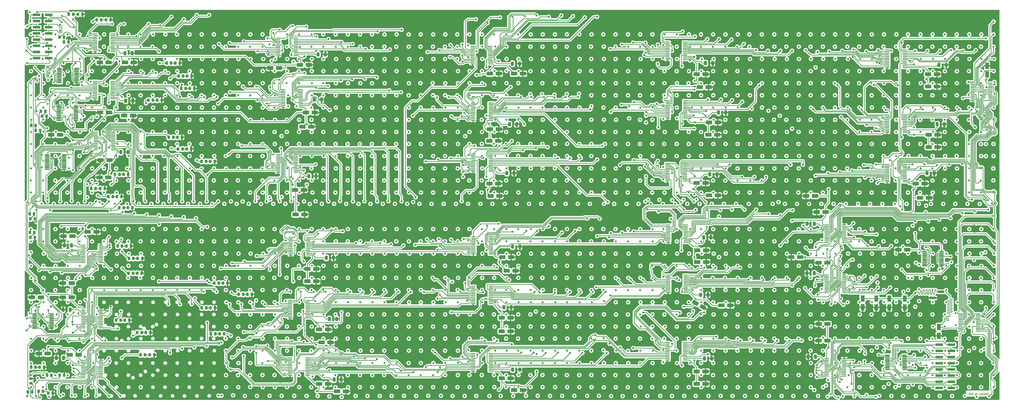
<source format=gbr>
%TF.GenerationSoftware,KiCad,Pcbnew,7.0.2*%
%TF.CreationDate,2024-01-05T22:36:10+05:30*%
%TF.ProjectId,matrixleddisplay,6d617472-6978-46c6-9564-646973706c61,rev?*%
%TF.SameCoordinates,Original*%
%TF.FileFunction,Copper,L4,Bot*%
%TF.FilePolarity,Positive*%
%FSLAX46Y46*%
G04 Gerber Fmt 4.6, Leading zero omitted, Abs format (unit mm)*
G04 Created by KiCad (PCBNEW 7.0.2) date 2024-01-05 22:36:10*
%MOMM*%
%LPD*%
G01*
G04 APERTURE LIST*
G04 Aperture macros list*
%AMRoundRect*
0 Rectangle with rounded corners*
0 $1 Rounding radius*
0 $2 $3 $4 $5 $6 $7 $8 $9 X,Y pos of 4 corners*
0 Add a 4 corners polygon primitive as box body*
4,1,4,$2,$3,$4,$5,$6,$7,$8,$9,$2,$3,0*
0 Add four circle primitives for the rounded corners*
1,1,$1+$1,$2,$3*
1,1,$1+$1,$4,$5*
1,1,$1+$1,$6,$7*
1,1,$1+$1,$8,$9*
0 Add four rect primitives between the rounded corners*
20,1,$1+$1,$2,$3,$4,$5,0*
20,1,$1+$1,$4,$5,$6,$7,0*
20,1,$1+$1,$6,$7,$8,$9,0*
20,1,$1+$1,$8,$9,$2,$3,0*%
G04 Aperture macros list end*
%ADD10C,0.200000*%
%TA.AperFunction,NonConductor*%
%ADD11C,0.200000*%
%TD*%
%TA.AperFunction,SMDPad,CuDef*%
%ADD12RoundRect,0.243750X-0.243750X-0.456250X0.243750X-0.456250X0.243750X0.456250X-0.243750X0.456250X0*%
%TD*%
%TA.AperFunction,SMDPad,CuDef*%
%ADD13RoundRect,0.250000X1.050000X0.550000X-1.050000X0.550000X-1.050000X-0.550000X1.050000X-0.550000X0*%
%TD*%
%TA.AperFunction,SMDPad,CuDef*%
%ADD14R,1.750000X0.450000*%
%TD*%
%TA.AperFunction,SMDPad,CuDef*%
%ADD15RoundRect,0.125000X0.825000X0.125000X-0.825000X0.125000X-0.825000X-0.125000X0.825000X-0.125000X0*%
%TD*%
%TA.AperFunction,SMDPad,CuDef*%
%ADD16RoundRect,0.250000X-1.050000X-0.550000X1.050000X-0.550000X1.050000X0.550000X-1.050000X0.550000X0*%
%TD*%
%TA.AperFunction,SMDPad,CuDef*%
%ADD17RoundRect,0.250000X-0.262500X-0.450000X0.262500X-0.450000X0.262500X0.450000X-0.262500X0.450000X0*%
%TD*%
%TA.AperFunction,SMDPad,CuDef*%
%ADD18RoundRect,0.250000X-0.312500X-0.625000X0.312500X-0.625000X0.312500X0.625000X-0.312500X0.625000X0*%
%TD*%
%TA.AperFunction,SMDPad,CuDef*%
%ADD19RoundRect,0.250000X0.550000X-1.050000X0.550000X1.050000X-0.550000X1.050000X-0.550000X-1.050000X0*%
%TD*%
%TA.AperFunction,SMDPad,CuDef*%
%ADD20R,2.510000X1.000000*%
%TD*%
%TA.AperFunction,SMDPad,CuDef*%
%ADD21RoundRect,0.250000X0.312500X0.625000X-0.312500X0.625000X-0.312500X-0.625000X0.312500X-0.625000X0*%
%TD*%
%TA.AperFunction,SMDPad,CuDef*%
%ADD22RoundRect,0.250000X-0.550000X1.050000X-0.550000X-1.050000X0.550000X-1.050000X0.550000X1.050000X0*%
%TD*%
%TA.AperFunction,SMDPad,CuDef*%
%ADD23R,3.150000X1.000000*%
%TD*%
%TA.AperFunction,SMDPad,CuDef*%
%ADD24RoundRect,0.250000X0.262500X0.450000X-0.262500X0.450000X-0.262500X-0.450000X0.262500X-0.450000X0*%
%TD*%
%TA.AperFunction,SMDPad,CuDef*%
%ADD25RoundRect,0.250000X-1.184327X0.048686X0.634327X-1.001314X1.184327X-0.048686X-0.634327X1.001314X0*%
%TD*%
%TA.AperFunction,SMDPad,CuDef*%
%ADD26RoundRect,0.243750X0.456250X-0.243750X0.456250X0.243750X-0.456250X0.243750X-0.456250X-0.243750X0*%
%TD*%
%TA.AperFunction,SMDPad,CuDef*%
%ADD27RoundRect,0.243750X0.243750X0.456250X-0.243750X0.456250X-0.243750X-0.456250X0.243750X-0.456250X0*%
%TD*%
%TA.AperFunction,ViaPad*%
%ADD28C,0.800000*%
%TD*%
%TA.AperFunction,Conductor*%
%ADD29C,0.250000*%
%TD*%
G04 APERTURE END LIST*
D10*
D11*
X476313523Y-221136095D02*
X476313523Y-220336095D01*
X476313523Y-220336095D02*
X476123047Y-220336095D01*
X476123047Y-220336095D02*
X476008761Y-220374190D01*
X476008761Y-220374190D02*
X475932571Y-220450380D01*
X475932571Y-220450380D02*
X475894476Y-220526571D01*
X475894476Y-220526571D02*
X475856380Y-220678952D01*
X475856380Y-220678952D02*
X475856380Y-220793238D01*
X475856380Y-220793238D02*
X475894476Y-220945619D01*
X475894476Y-220945619D02*
X475932571Y-221021809D01*
X475932571Y-221021809D02*
X476008761Y-221098000D01*
X476008761Y-221098000D02*
X476123047Y-221136095D01*
X476123047Y-221136095D02*
X476313523Y-221136095D01*
X475208761Y-221098000D02*
X475284952Y-221136095D01*
X475284952Y-221136095D02*
X475437333Y-221136095D01*
X475437333Y-221136095D02*
X475513523Y-221098000D01*
X475513523Y-221098000D02*
X475551619Y-221021809D01*
X475551619Y-221021809D02*
X475551619Y-220717047D01*
X475551619Y-220717047D02*
X475513523Y-220640857D01*
X475513523Y-220640857D02*
X475437333Y-220602761D01*
X475437333Y-220602761D02*
X475284952Y-220602761D01*
X475284952Y-220602761D02*
X475208761Y-220640857D01*
X475208761Y-220640857D02*
X475170666Y-220717047D01*
X475170666Y-220717047D02*
X475170666Y-220793238D01*
X475170666Y-220793238D02*
X475551619Y-220869428D01*
X474865905Y-221098000D02*
X474789714Y-221136095D01*
X474789714Y-221136095D02*
X474637333Y-221136095D01*
X474637333Y-221136095D02*
X474561143Y-221098000D01*
X474561143Y-221098000D02*
X474523047Y-221021809D01*
X474523047Y-221021809D02*
X474523047Y-220983714D01*
X474523047Y-220983714D02*
X474561143Y-220907523D01*
X474561143Y-220907523D02*
X474637333Y-220869428D01*
X474637333Y-220869428D02*
X474751619Y-220869428D01*
X474751619Y-220869428D02*
X474827809Y-220831333D01*
X474827809Y-220831333D02*
X474865905Y-220755142D01*
X474865905Y-220755142D02*
X474865905Y-220717047D01*
X474865905Y-220717047D02*
X474827809Y-220640857D01*
X474827809Y-220640857D02*
X474751619Y-220602761D01*
X474751619Y-220602761D02*
X474637333Y-220602761D01*
X474637333Y-220602761D02*
X474561143Y-220640857D01*
X474180190Y-221136095D02*
X474180190Y-220602761D01*
X474180190Y-220336095D02*
X474218286Y-220374190D01*
X474218286Y-220374190D02*
X474180190Y-220412285D01*
X474180190Y-220412285D02*
X474142095Y-220374190D01*
X474142095Y-220374190D02*
X474180190Y-220336095D01*
X474180190Y-220336095D02*
X474180190Y-220412285D01*
X473456381Y-220602761D02*
X473456381Y-221250380D01*
X473456381Y-221250380D02*
X473494476Y-221326571D01*
X473494476Y-221326571D02*
X473532572Y-221364666D01*
X473532572Y-221364666D02*
X473608762Y-221402761D01*
X473608762Y-221402761D02*
X473723048Y-221402761D01*
X473723048Y-221402761D02*
X473799238Y-221364666D01*
X473456381Y-221098000D02*
X473532572Y-221136095D01*
X473532572Y-221136095D02*
X473684953Y-221136095D01*
X473684953Y-221136095D02*
X473761143Y-221098000D01*
X473761143Y-221098000D02*
X473799238Y-221059904D01*
X473799238Y-221059904D02*
X473837334Y-220983714D01*
X473837334Y-220983714D02*
X473837334Y-220755142D01*
X473837334Y-220755142D02*
X473799238Y-220678952D01*
X473799238Y-220678952D02*
X473761143Y-220640857D01*
X473761143Y-220640857D02*
X473684953Y-220602761D01*
X473684953Y-220602761D02*
X473532572Y-220602761D01*
X473532572Y-220602761D02*
X473456381Y-220640857D01*
X473075428Y-220602761D02*
X473075428Y-221136095D01*
X473075428Y-220678952D02*
X473037333Y-220640857D01*
X473037333Y-220640857D02*
X472961143Y-220602761D01*
X472961143Y-220602761D02*
X472846857Y-220602761D01*
X472846857Y-220602761D02*
X472770666Y-220640857D01*
X472770666Y-220640857D02*
X472732571Y-220717047D01*
X472732571Y-220717047D02*
X472732571Y-221136095D01*
X471742094Y-221136095D02*
X471742094Y-220336095D01*
X471742094Y-220640857D02*
X471665904Y-220602761D01*
X471665904Y-220602761D02*
X471513523Y-220602761D01*
X471513523Y-220602761D02*
X471437332Y-220640857D01*
X471437332Y-220640857D02*
X471399237Y-220678952D01*
X471399237Y-220678952D02*
X471361142Y-220755142D01*
X471361142Y-220755142D02*
X471361142Y-220983714D01*
X471361142Y-220983714D02*
X471399237Y-221059904D01*
X471399237Y-221059904D02*
X471437332Y-221098000D01*
X471437332Y-221098000D02*
X471513523Y-221136095D01*
X471513523Y-221136095D02*
X471665904Y-221136095D01*
X471665904Y-221136095D02*
X471742094Y-221098000D01*
X471094475Y-220602761D02*
X470903999Y-221136095D01*
X470713522Y-220602761D02*
X470903999Y-221136095D01*
X470903999Y-221136095D02*
X470980189Y-221326571D01*
X470980189Y-221326571D02*
X471018284Y-221364666D01*
X471018284Y-221364666D02*
X471094475Y-221402761D01*
X469837332Y-220907523D02*
X469456379Y-220907523D01*
X469913522Y-221136095D02*
X469646855Y-220336095D01*
X469646855Y-220336095D02*
X469380189Y-221136095D01*
X469113522Y-221059904D02*
X469075427Y-221098000D01*
X469075427Y-221098000D02*
X469113522Y-221136095D01*
X469113522Y-221136095D02*
X469151618Y-221098000D01*
X469151618Y-221098000D02*
X469113522Y-221059904D01*
X469113522Y-221059904D02*
X469113522Y-221136095D01*
X469113522Y-220831333D02*
X469151618Y-220374190D01*
X469151618Y-220374190D02*
X469113522Y-220336095D01*
X469113522Y-220336095D02*
X469075427Y-220374190D01*
X469075427Y-220374190D02*
X469113522Y-220831333D01*
X469113522Y-220831333D02*
X469113522Y-220336095D01*
X468313523Y-220374190D02*
X468389713Y-220336095D01*
X468389713Y-220336095D02*
X468503999Y-220336095D01*
X468503999Y-220336095D02*
X468618285Y-220374190D01*
X468618285Y-220374190D02*
X468694475Y-220450380D01*
X468694475Y-220450380D02*
X468732570Y-220526571D01*
X468732570Y-220526571D02*
X468770666Y-220678952D01*
X468770666Y-220678952D02*
X468770666Y-220793238D01*
X468770666Y-220793238D02*
X468732570Y-220945619D01*
X468732570Y-220945619D02*
X468694475Y-221021809D01*
X468694475Y-221021809D02*
X468618285Y-221098000D01*
X468618285Y-221098000D02*
X468503999Y-221136095D01*
X468503999Y-221136095D02*
X468427808Y-221136095D01*
X468427808Y-221136095D02*
X468313523Y-221098000D01*
X468313523Y-221098000D02*
X468275427Y-221059904D01*
X468275427Y-221059904D02*
X468275427Y-220793238D01*
X468275427Y-220793238D02*
X468427808Y-220793238D01*
D12*
%TO.P,D2573,1,K*%
%TO.N,Net-(D2573-K)*%
X121340000Y-130556000D03*
%TO.P,D2573,2,A*%
%TO.N,GND*%
X123215000Y-130556000D03*
%TD*%
%TO.P,D2561,1,K*%
%TO.N,Net-(D2561-K)*%
X102616000Y-64770000D03*
%TO.P,D2561,2,A*%
%TO.N,GND*%
X104491000Y-64770000D03*
%TD*%
D13*
%TO.P,C32,1*%
%TO.N,VCC*%
X410232000Y-166878000D03*
%TO.P,C32,2*%
%TO.N,GND*%
X406632000Y-166878000D03*
%TD*%
D14*
%TO.P,U13,1,GND*%
%TO.N,GND*%
X109684000Y-80048000D03*
%TO.P,U13,2,SDI*%
%TO.N,/SDI-U13*%
X109684000Y-79398000D03*
%TO.P,U13,3,DCLK*%
%TO.N,/DCLK1*%
X109684000Y-78748000D03*
%TO.P,U13,4,LE*%
%TO.N,/LE-OUT*%
X109684000Y-78098000D03*
%TO.P,U13,5,~{OUT0}*%
%TO.N,/BLUE1-1*%
X109684000Y-77448000D03*
%TO.P,U13,6,~{OUT1}*%
%TO.N,/BLUE1-2*%
X109684000Y-76798000D03*
%TO.P,U13,7,~{OUT2}*%
%TO.N,/BLUE1-3*%
X109684000Y-76148000D03*
%TO.P,U13,8,~{OUT3}*%
%TO.N,/BLUE1-4*%
X109684000Y-75498000D03*
%TO.P,U13,9,~{OUT4}*%
%TO.N,/BLUE1-5*%
X109684000Y-74848000D03*
%TO.P,U13,10,~{OUT5}*%
%TO.N,/BLUE1-6*%
X109684000Y-74198000D03*
%TO.P,U13,11,~{OUT6}*%
%TO.N,/BLUE1-7*%
X109684000Y-73548000D03*
%TO.P,U13,12,~{OUT7}*%
%TO.N,/BLUE1-8*%
X109684000Y-72898000D03*
%TO.P,U13,13,~{OUT8}*%
%TO.N,/BLUE1-9*%
X116884000Y-72898000D03*
%TO.P,U13,14,~{OUT9}*%
%TO.N,/BLUE1-10*%
X116884000Y-73548000D03*
%TO.P,U13,15,~{OUT10}*%
%TO.N,/BLUE1-11*%
X116884000Y-74198000D03*
%TO.P,U13,16,~{OUT11}*%
%TO.N,/BLUE1-12*%
X116884000Y-74848000D03*
%TO.P,U13,17,~{OUT12}*%
%TO.N,/BLUE1-13*%
X116884000Y-75498000D03*
%TO.P,U13,18,~{OUT13}*%
%TO.N,/BLUE1-14*%
X116884000Y-76148000D03*
%TO.P,U13,19,~{OUT14}*%
%TO.N,/BLUE1-15*%
X116884000Y-76798000D03*
%TO.P,U13,20,~{OUT15}*%
%TO.N,/BLUE1-16*%
X116884000Y-77448000D03*
%TO.P,U13,21,GCLK*%
%TO.N,/GCLK1*%
X116884000Y-78098000D03*
%TO.P,U13,22,SDO*%
%TO.N,Net-(U13-SDO)*%
X116884000Y-78748000D03*
%TO.P,U13,23,R-EXT*%
%TO.N,Net-(U13-R-EXT)*%
X116884000Y-79398000D03*
%TO.P,U13,24,VDD*%
%TO.N,VCC*%
X116884000Y-80048000D03*
%TD*%
D13*
%TO.P,C16,1*%
%TO.N,VCC*%
X115316000Y-105156000D03*
%TO.P,C16,2*%
%TO.N,GND*%
X111716000Y-105156000D03*
%TD*%
D15*
%TO.P,U18,1,A->B*%
%TO.N,VCC*%
X101798000Y-102485000D03*
%TO.P,U18,2,A0*%
%TO.N,/R1*%
X101798000Y-103135000D03*
%TO.P,U18,3,A1*%
X101798000Y-103785000D03*
%TO.P,U18,4,A2*%
%TO.N,/G1*%
X101798000Y-104435000D03*
%TO.P,U18,5,A3*%
X101798000Y-105085000D03*
%TO.P,U18,6,A4*%
%TO.N,/B1*%
X101798000Y-105735000D03*
%TO.P,U18,7,A5*%
X101798000Y-106385000D03*
%TO.P,U18,8,A6*%
%TO.N,/SDI*%
X101798000Y-107035000D03*
%TO.P,U18,9,A7*%
X101798000Y-107685000D03*
%TO.P,U18,10,GND*%
%TO.N,GND*%
X101798000Y-108335000D03*
%TO.P,U18,11,B7*%
%TO.N,/SDI-U2*%
X94798000Y-108335000D03*
%TO.P,U18,12,B6*%
X94798000Y-107685000D03*
%TO.P,U18,13,B5*%
%TO.N,/SDI-U13*%
X94798000Y-107035000D03*
%TO.P,U18,14,B4*%
X94798000Y-106385000D03*
%TO.P,U18,15,B3*%
%TO.N,/SDI-U8*%
X94798000Y-105735000D03*
%TO.P,U18,16,B2*%
X94798000Y-105085000D03*
%TO.P,U18,17,B1*%
%TO.N,/SDI-U1*%
X94798000Y-104435000D03*
%TO.P,U18,18,B0*%
X94798000Y-103785000D03*
%TO.P,U18,19,CE*%
%TO.N,GND*%
X94798000Y-103135000D03*
%TO.P,U18,20,VCC*%
%TO.N,VCC*%
X94798000Y-102485000D03*
%TD*%
D16*
%TO.P,C43,1*%
%TO.N,VCC*%
X194796000Y-110998000D03*
%TO.P,C43,2*%
%TO.N,GND*%
X198396000Y-110998000D03*
%TD*%
D17*
%TO.P,R49,1*%
%TO.N,/COM19*%
X118872000Y-160020000D03*
%TO.P,R49,2*%
%TO.N,Net-(D2579-K)*%
X120697000Y-160020000D03*
%TD*%
D16*
%TO.P,C22,1*%
%TO.N,VCC*%
X201632000Y-194310000D03*
%TO.P,C22,2*%
%TO.N,GND*%
X205232000Y-194310000D03*
%TD*%
%TO.P,C26,1*%
%TO.N,VCC*%
X276584000Y-214376000D03*
%TO.P,C26,2*%
%TO.N,GND*%
X280184000Y-214376000D03*
%TD*%
D17*
%TO.P,R51,1*%
%TO.N,/COM21*%
X123397000Y-171196000D03*
%TO.P,R51,2*%
%TO.N,Net-(D2581-K)*%
X125222000Y-171196000D03*
%TD*%
D12*
%TO.P,D2568,1,K*%
%TO.N,Net-(D2568-K)*%
X87884000Y-106680000D03*
%TO.P,D2568,2,A*%
%TO.N,GND*%
X89759000Y-106680000D03*
%TD*%
%TO.P,D2563,1,K*%
%TO.N,Net-(D2563-K)*%
X96852500Y-76200000D03*
%TO.P,D2563,2,A*%
%TO.N,GND*%
X98727500Y-76200000D03*
%TD*%
%TO.P,D2583,1,K*%
%TO.N,Net-(D2583-K)*%
X172165000Y-179832000D03*
%TO.P,D2583,2,A*%
%TO.N,GND*%
X174040000Y-179832000D03*
%TD*%
D18*
%TO.P,R2,1*%
%TO.N,Net-(U4-R-EXT)*%
X197419500Y-131318000D03*
%TO.P,R2,2*%
%TO.N,GND*%
X200344500Y-131318000D03*
%TD*%
D16*
%TO.P,C45,1*%
%TO.N,VCC*%
X361420000Y-114300000D03*
%TO.P,C45,2*%
%TO.N,GND*%
X365020000Y-114300000D03*
%TD*%
D14*
%TO.P,U14,1,GND*%
%TO.N,GND*%
X184824000Y-81736000D03*
%TO.P,U14,2,SDI*%
%TO.N,Net-(U13-SDO)*%
X184824000Y-81086000D03*
%TO.P,U14,3,DCLK*%
%TO.N,/DCLK1*%
X184824000Y-80436000D03*
%TO.P,U14,4,LE*%
%TO.N,/LE-OUT*%
X184824000Y-79786000D03*
%TO.P,U14,5,~{OUT0}*%
%TO.N,/BLUE2-1*%
X184824000Y-79136000D03*
%TO.P,U14,6,~{OUT1}*%
%TO.N,/BLUE2-2*%
X184824000Y-78486000D03*
%TO.P,U14,7,~{OUT2}*%
%TO.N,/BLUE2-3*%
X184824000Y-77836000D03*
%TO.P,U14,8,~{OUT3}*%
%TO.N,/BLUE2-4*%
X184824000Y-77186000D03*
%TO.P,U14,9,~{OUT4}*%
%TO.N,/BLUE2-5*%
X184824000Y-76536000D03*
%TO.P,U14,10,~{OUT5}*%
%TO.N,/BLUE2-6*%
X184824000Y-75886000D03*
%TO.P,U14,11,~{OUT6}*%
%TO.N,/BLUE2-7*%
X184824000Y-75236000D03*
%TO.P,U14,12,~{OUT7}*%
%TO.N,/BLUE2-8*%
X184824000Y-74586000D03*
%TO.P,U14,13,~{OUT8}*%
%TO.N,/BLUE2-9*%
X192024000Y-74586000D03*
%TO.P,U14,14,~{OUT9}*%
%TO.N,/BLUE2-10*%
X192024000Y-75236000D03*
%TO.P,U14,15,~{OUT10}*%
%TO.N,/BLUE2-11*%
X192024000Y-75886000D03*
%TO.P,U14,16,~{OUT11}*%
%TO.N,/BLUE2-12*%
X192024000Y-76536000D03*
%TO.P,U14,17,~{OUT12}*%
%TO.N,/BLUE2-13*%
X192024000Y-77186000D03*
%TO.P,U14,18,~{OUT13}*%
%TO.N,/BLUE2-14*%
X192024000Y-77836000D03*
%TO.P,U14,19,~{OUT14}*%
%TO.N,/BLUE2-15*%
X192024000Y-78486000D03*
%TO.P,U14,20,~{OUT15}*%
%TO.N,/BLUE2-16*%
X192024000Y-79136000D03*
%TO.P,U14,21,GCLK*%
%TO.N,/GCLK1*%
X192024000Y-79786000D03*
%TO.P,U14,22,SDO*%
%TO.N,Net-(U14-SDO)*%
X192024000Y-80436000D03*
%TO.P,U14,23,R-EXT*%
%TO.N,Net-(U14-R-EXT)*%
X192024000Y-81086000D03*
%TO.P,U14,24,VDD*%
%TO.N,VCC*%
X192024000Y-81736000D03*
%TD*%
D16*
%TO.P,C25,1*%
%TO.N,VCC*%
X276562000Y-189484000D03*
%TO.P,C25,2*%
%TO.N,GND*%
X280162000Y-189484000D03*
%TD*%
D12*
%TO.P,D2577,1,K*%
%TO.N,Net-(D2577-K)*%
X83058000Y-148844000D03*
%TO.P,D2577,2,A*%
%TO.N,GND*%
X84933000Y-148844000D03*
%TD*%
D17*
%TO.P,R38,1*%
%TO.N,/COM8*%
X87401000Y-104648000D03*
%TO.P,R38,2*%
%TO.N,Net-(D2568-K)*%
X89226000Y-104648000D03*
%TD*%
%TO.P,R60,1*%
%TO.N,/COM30*%
X89916000Y-213106000D03*
%TO.P,R60,2*%
%TO.N,Net-(D2590-K)*%
X91741000Y-213106000D03*
%TD*%
D16*
%TO.P,C3,1*%
%TO.N,VCC*%
X446488000Y-134366000D03*
%TO.P,C3,2*%
%TO.N,GND*%
X450088000Y-134366000D03*
%TD*%
D18*
%TO.P,R22,1*%
%TO.N,Net-(U34-R-EXT)*%
X358263000Y-180086000D03*
%TO.P,R22,2*%
%TO.N,GND*%
X361188000Y-180086000D03*
%TD*%
D16*
%TO.P,C60,1*%
%TO.N,VCC*%
X202670000Y-199644000D03*
%TO.P,C60,2*%
%TO.N,GND*%
X206270000Y-199644000D03*
%TD*%
D17*
%TO.P,R46,1*%
%TO.N,/COM16*%
X119587000Y-144272000D03*
%TO.P,R46,2*%
%TO.N,Net-(D2576-K)*%
X121412000Y-144272000D03*
%TD*%
D14*
%TO.P,U3,1,VCC*%
%TO.N,VCC*%
X472020000Y-187810000D03*
%TO.P,U3,2,SDI*%
%TO.N,Net-(U2-SDO)*%
X472020000Y-188460000D03*
%TO.P,U3,3,SOE*%
%TO.N,/SOE-U2*%
X472020000Y-189110000D03*
%TO.P,U3,4,DOE*%
%TO.N,/DOE-U2*%
X472020000Y-189760000D03*
%TO.P,U3,5,OUT8*%
%TO.N,/COM25*%
X472020000Y-190410000D03*
%TO.P,U3,6,OUT9*%
%TO.N,/COM26*%
X472020000Y-191060000D03*
%TO.P,U3,7,OUT10*%
%TO.N,/COM27*%
X472020000Y-191710000D03*
%TO.P,U3,8,OUT11*%
%TO.N,/COM28*%
X472020000Y-192360000D03*
%TO.P,U3,9,OUT12*%
%TO.N,/COM29*%
X472020000Y-193010000D03*
%TO.P,U3,10,OUT13*%
%TO.N,/COM30*%
X472020000Y-193660000D03*
%TO.P,U3,11,OUT14*%
%TO.N,/COM31*%
X472020000Y-194310000D03*
%TO.P,U3,12,OUT15*%
%TO.N,/COM32*%
X472020000Y-194960000D03*
%TO.P,U3,13,GND*%
%TO.N,GND*%
X464820000Y-194960000D03*
%TO.P,U3,14,SDO*%
%TO.N,/SDO*%
X464820000Y-194310000D03*
%TO.P,U3,15,VCC*%
%TO.N,VCC*%
X464820000Y-193660000D03*
%TO.P,U3,16,NC*%
%TO.N,unconnected-(U3-NC-Pad16)*%
X464820000Y-193010000D03*
%TO.P,U3,17,OUT7*%
%TO.N,/COM24*%
X464820000Y-192360000D03*
%TO.P,U3,18,OUT6*%
%TO.N,/COM23*%
X464820000Y-191710000D03*
%TO.P,U3,19,OUT5*%
%TO.N,/COM22*%
X464820000Y-191060000D03*
%TO.P,U3,20,OUT4*%
%TO.N,/COM21*%
X464820000Y-190410000D03*
%TO.P,U3,21,OUT3*%
%TO.N,/COM20*%
X464820000Y-189760000D03*
%TO.P,U3,22,OUT2*%
%TO.N,/COM19*%
X464820000Y-189110000D03*
%TO.P,U3,23,OUT1*%
%TO.N,/COM18*%
X464820000Y-188460000D03*
%TO.P,U3,24,OUT0*%
%TO.N,/COM17*%
X464820000Y-187810000D03*
%TD*%
D13*
%TO.P,C63,1*%
%TO.N,VCC*%
X90214000Y-204216000D03*
%TO.P,C63,2*%
%TO.N,GND*%
X86614000Y-204216000D03*
%TD*%
D18*
%TO.P,R5,1*%
%TO.N,Net-(U7-R-EXT)*%
X451165500Y-130048000D03*
%TO.P,R5,2*%
%TO.N,GND*%
X454090500Y-130048000D03*
%TD*%
D14*
%TO.P,U9,1,GND*%
%TO.N,GND*%
X186900000Y-102889000D03*
%TO.P,U9,2,SDI*%
%TO.N,Net-(U8-SDO)*%
X186900000Y-102239000D03*
%TO.P,U9,3,DCLK*%
%TO.N,/DCLK1*%
X186900000Y-101589000D03*
%TO.P,U9,4,LE*%
%TO.N,/LE-OUT*%
X186900000Y-100939000D03*
%TO.P,U9,5,~{OUT0}*%
%TO.N,/GREEN2-1*%
X186900000Y-100289000D03*
%TO.P,U9,6,~{OUT1}*%
%TO.N,/GREEN2-2*%
X186900000Y-99639000D03*
%TO.P,U9,7,~{OUT2}*%
%TO.N,/GREEN2-3*%
X186900000Y-98989000D03*
%TO.P,U9,8,~{OUT3}*%
%TO.N,/GREEN2-4*%
X186900000Y-98339000D03*
%TO.P,U9,9,~{OUT4}*%
%TO.N,/GREEN2-5*%
X186900000Y-97689000D03*
%TO.P,U9,10,~{OUT5}*%
%TO.N,/GREEN2-6*%
X186900000Y-97039000D03*
%TO.P,U9,11,~{OUT6}*%
%TO.N,/GREEN2-7*%
X186900000Y-96389000D03*
%TO.P,U9,12,~{OUT7}*%
%TO.N,/GREEN2-8*%
X186900000Y-95739000D03*
%TO.P,U9,13,~{OUT8}*%
%TO.N,/GREEN2-9*%
X194100000Y-95739000D03*
%TO.P,U9,14,~{OUT9}*%
%TO.N,/GREEN2-10*%
X194100000Y-96389000D03*
%TO.P,U9,15,~{OUT10}*%
%TO.N,/GREEN2-11*%
X194100000Y-97039000D03*
%TO.P,U9,16,~{OUT11}*%
%TO.N,/GREEN2-12*%
X194100000Y-97689000D03*
%TO.P,U9,17,~{OUT12}*%
%TO.N,/GREEN2-13*%
X194100000Y-98339000D03*
%TO.P,U9,18,~{OUT13}*%
%TO.N,/GREEN2-14*%
X194100000Y-98989000D03*
%TO.P,U9,19,~{OUT14}*%
%TO.N,/GREEN2-15*%
X194100000Y-99639000D03*
%TO.P,U9,20,~{OUT15}*%
%TO.N,/GREEN2-16*%
X194100000Y-100289000D03*
%TO.P,U9,21,GCLK*%
%TO.N,/GCLK1*%
X194100000Y-100939000D03*
%TO.P,U9,22,SDO*%
%TO.N,Net-(U10-SDI)*%
X194100000Y-101589000D03*
%TO.P,U9,23,R-EXT*%
%TO.N,Net-(U9-R-EXT)*%
X194100000Y-102239000D03*
%TO.P,U9,24,VDD*%
%TO.N,VCC*%
X194100000Y-102889000D03*
%TD*%
D13*
%TO.P,C30,1*%
%TO.N,VCC*%
X409470000Y-146050000D03*
%TO.P,C30,2*%
%TO.N,GND*%
X405870000Y-146050000D03*
%TD*%
D16*
%TO.P,C46,1*%
%TO.N,VCC*%
X451822000Y-119380000D03*
%TO.P,C46,2*%
%TO.N,GND*%
X455422000Y-119380000D03*
%TD*%
%TO.P,C55,1*%
%TO.N,VCC*%
X356826000Y-166624000D03*
%TO.P,C55,2*%
%TO.N,GND*%
X360426000Y-166624000D03*
%TD*%
D13*
%TO.P,C31,1*%
%TO.N,VCC*%
X410232000Y-198882000D03*
%TO.P,C31,2*%
%TO.N,GND*%
X406632000Y-198882000D03*
%TD*%
D17*
%TO.P,R43,1*%
%TO.N,/COM13*%
X117809000Y-130556000D03*
%TO.P,R43,2*%
%TO.N,Net-(D2573-K)*%
X119634000Y-130556000D03*
%TD*%
D14*
%TO.P,U24,1,GND*%
%TO.N,GND*%
X112014000Y-159646000D03*
%TO.P,U24,2,SDI*%
%TO.N,/SDI-U24*%
X112014000Y-160296000D03*
%TO.P,U24,3,DCLK*%
%TO.N,/DCLK1*%
X112014000Y-160946000D03*
%TO.P,U24,4,LE*%
%TO.N,/LE-OUT*%
X112014000Y-161596000D03*
%TO.P,U24,5,~{OUT0}*%
%TO.N,/B1-1*%
X112014000Y-162246000D03*
%TO.P,U24,6,~{OUT1}*%
%TO.N,/B1-2*%
X112014000Y-162896000D03*
%TO.P,U24,7,~{OUT2}*%
%TO.N,/B1-3*%
X112014000Y-163546000D03*
%TO.P,U24,8,~{OUT3}*%
%TO.N,/B1-4*%
X112014000Y-164196000D03*
%TO.P,U24,9,~{OUT4}*%
%TO.N,/B1-5*%
X112014000Y-164846000D03*
%TO.P,U24,10,~{OUT5}*%
%TO.N,/B1-6*%
X112014000Y-165496000D03*
%TO.P,U24,11,~{OUT6}*%
%TO.N,/B1-7*%
X112014000Y-166146000D03*
%TO.P,U24,12,~{OUT7}*%
%TO.N,/B1-8*%
X112014000Y-166796000D03*
%TO.P,U24,13,~{OUT8}*%
%TO.N,/B1-9*%
X104814000Y-166796000D03*
%TO.P,U24,14,~{OUT9}*%
%TO.N,/B1-10*%
X104814000Y-166146000D03*
%TO.P,U24,15,~{OUT10}*%
%TO.N,/B1-11*%
X104814000Y-165496000D03*
%TO.P,U24,16,~{OUT11}*%
%TO.N,/B1-12*%
X104814000Y-164846000D03*
%TO.P,U24,17,~{OUT12}*%
%TO.N,/B1-13*%
X104814000Y-164196000D03*
%TO.P,U24,18,~{OUT13}*%
%TO.N,/B1-14*%
X104814000Y-163546000D03*
%TO.P,U24,19,~{OUT14}*%
%TO.N,/B1-15*%
X104814000Y-162896000D03*
%TO.P,U24,20,~{OUT15}*%
%TO.N,/B1-16*%
X104814000Y-162246000D03*
%TO.P,U24,21,GCLK*%
%TO.N,/GCLK1*%
X104814000Y-161596000D03*
%TO.P,U24,22,SDO*%
%TO.N,Net-(U24-SDO)*%
X104814000Y-160946000D03*
%TO.P,U24,23,R-EXT*%
%TO.N,Net-(U24-R-EXT)*%
X104814000Y-160296000D03*
%TO.P,U24,24,VDD*%
%TO.N,VCC*%
X104814000Y-159646000D03*
%TD*%
D12*
%TO.P,D2591,1,K*%
%TO.N,Net-(D2591-K)*%
X90424000Y-220472000D03*
%TO.P,D2591,2,A*%
%TO.N,GND*%
X92299000Y-220472000D03*
%TD*%
%TO.P,D2567,1,K*%
%TO.N,Net-(D2567-K)*%
X135128000Y-100076000D03*
%TO.P,D2567,2,A*%
%TO.N,GND*%
X137003000Y-100076000D03*
%TD*%
D17*
%TO.P,R32,1*%
%TO.N,/COM2*%
X110339500Y-67056000D03*
%TO.P,R32,2*%
%TO.N,Net-(D2562-K)*%
X112164500Y-67056000D03*
%TD*%
%TO.P,R40,1*%
%TO.N,/COM10*%
X139907000Y-115316000D03*
%TO.P,R40,2*%
%TO.N,Net-(D2570-K)*%
X141732000Y-115316000D03*
%TD*%
D12*
%TO.P,D2565,1,K*%
%TO.N,Net-(D2565-K)*%
X147398500Y-90170000D03*
%TO.P,D2565,2,A*%
%TO.N,GND*%
X149273500Y-90170000D03*
%TD*%
D18*
%TO.P,R19,1*%
%TO.N,Net-(U35-R-EXT)*%
X359787000Y-206248000D03*
%TO.P,R19,2*%
%TO.N,GND*%
X362712000Y-206248000D03*
%TD*%
D13*
%TO.P,C49,1*%
%TO.N,VCC*%
X185188000Y-86868000D03*
%TO.P,C49,2*%
%TO.N,GND*%
X181588000Y-86868000D03*
%TD*%
D19*
%TO.P,C12,1*%
%TO.N,VCC*%
X475780000Y-89500000D03*
%TO.P,C12,2*%
%TO.N,GND*%
X475780000Y-85900000D03*
%TD*%
D12*
%TO.P,D2562,1,K*%
%TO.N,Net-(D2562-K)*%
X114124500Y-67056000D03*
%TO.P,D2562,2,A*%
%TO.N,GND*%
X115999500Y-67056000D03*
%TD*%
D16*
%TO.P,C44,1*%
%TO.N,VCC*%
X271504000Y-116840000D03*
%TO.P,C44,2*%
%TO.N,GND*%
X275104000Y-116840000D03*
%TD*%
D13*
%TO.P,C54,1*%
%TO.N,VCC*%
X405130000Y-139446000D03*
%TO.P,C54,2*%
%TO.N,GND*%
X401530000Y-139446000D03*
%TD*%
D14*
%TO.P,U37,1,GND*%
%TO.N,GND*%
X417112000Y-171939000D03*
%TO.P,U37,2,SDI*%
%TO.N,Net-(U34-SDO)*%
X417112000Y-172589000D03*
%TO.P,U37,3,DCLK*%
%TO.N,/DCLK1*%
X417112000Y-173239000D03*
%TO.P,U37,4,LE*%
%TO.N,/LE-OUT*%
X417112000Y-173889000D03*
%TO.P,U37,5,~{OUT0}*%
%TO.N,/G5-1*%
X417112000Y-174539000D03*
%TO.P,U37,6,~{OUT1}*%
%TO.N,/G5-2*%
X417112000Y-175189000D03*
%TO.P,U37,7,~{OUT2}*%
%TO.N,/G5-3*%
X417112000Y-175839000D03*
%TO.P,U37,8,~{OUT3}*%
%TO.N,/G5-4*%
X417112000Y-176489000D03*
%TO.P,U37,9,~{OUT4}*%
%TO.N,/G5-5*%
X417112000Y-177139000D03*
%TO.P,U37,10,~{OUT5}*%
%TO.N,/G5-6*%
X417112000Y-177789000D03*
%TO.P,U37,11,~{OUT6}*%
%TO.N,/G5-7*%
X417112000Y-178439000D03*
%TO.P,U37,12,~{OUT7}*%
%TO.N,/G5-8*%
X417112000Y-179089000D03*
%TO.P,U37,13,~{OUT8}*%
%TO.N,/G5-9*%
X409912000Y-179089000D03*
%TO.P,U37,14,~{OUT9}*%
%TO.N,/G5-10*%
X409912000Y-178439000D03*
%TO.P,U37,15,~{OUT10}*%
%TO.N,/G5-11*%
X409912000Y-177789000D03*
%TO.P,U37,16,~{OUT11}*%
%TO.N,/G5-12*%
X409912000Y-177139000D03*
%TO.P,U37,17,~{OUT12}*%
%TO.N,/G5-13*%
X409912000Y-176489000D03*
%TO.P,U37,18,~{OUT13}*%
%TO.N,/G5-14*%
X409912000Y-175839000D03*
%TO.P,U37,19,~{OUT14}*%
%TO.N,/G5-15*%
X409912000Y-175189000D03*
%TO.P,U37,20,~{OUT15}*%
%TO.N,/G5-16*%
X409912000Y-174539000D03*
%TO.P,U37,21,GCLK*%
%TO.N,/GCLK1*%
X409912000Y-173889000D03*
%TO.P,U37,22,SDO*%
%TO.N,/SDO-G2*%
X409912000Y-173239000D03*
%TO.P,U37,23,R-EXT*%
%TO.N,Net-(U37-R-EXT)*%
X409912000Y-172589000D03*
%TO.P,U37,24,VDD*%
%TO.N,VCC*%
X409912000Y-171939000D03*
%TD*%
D17*
%TO.P,R39,1*%
%TO.N,/COM9*%
X83410445Y-110456435D03*
%TO.P,R39,2*%
%TO.N,Net-(D2569-K)*%
X85235445Y-110456435D03*
%TD*%
D16*
%TO.P,C51,1*%
%TO.N,VCC*%
X357864000Y-94742000D03*
%TO.P,C51,2*%
%TO.N,GND*%
X361464000Y-94742000D03*
%TD*%
%TO.P,C19,1*%
%TO.N,VCC*%
X106658000Y-154178000D03*
%TO.P,C19,2*%
%TO.N,GND*%
X110258000Y-154178000D03*
%TD*%
D13*
%TO.P,C6,1*%
%TO.N,VCC*%
X115592000Y-124714000D03*
%TO.P,C6,2*%
%TO.N,GND*%
X111992000Y-124714000D03*
%TD*%
D16*
%TO.P,C39,1*%
%TO.N,VCC*%
X271990000Y-139446000D03*
%TO.P,C39,2*%
%TO.N,GND*%
X275590000Y-139446000D03*
%TD*%
D14*
%TO.P,U30,1,GND*%
%TO.N,GND*%
X264922000Y-163322000D03*
%TO.P,U30,2,SDI*%
%TO.N,Net-(U27-SDO)*%
X264922000Y-162672000D03*
%TO.P,U30,3,DCLK*%
%TO.N,/DCLK1*%
X264922000Y-162022000D03*
%TO.P,U30,4,LE*%
%TO.N,/LE-OUT*%
X264922000Y-161372000D03*
%TO.P,U30,5,~{OUT0}*%
%TO.N,/B3-1*%
X264922000Y-160722000D03*
%TO.P,U30,6,~{OUT1}*%
%TO.N,/B3-2*%
X264922000Y-160072000D03*
%TO.P,U30,7,~{OUT2}*%
%TO.N,/B3-3*%
X264922000Y-159422000D03*
%TO.P,U30,8,~{OUT3}*%
%TO.N,/B3-4*%
X264922000Y-158772000D03*
%TO.P,U30,9,~{OUT4}*%
%TO.N,/B3-5*%
X264922000Y-158122000D03*
%TO.P,U30,10,~{OUT5}*%
%TO.N,/B3-6*%
X264922000Y-157472000D03*
%TO.P,U30,11,~{OUT6}*%
%TO.N,/B3-7*%
X264922000Y-156822000D03*
%TO.P,U30,12,~{OUT7}*%
%TO.N,/B3-8*%
X264922000Y-156172000D03*
%TO.P,U30,13,~{OUT8}*%
%TO.N,/B3-9*%
X272122000Y-156172000D03*
%TO.P,U30,14,~{OUT9}*%
%TO.N,/B3-10*%
X272122000Y-156822000D03*
%TO.P,U30,15,~{OUT10}*%
%TO.N,/B3-11*%
X272122000Y-157472000D03*
%TO.P,U30,16,~{OUT11}*%
%TO.N,/B3-12*%
X272122000Y-158122000D03*
%TO.P,U30,17,~{OUT12}*%
%TO.N,/B3-13*%
X272122000Y-158772000D03*
%TO.P,U30,18,~{OUT13}*%
%TO.N,/B3-14*%
X272122000Y-159422000D03*
%TO.P,U30,19,~{OUT14}*%
%TO.N,/B3-15*%
X272122000Y-160072000D03*
%TO.P,U30,20,~{OUT15}*%
%TO.N,/B3-16*%
X272122000Y-160722000D03*
%TO.P,U30,21,GCLK*%
%TO.N,/GCLK1*%
X272122000Y-161372000D03*
%TO.P,U30,22,SDO*%
%TO.N,Net-(U30-SDO)*%
X272122000Y-162022000D03*
%TO.P,U30,23,R-EXT*%
%TO.N,Net-(U30-R-EXT)*%
X272122000Y-162672000D03*
%TO.P,U30,24,VDD*%
%TO.N,VCC*%
X272122000Y-163322000D03*
%TD*%
D17*
%TO.P,R41,1*%
%TO.N,/COM11*%
X143717000Y-120142000D03*
%TO.P,R41,2*%
%TO.N,Net-(D2571-K)*%
X145542000Y-120142000D03*
%TD*%
D18*
%TO.P,R9,1*%
%TO.N,Net-(U11-R-EXT)*%
X365567500Y-105156000D03*
%TO.P,R9,2*%
%TO.N,GND*%
X368492500Y-105156000D03*
%TD*%
D16*
%TO.P,C27,1*%
%TO.N,VCC*%
X356826000Y-161798000D03*
%TO.P,C27,2*%
%TO.N,GND*%
X360426000Y-161798000D03*
%TD*%
D20*
%TO.P,J3,1,Pin_1*%
%TO.N,VCC*%
X456823000Y-178816000D03*
%TO.P,J3,2,Pin_2*%
%TO.N,GND*%
X453513000Y-181356000D03*
%TD*%
D21*
%TO.P,R26,1*%
%TO.N,Net-(U24-R-EXT)*%
X99953000Y-159766000D03*
%TO.P,R26,2*%
%TO.N,GND*%
X97028000Y-159766000D03*
%TD*%
D14*
%TO.P,U2,1,VCC*%
%TO.N,VCC*%
X477110000Y-93040000D03*
%TO.P,U2,2,SDI*%
%TO.N,/SDI-U2*%
X477110000Y-93690000D03*
%TO.P,U2,3,SOE*%
%TO.N,/SOE-U2*%
X477110000Y-94340000D03*
%TO.P,U2,4,DOE*%
%TO.N,/DOE-U2*%
X477110000Y-94990000D03*
%TO.P,U2,5,OUT8*%
%TO.N,/COM9*%
X477110000Y-95640000D03*
%TO.P,U2,6,OUT9*%
%TO.N,/COM10*%
X477110000Y-96290000D03*
%TO.P,U2,7,OUT10*%
%TO.N,/COM11*%
X477110000Y-96940000D03*
%TO.P,U2,8,OUT11*%
%TO.N,/COM12*%
X477110000Y-97590000D03*
%TO.P,U2,9,OUT12*%
%TO.N,/COM13*%
X477110000Y-98240000D03*
%TO.P,U2,10,OUT13*%
%TO.N,/COM14*%
X477110000Y-98890000D03*
%TO.P,U2,11,OUT14*%
%TO.N,/COM15*%
X477110000Y-99540000D03*
%TO.P,U2,12,OUT15*%
%TO.N,/COM16*%
X477110000Y-100190000D03*
%TO.P,U2,13,GND*%
%TO.N,GND*%
X469910000Y-100190000D03*
%TO.P,U2,14,SDO*%
%TO.N,Net-(U2-SDO)*%
X469910000Y-99540000D03*
%TO.P,U2,15,VCC*%
%TO.N,VCC*%
X469910000Y-98890000D03*
%TO.P,U2,16,NC*%
%TO.N,unconnected-(U2-NC-Pad16)*%
X469910000Y-98240000D03*
%TO.P,U2,17,OUT7*%
%TO.N,/COM8*%
X469910000Y-97590000D03*
%TO.P,U2,18,OUT6*%
%TO.N,/COM7*%
X469910000Y-96940000D03*
%TO.P,U2,19,OUT5*%
%TO.N,/COM6*%
X469910000Y-96290000D03*
%TO.P,U2,20,OUT4*%
%TO.N,/COM5*%
X469910000Y-95640000D03*
%TO.P,U2,21,OUT3*%
%TO.N,/COM4*%
X469910000Y-94990000D03*
%TO.P,U2,22,OUT2*%
%TO.N,/COM3*%
X469910000Y-94340000D03*
%TO.P,U2,23,OUT1*%
%TO.N,/COM2*%
X469910000Y-93690000D03*
%TO.P,U2,24,OUT0*%
%TO.N,/COM1*%
X469910000Y-93040000D03*
%TD*%
%TO.P,U28,1,GND*%
%TO.N,GND*%
X189694000Y-189503000D03*
%TO.P,U28,2,SDI*%
%TO.N,Net-(U25-SDO)*%
X189694000Y-188853000D03*
%TO.P,U28,3,DCLK*%
%TO.N,/DCLK1*%
X189694000Y-188203000D03*
%TO.P,U28,4,LE*%
%TO.N,/LE-OUT*%
X189694000Y-187553000D03*
%TO.P,U28,5,~{OUT0}*%
%TO.N,/G2-1*%
X189694000Y-186903000D03*
%TO.P,U28,6,~{OUT1}*%
%TO.N,/G2-2*%
X189694000Y-186253000D03*
%TO.P,U28,7,~{OUT2}*%
%TO.N,/G2-3*%
X189694000Y-185603000D03*
%TO.P,U28,8,~{OUT3}*%
%TO.N,/G2-4*%
X189694000Y-184953000D03*
%TO.P,U28,9,~{OUT4}*%
%TO.N,/G2-5*%
X189694000Y-184303000D03*
%TO.P,U28,10,~{OUT5}*%
%TO.N,/G2-6*%
X189694000Y-183653000D03*
%TO.P,U28,11,~{OUT6}*%
%TO.N,/G2-7*%
X189694000Y-183003000D03*
%TO.P,U28,12,~{OUT7}*%
%TO.N,/G2-8*%
X189694000Y-182353000D03*
%TO.P,U28,13,~{OUT8}*%
%TO.N,/G2-9*%
X196894000Y-182353000D03*
%TO.P,U28,14,~{OUT9}*%
%TO.N,/G2-10*%
X196894000Y-183003000D03*
%TO.P,U28,15,~{OUT10}*%
%TO.N,/G2-11*%
X196894000Y-183653000D03*
%TO.P,U28,16,~{OUT11}*%
%TO.N,/G2-12*%
X196894000Y-184303000D03*
%TO.P,U28,17,~{OUT12}*%
%TO.N,/G2-13*%
X196894000Y-184953000D03*
%TO.P,U28,18,~{OUT13}*%
%TO.N,/G2-14*%
X196894000Y-185603000D03*
%TO.P,U28,19,~{OUT14}*%
%TO.N,/G2-15*%
X196894000Y-186253000D03*
%TO.P,U28,20,~{OUT15}*%
%TO.N,/G2-16*%
X196894000Y-186903000D03*
%TO.P,U28,21,GCLK*%
%TO.N,/GCLK1*%
X196894000Y-187553000D03*
%TO.P,U28,22,SDO*%
%TO.N,Net-(U28-SDO)*%
X196894000Y-188203000D03*
%TO.P,U28,23,R-EXT*%
%TO.N,Net-(U28-R-EXT)*%
X196894000Y-188853000D03*
%TO.P,U28,24,VDD*%
%TO.N,VCC*%
X196894000Y-189503000D03*
%TD*%
D12*
%TO.P,D2572,1,K*%
%TO.N,Net-(D2572-K)*%
X156900000Y-125222000D03*
%TO.P,D2572,2,A*%
%TO.N,GND*%
X158775000Y-125222000D03*
%TD*%
D16*
%TO.P,C64,1*%
%TO.N,VCC*%
X209020000Y-219710000D03*
%TO.P,C64,2*%
%TO.N,GND*%
X212620000Y-219710000D03*
%TD*%
D17*
%TO.P,R34,1*%
%TO.N,/COM4*%
X139041500Y-84836000D03*
%TO.P,R34,2*%
%TO.N,Net-(D2564-K)*%
X140866500Y-84836000D03*
%TD*%
D16*
%TO.P,C57,1*%
%TO.N,VCC*%
X196828000Y-174498000D03*
%TO.P,C57,2*%
%TO.N,GND*%
X200428000Y-174498000D03*
%TD*%
D17*
%TO.P,R52,1*%
%TO.N,/COM22*%
X158599500Y-175260000D03*
%TO.P,R52,2*%
%TO.N,Net-(D2582-K)*%
X160424500Y-175260000D03*
%TD*%
D22*
%TO.P,C33,1*%
%TO.N,VCC*%
X441960000Y-181588000D03*
%TO.P,C33,2*%
%TO.N,GND*%
X441960000Y-185188000D03*
%TD*%
D21*
%TO.P,R30,1*%
%TO.N,Net-(U36-R-EXT)*%
X404814500Y-150876000D03*
%TO.P,R30,2*%
%TO.N,GND*%
X401889500Y-150876000D03*
%TD*%
D16*
%TO.P,C47,1*%
%TO.N,VCC*%
X451590000Y-94488000D03*
%TO.P,C47,2*%
%TO.N,GND*%
X455190000Y-94488000D03*
%TD*%
%TO.P,C42,1*%
%TO.N,VCC*%
X121644000Y-106426000D03*
%TO.P,C42,2*%
%TO.N,GND*%
X125244000Y-106426000D03*
%TD*%
D14*
%TO.P,U5,1,GND*%
%TO.N,GND*%
X264834000Y-129286000D03*
%TO.P,U5,2,SDI*%
%TO.N,Net-(U4-SDO)*%
X264834000Y-128636000D03*
%TO.P,U5,3,DCLK*%
%TO.N,/DCLK1*%
X264834000Y-127986000D03*
%TO.P,U5,4,LE*%
%TO.N,/LE-OUT*%
X264834000Y-127336000D03*
%TO.P,U5,5,~{OUT0}*%
%TO.N,/RED3-1*%
X264834000Y-126686000D03*
%TO.P,U5,6,~{OUT1}*%
%TO.N,/RED3-2*%
X264834000Y-126036000D03*
%TO.P,U5,7,~{OUT2}*%
%TO.N,/RED3-3*%
X264834000Y-125386000D03*
%TO.P,U5,8,~{OUT3}*%
%TO.N,/RED3-4*%
X264834000Y-124736000D03*
%TO.P,U5,9,~{OUT4}*%
%TO.N,/RED3-5*%
X264834000Y-124086000D03*
%TO.P,U5,10,~{OUT5}*%
%TO.N,/RED3-6*%
X264834000Y-123436000D03*
%TO.P,U5,11,~{OUT6}*%
%TO.N,/RED3-7*%
X264834000Y-122786000D03*
%TO.P,U5,12,~{OUT7}*%
%TO.N,/RED3-8*%
X264834000Y-122136000D03*
%TO.P,U5,13,~{OUT8}*%
%TO.N,/RED3-9*%
X272034000Y-122136000D03*
%TO.P,U5,14,~{OUT9}*%
%TO.N,/RED3-10*%
X272034000Y-122786000D03*
%TO.P,U5,15,~{OUT10}*%
%TO.N,/RED3-11*%
X272034000Y-123436000D03*
%TO.P,U5,16,~{OUT11}*%
%TO.N,/RED3-12*%
X272034000Y-124086000D03*
%TO.P,U5,17,~{OUT12}*%
%TO.N,/RED3-13*%
X272034000Y-124736000D03*
%TO.P,U5,18,~{OUT13}*%
%TO.N,/RED3-14*%
X272034000Y-125386000D03*
%TO.P,U5,19,~{OUT14}*%
%TO.N,/RED3-15*%
X272034000Y-126036000D03*
%TO.P,U5,20,~{OUT15}*%
%TO.N,/RED3-16*%
X272034000Y-126686000D03*
%TO.P,U5,21,GCLK*%
%TO.N,/GCLK1*%
X272034000Y-127336000D03*
%TO.P,U5,22,SDO*%
%TO.N,Net-(U5-SDO)*%
X272034000Y-127986000D03*
%TO.P,U5,23,R-EXT*%
%TO.N,Net-(U5-R-EXT)*%
X272034000Y-128636000D03*
%TO.P,U5,24,VDD*%
%TO.N,VCC*%
X272034000Y-129286000D03*
%TD*%
D17*
%TO.P,R62,1*%
%TO.N,/COM32*%
X82042000Y-219964000D03*
%TO.P,R62,2*%
%TO.N,Net-(D2592-K)*%
X83867000Y-219964000D03*
%TD*%
%TO.P,R54,1*%
%TO.N,/COM24*%
X153441000Y-185420000D03*
%TO.P,R54,2*%
%TO.N,Net-(D2584-K)*%
X155266000Y-185420000D03*
%TD*%
%TO.P,R50,1*%
%TO.N,/COM20*%
X123547500Y-165100000D03*
%TO.P,R50,2*%
%TO.N,Net-(D2580-K)*%
X125372500Y-165100000D03*
%TD*%
D16*
%TO.P,C29,1*%
%TO.N,VCC*%
X356594000Y-211582000D03*
%TO.P,C29,2*%
%TO.N,GND*%
X360194000Y-211582000D03*
%TD*%
D21*
%TO.P,R20,1*%
%TO.N,Net-(U38-R-EXT)*%
X405322500Y-205486000D03*
%TO.P,R20,2*%
%TO.N,GND*%
X402397500Y-205486000D03*
%TD*%
D17*
%TO.P,R61,1*%
%TO.N,/COM31*%
X86463500Y-219710000D03*
%TO.P,R61,2*%
%TO.N,Net-(D2591-K)*%
X88288500Y-219710000D03*
%TD*%
D22*
%TO.P,C34,1*%
%TO.N,VCC*%
X435610000Y-181588000D03*
%TO.P,C34,2*%
%TO.N,GND*%
X435610000Y-185188000D03*
%TD*%
D16*
%TO.P,C66,1*%
%TO.N,VCC*%
X356594000Y-216662000D03*
%TO.P,C66,2*%
%TO.N,GND*%
X360194000Y-216662000D03*
%TD*%
D15*
%TO.P,U22,1,A->B*%
%TO.N,VCC*%
X457088000Y-162298000D03*
%TO.P,U22,2,A0*%
%TO.N,/GCLK*%
X457088000Y-162948000D03*
%TO.P,U22,3,A1*%
X457088000Y-163598000D03*
%TO.P,U22,4,A2*%
X457088000Y-164248000D03*
%TO.P,U22,5,A3*%
X457088000Y-164898000D03*
%TO.P,U22,6,A4*%
X457088000Y-165548000D03*
%TO.P,U22,7,A5*%
X457088000Y-166198000D03*
%TO.P,U22,8,A6*%
X457088000Y-166848000D03*
%TO.P,U22,9,A7*%
%TO.N,/SDO-R1*%
X457088000Y-167498000D03*
%TO.P,U22,10,GND*%
%TO.N,GND*%
X457088000Y-168148000D03*
%TO.P,U22,11,B7*%
%TO.N,/PIN1*%
X450088000Y-168148000D03*
%TO.P,U22,12,B6*%
%TO.N,/GCLK1*%
X450088000Y-167498000D03*
%TO.P,U22,13,B5*%
X450088000Y-166848000D03*
%TO.P,U22,14,B4*%
X450088000Y-166198000D03*
%TO.P,U22,15,B3*%
X450088000Y-165548000D03*
%TO.P,U22,16,B2*%
X450088000Y-164898000D03*
%TO.P,U22,17,B1*%
X450088000Y-164248000D03*
%TO.P,U22,18,B0*%
X450088000Y-163598000D03*
%TO.P,U22,19,CE*%
%TO.N,GND*%
X450088000Y-162948000D03*
%TO.P,U22,20,VCC*%
%TO.N,VCC*%
X450088000Y-162298000D03*
%TD*%
D14*
%TO.P,U27,1,GND*%
%TO.N,GND*%
X189948000Y-163595000D03*
%TO.P,U27,2,SDI*%
%TO.N,Net-(U24-SDO)*%
X189948000Y-162945000D03*
%TO.P,U27,3,DCLK*%
%TO.N,/DCLK1*%
X189948000Y-162295000D03*
%TO.P,U27,4,LE*%
%TO.N,/LE-OUT*%
X189948000Y-161645000D03*
%TO.P,U27,5,~{OUT0}*%
%TO.N,/B2-1*%
X189948000Y-160995000D03*
%TO.P,U27,6,~{OUT1}*%
%TO.N,/B2-2*%
X189948000Y-160345000D03*
%TO.P,U27,7,~{OUT2}*%
%TO.N,/B2-3*%
X189948000Y-159695000D03*
%TO.P,U27,8,~{OUT3}*%
%TO.N,/B2-4*%
X189948000Y-159045000D03*
%TO.P,U27,9,~{OUT4}*%
%TO.N,/B2-5*%
X189948000Y-158395000D03*
%TO.P,U27,10,~{OUT5}*%
%TO.N,/B2-6*%
X189948000Y-157745000D03*
%TO.P,U27,11,~{OUT6}*%
%TO.N,/B2-7*%
X189948000Y-157095000D03*
%TO.P,U27,12,~{OUT7}*%
%TO.N,/B2-8*%
X189948000Y-156445000D03*
%TO.P,U27,13,~{OUT8}*%
%TO.N,/B2-9*%
X197148000Y-156445000D03*
%TO.P,U27,14,~{OUT9}*%
%TO.N,/B2-10*%
X197148000Y-157095000D03*
%TO.P,U27,15,~{OUT10}*%
%TO.N,/B2-11*%
X197148000Y-157745000D03*
%TO.P,U27,16,~{OUT11}*%
%TO.N,/B2-12*%
X197148000Y-158395000D03*
%TO.P,U27,17,~{OUT12}*%
%TO.N,/B2-13*%
X197148000Y-159045000D03*
%TO.P,U27,18,~{OUT13}*%
%TO.N,/B2-14*%
X197148000Y-159695000D03*
%TO.P,U27,19,~{OUT14}*%
%TO.N,/B2-15*%
X197148000Y-160345000D03*
%TO.P,U27,20,~{OUT15}*%
%TO.N,/B2-16*%
X197148000Y-160995000D03*
%TO.P,U27,21,GCLK*%
%TO.N,/GCLK1*%
X197148000Y-161645000D03*
%TO.P,U27,22,SDO*%
%TO.N,Net-(U27-SDO)*%
X197148000Y-162295000D03*
%TO.P,U27,23,R-EXT*%
%TO.N,Net-(U27-R-EXT)*%
X197148000Y-162945000D03*
%TO.P,U27,24,VDD*%
%TO.N,VCC*%
X197148000Y-163595000D03*
%TD*%
D12*
%TO.P,D2586,1,K*%
%TO.N,Net-(D2586-K)*%
X130484000Y-195580000D03*
%TO.P,D2586,2,A*%
%TO.N,GND*%
X132359000Y-195580000D03*
%TD*%
%TO.P,D2590,1,K*%
%TO.N,Net-(D2590-K)*%
X95074500Y-213106000D03*
%TO.P,D2590,2,A*%
%TO.N,GND*%
X96949500Y-213106000D03*
%TD*%
D14*
%TO.P,U36,1,GND*%
%TO.N,GND*%
X417112000Y-151365000D03*
%TO.P,U36,2,SDI*%
%TO.N,Net-(U33-SDO)*%
X417112000Y-152015000D03*
%TO.P,U36,3,DCLK*%
%TO.N,/DCLK1*%
X417112000Y-152665000D03*
%TO.P,U36,4,LE*%
%TO.N,/LE-OUT*%
X417112000Y-153315000D03*
%TO.P,U36,5,~{OUT0}*%
%TO.N,/B5-1*%
X417112000Y-153965000D03*
%TO.P,U36,6,~{OUT1}*%
%TO.N,/B5-2*%
X417112000Y-154615000D03*
%TO.P,U36,7,~{OUT2}*%
%TO.N,/B5-3*%
X417112000Y-155265000D03*
%TO.P,U36,8,~{OUT3}*%
%TO.N,/B5-4*%
X417112000Y-155915000D03*
%TO.P,U36,9,~{OUT4}*%
%TO.N,/B5-5*%
X417112000Y-156565000D03*
%TO.P,U36,10,~{OUT5}*%
%TO.N,/B5-6*%
X417112000Y-157215000D03*
%TO.P,U36,11,~{OUT6}*%
%TO.N,/B5-7*%
X417112000Y-157865000D03*
%TO.P,U36,12,~{OUT7}*%
%TO.N,/B5-8*%
X417112000Y-158515000D03*
%TO.P,U36,13,~{OUT8}*%
%TO.N,/B5-9*%
X409912000Y-158515000D03*
%TO.P,U36,14,~{OUT9}*%
%TO.N,/B5-10*%
X409912000Y-157865000D03*
%TO.P,U36,15,~{OUT10}*%
%TO.N,/B5-11*%
X409912000Y-157215000D03*
%TO.P,U36,16,~{OUT11}*%
%TO.N,/B5-12*%
X409912000Y-156565000D03*
%TO.P,U36,17,~{OUT12}*%
%TO.N,/B5-13*%
X409912000Y-155915000D03*
%TO.P,U36,18,~{OUT13}*%
%TO.N,/B5-14*%
X409912000Y-155265000D03*
%TO.P,U36,19,~{OUT14}*%
%TO.N,/B5-15*%
X409912000Y-154615000D03*
%TO.P,U36,20,~{OUT15}*%
%TO.N,/B5-16*%
X409912000Y-153965000D03*
%TO.P,U36,21,GCLK*%
%TO.N,/GCLK1*%
X409912000Y-153315000D03*
%TO.P,U36,22,SDO*%
%TO.N,/SDO-B2*%
X409912000Y-152665000D03*
%TO.P,U36,23,R-EXT*%
%TO.N,Net-(U36-R-EXT)*%
X409912000Y-152015000D03*
%TO.P,U36,24,VDD*%
%TO.N,VCC*%
X409912000Y-151365000D03*
%TD*%
D12*
%TO.P,D2564,1,K*%
%TO.N,Net-(D2564-K)*%
X142572500Y-84836000D03*
%TO.P,D2564,2,A*%
%TO.N,GND*%
X144447500Y-84836000D03*
%TD*%
D16*
%TO.P,C14,1*%
%TO.N,VCC*%
X196240000Y-105114000D03*
%TO.P,C14,2*%
%TO.N,GND*%
X199840000Y-105114000D03*
%TD*%
D21*
%TO.P,R25,1*%
%TO.N,Net-(U25-R-EXT)*%
X99445000Y-186182000D03*
%TO.P,R25,2*%
%TO.N,GND*%
X96520000Y-186182000D03*
%TD*%
D17*
%TO.P,R44,1*%
%TO.N,/COM14*%
X108053500Y-136398000D03*
%TO.P,R44,2*%
%TO.N,Net-(D2574-K)*%
X109878500Y-136398000D03*
%TD*%
D12*
%TO.P,D2588,1,K*%
%TO.N,Net-(D2588-K)*%
X132080000Y-204724000D03*
%TO.P,D2588,2,A*%
%TO.N,GND*%
X133955000Y-204724000D03*
%TD*%
D16*
%TO.P,C15,1*%
%TO.N,VCC*%
X271736000Y-112014000D03*
%TO.P,C15,2*%
%TO.N,GND*%
X275336000Y-112014000D03*
%TD*%
D23*
%TO.P,J2,1,Pin_1*%
%TO.N,/PIN1*%
X461158276Y-200529124D03*
%TO.P,J2,2,Pin_2*%
%TO.N,/G1-OUT*%
X456108276Y-200529124D03*
%TO.P,J2,3,Pin_3*%
%TO.N,/B1-OUT*%
X461158276Y-203069124D03*
%TO.P,J2,4,Pin_4*%
%TO.N,unconnected-(J2-Pin_4-Pad4)*%
X456108276Y-203069124D03*
%TO.P,J2,5,Pin_5*%
%TO.N,/SDI-OUT*%
X461158276Y-205609124D03*
%TO.P,J2,6,Pin_6*%
%TO.N,/SOE-OUT*%
X456108276Y-205609124D03*
%TO.P,J2,7,Pin_7*%
%TO.N,/DOE-OUT*%
X461158276Y-208149124D03*
%TO.P,J2,8,Pin_8*%
%TO.N,unconnected-(J2-Pin_8-Pad8)*%
X456108276Y-208149124D03*
%TO.P,J2,9,Pin_9*%
%TO.N,/R2-OUT*%
X461158276Y-210689124D03*
%TO.P,J2,10,Pin_10*%
%TO.N,/G2-OUT*%
X456108276Y-210689124D03*
%TO.P,J2,11,Pin_11*%
%TO.N,/B2-OUT*%
X461158276Y-213229124D03*
%TO.P,J2,12,Pin_12*%
%TO.N,unconnected-(J2-Pin_12-Pad12)*%
X456108276Y-213229124D03*
%TO.P,J2,13,Pin_13*%
%TO.N,/DCLK1*%
X461158276Y-215769124D03*
%TO.P,J2,14,Pin_14*%
%TO.N,/LE-OUT*%
X456108276Y-215769124D03*
%TO.P,J2,15,Pin_15*%
%TO.N,/GCLK1*%
X461158276Y-218309124D03*
%TO.P,J2,16,Pin_16*%
%TO.N,unconnected-(J2-Pin_16-Pad16)*%
X456108276Y-218309124D03*
%TD*%
D18*
%TO.P,R3,1*%
%TO.N,Net-(U5-R-EXT)*%
X278699500Y-130048000D03*
%TO.P,R3,2*%
%TO.N,GND*%
X281624500Y-130048000D03*
%TD*%
D17*
%TO.P,R53,1*%
%TO.N,/COM23*%
X168609000Y-179832000D03*
%TO.P,R53,2*%
%TO.N,Net-(D2583-K)*%
X170434000Y-179832000D03*
%TD*%
D13*
%TO.P,C68,1*%
%TO.N,VCC*%
X87398000Y-181102000D03*
%TO.P,C68,2*%
%TO.N,GND*%
X83798000Y-181102000D03*
%TD*%
D15*
%TO.P,U23,1,A->B*%
%TO.N,VCC*%
X441904000Y-204847000D03*
%TO.P,U23,2,A0*%
%TO.N,/SDO-G1*%
X441904000Y-205497000D03*
%TO.P,U23,3,A1*%
%TO.N,/SDO-B1*%
X441904000Y-206147000D03*
%TO.P,U23,4,A2*%
%TO.N,/SDO*%
X441904000Y-206797000D03*
%TO.P,U23,5,A3*%
%TO.N,/SOE*%
X441904000Y-207447000D03*
%TO.P,U23,6,A4*%
X441904000Y-208097000D03*
%TO.P,U23,7,A5*%
%TO.N,/SDO-R2*%
X441904000Y-208747000D03*
%TO.P,U23,8,A6*%
%TO.N,/SDO-G2*%
X441904000Y-209397000D03*
%TO.P,U23,9,A7*%
%TO.N,/SDO-B2*%
X441904000Y-210047000D03*
%TO.P,U23,10,GND*%
%TO.N,GND*%
X441904000Y-210697000D03*
%TO.P,U23,11,B7*%
%TO.N,/B2-OUT*%
X434904000Y-210697000D03*
%TO.P,U23,12,B6*%
%TO.N,/G2-OUT*%
X434904000Y-210047000D03*
%TO.P,U23,13,B5*%
%TO.N,/R2-OUT*%
X434904000Y-209397000D03*
%TO.P,U23,14,B4*%
%TO.N,/DOE-OUT*%
X434904000Y-208747000D03*
%TO.P,U23,15,B3*%
%TO.N,/SOE-OUT*%
X434904000Y-208097000D03*
%TO.P,U23,16,B2*%
%TO.N,/SDI-OUT*%
X434904000Y-207447000D03*
%TO.P,U23,17,B1*%
%TO.N,/B1-OUT*%
X434904000Y-206797000D03*
%TO.P,U23,18,B0*%
%TO.N,/G1-OUT*%
X434904000Y-206147000D03*
%TO.P,U23,19,CE*%
%TO.N,GND*%
X434904000Y-205497000D03*
%TO.P,U23,20,VCC*%
%TO.N,VCC*%
X434904000Y-204847000D03*
%TD*%
D22*
%TO.P,C4,1*%
%TO.N,VCC*%
X455930000Y-193272000D03*
%TO.P,C4,2*%
%TO.N,GND*%
X455930000Y-196872000D03*
%TD*%
D17*
%TO.P,R45,1*%
%TO.N,/COM15*%
X115087000Y-139700000D03*
%TO.P,R45,2*%
%TO.N,Net-(D2575-K)*%
X116912000Y-139700000D03*
%TD*%
D14*
%TO.P,U10,1,GND*%
%TO.N,GND*%
X264834000Y-108346000D03*
%TO.P,U10,2,SDI*%
%TO.N,Net-(U10-SDI)*%
X264834000Y-107696000D03*
%TO.P,U10,3,DCLK*%
%TO.N,/DCLK1*%
X264834000Y-107046000D03*
%TO.P,U10,4,LE*%
%TO.N,/LE-OUT*%
X264834000Y-106396000D03*
%TO.P,U10,5,~{OUT0}*%
%TO.N,/GREEN3-1*%
X264834000Y-105746000D03*
%TO.P,U10,6,~{OUT1}*%
%TO.N,/GREEN3-2*%
X264834000Y-105096000D03*
%TO.P,U10,7,~{OUT2}*%
%TO.N,/GREEN3-3*%
X264834000Y-104446000D03*
%TO.P,U10,8,~{OUT3}*%
%TO.N,/GREEN3-4*%
X264834000Y-103796000D03*
%TO.P,U10,9,~{OUT4}*%
%TO.N,/GREEN3-5*%
X264834000Y-103146000D03*
%TO.P,U10,10,~{OUT5}*%
%TO.N,/GREEN3-6*%
X264834000Y-102496000D03*
%TO.P,U10,11,~{OUT6}*%
%TO.N,/GREEN3-7*%
X264834000Y-101846000D03*
%TO.P,U10,12,~{OUT7}*%
%TO.N,/GREEN3-8*%
X264834000Y-101196000D03*
%TO.P,U10,13,~{OUT8}*%
%TO.N,/GREEN3-9*%
X272034000Y-101196000D03*
%TO.P,U10,14,~{OUT9}*%
%TO.N,/GREEN3-10*%
X272034000Y-101846000D03*
%TO.P,U10,15,~{OUT10}*%
%TO.N,/GREEN3-11*%
X272034000Y-102496000D03*
%TO.P,U10,16,~{OUT11}*%
%TO.N,/GREEN3-12*%
X272034000Y-103146000D03*
%TO.P,U10,17,~{OUT12}*%
%TO.N,/GREEN3-13*%
X272034000Y-103796000D03*
%TO.P,U10,18,~{OUT13}*%
%TO.N,/GREEN3-14*%
X272034000Y-104446000D03*
%TO.P,U10,19,~{OUT14}*%
%TO.N,/GREEN3-15*%
X272034000Y-105096000D03*
%TO.P,U10,20,~{OUT15}*%
%TO.N,/GREEN3-16*%
X272034000Y-105746000D03*
%TO.P,U10,21,GCLK*%
%TO.N,/GCLK1*%
X272034000Y-106396000D03*
%TO.P,U10,22,SDO*%
%TO.N,Net-(U10-SDO)*%
X272034000Y-107046000D03*
%TO.P,U10,23,R-EXT*%
%TO.N,Net-(U10-R-EXT)*%
X272034000Y-107696000D03*
%TO.P,U10,24,VDD*%
%TO.N,VCC*%
X272034000Y-108346000D03*
%TD*%
D12*
%TO.P,D2571,1,K*%
%TO.N,Net-(D2571-K)*%
X147248000Y-120142000D03*
%TO.P,D2571,2,A*%
%TO.N,GND*%
X149123000Y-120142000D03*
%TD*%
D16*
%TO.P,C11,1*%
%TO.N,VCC*%
X271526000Y-134366000D03*
%TO.P,C11,2*%
%TO.N,GND*%
X275126000Y-134366000D03*
%TD*%
%TO.P,C23,1*%
%TO.N,VCC*%
X201632000Y-216662000D03*
%TO.P,C23,2*%
%TO.N,GND*%
X205232000Y-216662000D03*
%TD*%
%TO.P,C24,1*%
%TO.N,VCC*%
X276816000Y-164592000D03*
%TO.P,C24,2*%
%TO.N,GND*%
X280416000Y-164592000D03*
%TD*%
%TO.P,C7,1*%
%TO.N,VCC*%
X356594000Y-89408000D03*
%TO.P,C7,2*%
%TO.N,GND*%
X360194000Y-89408000D03*
%TD*%
%TO.P,C5,1*%
%TO.N,VCC*%
X191748000Y-136936000D03*
%TO.P,C5,2*%
%TO.N,GND*%
X195348000Y-136936000D03*
%TD*%
%TO.P,C48,1*%
%TO.N,VCC*%
X121920000Y-84582000D03*
%TO.P,C48,2*%
%TO.N,GND*%
X125520000Y-84582000D03*
%TD*%
D18*
%TO.P,R12,1*%
%TO.N,Net-(U16-R-EXT)*%
X360233500Y-84836000D03*
%TO.P,R12,2*%
%TO.N,GND*%
X363158500Y-84836000D03*
%TD*%
D12*
%TO.P,D2569,1,K*%
%TO.N,Net-(D2569-K)*%
X85283025Y-112511681D03*
%TO.P,D2569,2,A*%
%TO.N,GND*%
X87158025Y-112511681D03*
%TD*%
%TO.P,D2589,1,K*%
%TO.N,Net-(D2589-K)*%
X86868000Y-209804000D03*
%TO.P,D2589,2,A*%
%TO.N,GND*%
X88743000Y-209804000D03*
%TD*%
D14*
%TO.P,U33,1,GND*%
%TO.N,GND*%
X344888000Y-158515000D03*
%TO.P,U33,2,SDI*%
%TO.N,Net-(U30-SDO)*%
X344888000Y-157865000D03*
%TO.P,U33,3,DCLK*%
%TO.N,/DCLK1*%
X344888000Y-157215000D03*
%TO.P,U33,4,LE*%
%TO.N,/LE-OUT*%
X344888000Y-156565000D03*
%TO.P,U33,5,~{OUT0}*%
%TO.N,/B4-1*%
X344888000Y-155915000D03*
%TO.P,U33,6,~{OUT1}*%
%TO.N,/B4-2*%
X344888000Y-155265000D03*
%TO.P,U33,7,~{OUT2}*%
%TO.N,/B4-3*%
X344888000Y-154615000D03*
%TO.P,U33,8,~{OUT3}*%
%TO.N,/B4-4*%
X344888000Y-153965000D03*
%TO.P,U33,9,~{OUT4}*%
%TO.N,/B4-5*%
X344888000Y-153315000D03*
%TO.P,U33,10,~{OUT5}*%
%TO.N,/B4-6*%
X344888000Y-152665000D03*
%TO.P,U33,11,~{OUT6}*%
%TO.N,/B4-7*%
X344888000Y-152015000D03*
%TO.P,U33,12,~{OUT7}*%
%TO.N,/B4-8*%
X344888000Y-151365000D03*
%TO.P,U33,13,~{OUT8}*%
%TO.N,/B4-9*%
X352088000Y-151365000D03*
%TO.P,U33,14,~{OUT9}*%
%TO.N,/B4-10*%
X352088000Y-152015000D03*
%TO.P,U33,15,~{OUT10}*%
%TO.N,/B4-11*%
X352088000Y-152665000D03*
%TO.P,U33,16,~{OUT11}*%
%TO.N,/B4-12*%
X352088000Y-153315000D03*
%TO.P,U33,17,~{OUT12}*%
%TO.N,/B4-13*%
X352088000Y-153965000D03*
%TO.P,U33,18,~{OUT13}*%
%TO.N,/B4-14*%
X352088000Y-154615000D03*
%TO.P,U33,19,~{OUT14}*%
%TO.N,/B4-15*%
X352088000Y-155265000D03*
%TO.P,U33,20,~{OUT15}*%
%TO.N,/B4-16*%
X352088000Y-155915000D03*
%TO.P,U33,21,GCLK*%
%TO.N,/GCLK1*%
X352088000Y-156565000D03*
%TO.P,U33,22,SDO*%
%TO.N,Net-(U33-SDO)*%
X352088000Y-157215000D03*
%TO.P,U33,23,R-EXT*%
%TO.N,Net-(U33-R-EXT)*%
X352088000Y-157865000D03*
%TO.P,U33,24,VDD*%
%TO.N,VCC*%
X352088000Y-158515000D03*
%TD*%
D17*
%TO.P,R36,1*%
%TO.N,/COM6*%
X144987000Y-95250000D03*
%TO.P,R36,2*%
%TO.N,Net-(D2566-K)*%
X146812000Y-95250000D03*
%TD*%
D12*
%TO.P,D2575,1,K*%
%TO.N,Net-(D2575-K)*%
X118618000Y-139700000D03*
%TO.P,D2575,2,A*%
%TO.N,GND*%
X120493000Y-139700000D03*
%TD*%
D18*
%TO.P,R27,1*%
%TO.N,Net-(U27-R-EXT)*%
X204593000Y-164846000D03*
%TO.P,R27,2*%
%TO.N,GND*%
X207518000Y-164846000D03*
%TD*%
D17*
%TO.P,R33,1*%
%TO.N,/COM3*%
X95021000Y-74168000D03*
%TO.P,R33,2*%
%TO.N,Net-(D2563-K)*%
X96846000Y-74168000D03*
%TD*%
D16*
%TO.P,C9,1*%
%TO.N,VCC*%
X356572000Y-134112000D03*
%TO.P,C9,2*%
%TO.N,GND*%
X360172000Y-134112000D03*
%TD*%
D17*
%TO.P,R37,1*%
%TO.N,/COM7*%
X131525000Y-100076000D03*
%TO.P,R37,2*%
%TO.N,Net-(D2567-K)*%
X133350000Y-100076000D03*
%TD*%
D18*
%TO.P,R15,1*%
%TO.N,Net-(U13-R-EXT)*%
X121981500Y-80772000D03*
%TO.P,R15,2*%
%TO.N,GND*%
X124906500Y-80772000D03*
%TD*%
D17*
%TO.P,R48,1*%
%TO.N,/COM18*%
X82907500Y-154432000D03*
%TO.P,R48,2*%
%TO.N,Net-(D2578-K)*%
X84732500Y-154432000D03*
%TD*%
D13*
%TO.P,C58,1*%
%TO.N,VCC*%
X100352000Y-155956000D03*
%TO.P,C58,2*%
%TO.N,GND*%
X96752000Y-155956000D03*
%TD*%
D18*
%TO.P,R23,1*%
%TO.N,Net-(U31-R-EXT)*%
X277491000Y-185166000D03*
%TO.P,R23,2*%
%TO.N,GND*%
X280416000Y-185166000D03*
%TD*%
D24*
%TO.P,R57,1*%
%TO.N,/COM27*%
X162607000Y-196088000D03*
%TO.P,R57,2*%
%TO.N,Net-(D2587-K)*%
X160782000Y-196088000D03*
%TD*%
D12*
%TO.P,D2570,1,K*%
%TO.N,Net-(D2570-K)*%
X143438000Y-115316000D03*
%TO.P,D2570,2,A*%
%TO.N,GND*%
X145313000Y-115316000D03*
%TD*%
D14*
%TO.P,U1,1,GND*%
%TO.N,GND*%
X109894000Y-120426000D03*
%TO.P,U1,2,SDI*%
%TO.N,/SDI-U1*%
X109894000Y-119776000D03*
%TO.P,U1,3,DCLK*%
%TO.N,/DCLK1*%
X109894000Y-119126000D03*
%TO.P,U1,4,LE*%
%TO.N,/LE-OUT*%
X109894000Y-118476000D03*
%TO.P,U1,5,~{OUT0}*%
%TO.N,/RED1-1*%
X109894000Y-117826000D03*
%TO.P,U1,6,~{OUT1}*%
%TO.N,/RED1-2*%
X109894000Y-117176000D03*
%TO.P,U1,7,~{OUT2}*%
%TO.N,/RED1-3*%
X109894000Y-116526000D03*
%TO.P,U1,8,~{OUT3}*%
%TO.N,/RED1-4*%
X109894000Y-115876000D03*
%TO.P,U1,9,~{OUT4}*%
%TO.N,/RED1-5*%
X109894000Y-115226000D03*
%TO.P,U1,10,~{OUT5}*%
%TO.N,/RED1-6*%
X109894000Y-114576000D03*
%TO.P,U1,11,~{OUT6}*%
%TO.N,/RED1-7*%
X109894000Y-113926000D03*
%TO.P,U1,12,~{OUT7}*%
%TO.N,/RED1-8*%
X109894000Y-113276000D03*
%TO.P,U1,13,~{OUT8}*%
%TO.N,/RED1-9*%
X117094000Y-113276000D03*
%TO.P,U1,14,~{OUT9}*%
%TO.N,/RED1-10*%
X117094000Y-113926000D03*
%TO.P,U1,15,~{OUT10}*%
%TO.N,/RED1-11*%
X117094000Y-114576000D03*
%TO.P,U1,16,~{OUT11}*%
%TO.N,/RED1-12*%
X117094000Y-115226000D03*
%TO.P,U1,17,~{OUT12}*%
%TO.N,/RED1-13*%
X117094000Y-115876000D03*
%TO.P,U1,18,~{OUT13}*%
%TO.N,/RED1-14*%
X117094000Y-116526000D03*
%TO.P,U1,19,~{OUT14}*%
%TO.N,/RED1-15*%
X117094000Y-117176000D03*
%TO.P,U1,20,~{OUT15}*%
%TO.N,/RED1-16*%
X117094000Y-117826000D03*
%TO.P,U1,21,GCLK*%
%TO.N,/GCLK1*%
X117094000Y-118476000D03*
%TO.P,U1,22,SDO*%
%TO.N,Net-(U1-SDO)*%
X117094000Y-119126000D03*
%TO.P,U1,23,R-EXT*%
%TO.N,Net-(U1-R-EXT)*%
X117094000Y-119776000D03*
%TO.P,U1,24,VDD*%
%TO.N,VCC*%
X117094000Y-120426000D03*
%TD*%
D13*
%TO.P,C59,1*%
%TO.N,VCC*%
X100098000Y-175260000D03*
%TO.P,C59,2*%
%TO.N,GND*%
X96498000Y-175260000D03*
%TD*%
D18*
%TO.P,R14,1*%
%TO.N,Net-(U14-R-EXT)*%
X201229500Y-81280000D03*
%TO.P,R14,2*%
%TO.N,GND*%
X204154500Y-81280000D03*
%TD*%
D14*
%TO.P,U35,1,GND*%
%TO.N,GND*%
X344590000Y-206786000D03*
%TO.P,U35,2,SDI*%
%TO.N,Net-(U32-SDO)*%
X344590000Y-206136000D03*
%TO.P,U35,3,DCLK*%
%TO.N,/DCLK1*%
X344590000Y-205486000D03*
%TO.P,U35,4,LE*%
%TO.N,/LE-OUT*%
X344590000Y-204836000D03*
%TO.P,U35,5,~{OUT0}*%
%TO.N,/R4-1*%
X344590000Y-204186000D03*
%TO.P,U35,6,~{OUT1}*%
%TO.N,/R4-2*%
X344590000Y-203536000D03*
%TO.P,U35,7,~{OUT2}*%
%TO.N,/R4-3*%
X344590000Y-202886000D03*
%TO.P,U35,8,~{OUT3}*%
%TO.N,/R4-4*%
X344590000Y-202236000D03*
%TO.P,U35,9,~{OUT4}*%
%TO.N,/R4-5*%
X344590000Y-201586000D03*
%TO.P,U35,10,~{OUT5}*%
%TO.N,/R4-6*%
X344590000Y-200936000D03*
%TO.P,U35,11,~{OUT6}*%
%TO.N,/R4-7*%
X344590000Y-200286000D03*
%TO.P,U35,12,~{OUT7}*%
%TO.N,/R4-8*%
X344590000Y-199636000D03*
%TO.P,U35,13,~{OUT8}*%
%TO.N,/R4-9*%
X351790000Y-199636000D03*
%TO.P,U35,14,~{OUT9}*%
%TO.N,/R4-10*%
X351790000Y-200286000D03*
%TO.P,U35,15,~{OUT10}*%
%TO.N,/R4-11*%
X351790000Y-200936000D03*
%TO.P,U35,16,~{OUT11}*%
%TO.N,/R4-12*%
X351790000Y-201586000D03*
%TO.P,U35,17,~{OUT12}*%
%TO.N,/R4-13*%
X351790000Y-202236000D03*
%TO.P,U35,18,~{OUT13}*%
%TO.N,/R4-14*%
X351790000Y-202886000D03*
%TO.P,U35,19,~{OUT14}*%
%TO.N,/R4-15*%
X351790000Y-203536000D03*
%TO.P,U35,20,~{OUT15}*%
%TO.N,/R4-16*%
X351790000Y-204186000D03*
%TO.P,U35,21,GCLK*%
%TO.N,/GCLK1*%
X351790000Y-204836000D03*
%TO.P,U35,22,SDO*%
%TO.N,Net-(U35-SDO)*%
X351790000Y-205486000D03*
%TO.P,U35,23,R-EXT*%
%TO.N,Net-(U35-R-EXT)*%
X351790000Y-206136000D03*
%TO.P,U35,24,VDD*%
%TO.N,VCC*%
X351790000Y-206786000D03*
%TD*%
D16*
%TO.P,C61,1*%
%TO.N,VCC*%
X276584000Y-195072000D03*
%TO.P,C61,2*%
%TO.N,GND*%
X280184000Y-195072000D03*
%TD*%
D21*
%TO.P,R8,1*%
%TO.N,GND*%
X282702000Y-109982000D03*
%TO.P,R8,2*%
%TO.N,Net-(U10-R-EXT)*%
X279777000Y-109982000D03*
%TD*%
D18*
%TO.P,R7,1*%
%TO.N,Net-(U9-R-EXT)*%
X199705500Y-99822000D03*
%TO.P,R7,2*%
%TO.N,GND*%
X202630500Y-99822000D03*
%TD*%
D17*
%TO.P,R59,1*%
%TO.N,/COM29*%
X83415500Y-209804000D03*
%TO.P,R59,2*%
%TO.N,Net-(D2589-K)*%
X85240500Y-209804000D03*
%TD*%
D22*
%TO.P,C35,1*%
%TO.N,VCC*%
X430276000Y-181610000D03*
%TO.P,C35,2*%
%TO.N,GND*%
X430276000Y-185210000D03*
%TD*%
D17*
%TO.P,R42,1*%
%TO.N,/COM12*%
X153369000Y-125222000D03*
%TO.P,R42,2*%
%TO.N,Net-(D2572-K)*%
X155194000Y-125222000D03*
%TD*%
D18*
%TO.P,R4,1*%
%TO.N,Net-(U6-R-EXT)*%
X362011500Y-130556000D03*
%TO.P,R4,2*%
%TO.N,GND*%
X364936500Y-130556000D03*
%TD*%
%TO.P,R13,1*%
%TO.N,Net-(U15-R-EXT)*%
X280985500Y-85090000D03*
%TO.P,R13,2*%
%TO.N,GND*%
X283910500Y-85090000D03*
%TD*%
D14*
%TO.P,U17,1,GND*%
%TO.N,GND*%
X434760000Y-86644000D03*
%TO.P,U17,2,SDI*%
%TO.N,Net-(U16-SDO)*%
X434760000Y-85994000D03*
%TO.P,U17,3,DCLK*%
%TO.N,/DCLK1*%
X434760000Y-85344000D03*
%TO.P,U17,4,LE*%
%TO.N,/LE-OUT*%
X434760000Y-84694000D03*
%TO.P,U17,5,~{OUT0}*%
%TO.N,/BLUE5-1*%
X434760000Y-84044000D03*
%TO.P,U17,6,~{OUT1}*%
%TO.N,/BLUE5-2*%
X434760000Y-83394000D03*
%TO.P,U17,7,~{OUT2}*%
%TO.N,/BLUE5-3*%
X434760000Y-82744000D03*
%TO.P,U17,8,~{OUT3}*%
%TO.N,/BLUE5-4*%
X434760000Y-82094000D03*
%TO.P,U17,9,~{OUT4}*%
%TO.N,/BLUE5-5*%
X434760000Y-81444000D03*
%TO.P,U17,10,~{OUT5}*%
%TO.N,/BLUE5-6*%
X434760000Y-80794000D03*
%TO.P,U17,11,~{OUT6}*%
%TO.N,/BLUE5-7*%
X434760000Y-80144000D03*
%TO.P,U17,12,~{OUT7}*%
%TO.N,/BLUE5-8*%
X434760000Y-79494000D03*
%TO.P,U17,13,~{OUT8}*%
%TO.N,/BLUE5-9*%
X441960000Y-79494000D03*
%TO.P,U17,14,~{OUT9}*%
%TO.N,/BLUE5-10*%
X441960000Y-80144000D03*
%TO.P,U17,15,~{OUT10}*%
%TO.N,/BLUE5-11*%
X441960000Y-80794000D03*
%TO.P,U17,16,~{OUT11}*%
%TO.N,/BLUE5-12*%
X441960000Y-81444000D03*
%TO.P,U17,17,~{OUT12}*%
%TO.N,/BLUE5-13*%
X441960000Y-82094000D03*
%TO.P,U17,18,~{OUT13}*%
%TO.N,/BLUE5-14*%
X441960000Y-82744000D03*
%TO.P,U17,19,~{OUT14}*%
%TO.N,/BLUE5-15*%
X441960000Y-83394000D03*
%TO.P,U17,20,~{OUT15}*%
%TO.N,/BLUE5-16*%
X441960000Y-84044000D03*
%TO.P,U17,21,GCLK*%
%TO.N,/GCLK1*%
X441960000Y-84694000D03*
%TO.P,U17,22,SDO*%
%TO.N,/SDO-B1*%
X441960000Y-85344000D03*
%TO.P,U17,23,R-EXT*%
%TO.N,Net-(U17-R-EXT)*%
X441960000Y-85994000D03*
%TO.P,U17,24,VDD*%
%TO.N,VCC*%
X441960000Y-86644000D03*
%TD*%
D13*
%TO.P,C37,1*%
%TO.N,VCC*%
X115106000Y-131826000D03*
%TO.P,C37,2*%
%TO.N,GND*%
X111506000Y-131826000D03*
%TD*%
D14*
%TO.P,U4,1,GND*%
%TO.N,GND*%
X184824000Y-129578000D03*
%TO.P,U4,2,SDI*%
%TO.N,Net-(U1-SDO)*%
X184824000Y-128928000D03*
%TO.P,U4,3,DCLK*%
%TO.N,/DCLK1*%
X184824000Y-128278000D03*
%TO.P,U4,4,LE*%
%TO.N,/LE-OUT*%
X184824000Y-127628000D03*
%TO.P,U4,5,~{OUT0}*%
%TO.N,/RED2-1*%
X184824000Y-126978000D03*
%TO.P,U4,6,~{OUT1}*%
%TO.N,/RED2-2*%
X184824000Y-126328000D03*
%TO.P,U4,7,~{OUT2}*%
%TO.N,/RED2-3*%
X184824000Y-125678000D03*
%TO.P,U4,8,~{OUT3}*%
%TO.N,/RED2-4*%
X184824000Y-125028000D03*
%TO.P,U4,9,~{OUT4}*%
%TO.N,/RED2-5*%
X184824000Y-124378000D03*
%TO.P,U4,10,~{OUT5}*%
%TO.N,/RED2-6*%
X184824000Y-123728000D03*
%TO.P,U4,11,~{OUT6}*%
%TO.N,/RED2-7*%
X184824000Y-123078000D03*
%TO.P,U4,12,~{OUT7}*%
%TO.N,/RED2-8*%
X184824000Y-122428000D03*
%TO.P,U4,13,~{OUT8}*%
%TO.N,/RED2-9*%
X192024000Y-122428000D03*
%TO.P,U4,14,~{OUT9}*%
%TO.N,/RED2-10*%
X192024000Y-123078000D03*
%TO.P,U4,15,~{OUT10}*%
%TO.N,/RED2-11*%
X192024000Y-123728000D03*
%TO.P,U4,16,~{OUT11}*%
%TO.N,/RED2-12*%
X192024000Y-124378000D03*
%TO.P,U4,17,~{OUT12}*%
%TO.N,/RED2-13*%
X192024000Y-125028000D03*
%TO.P,U4,18,~{OUT13}*%
%TO.N,/RED2-14*%
X192024000Y-125678000D03*
%TO.P,U4,19,~{OUT14}*%
%TO.N,/RED2-15*%
X192024000Y-126328000D03*
%TO.P,U4,20,~{OUT15}*%
%TO.N,/RED2-16*%
X192024000Y-126978000D03*
%TO.P,U4,21,GCLK*%
%TO.N,/GCLK1*%
X192024000Y-127628000D03*
%TO.P,U4,22,SDO*%
%TO.N,Net-(U4-SDO)*%
X192024000Y-128278000D03*
%TO.P,U4,23,R-EXT*%
%TO.N,Net-(U4-R-EXT)*%
X192024000Y-128928000D03*
%TO.P,U4,24,VDD*%
%TO.N,VCC*%
X192024000Y-129578000D03*
%TD*%
D16*
%TO.P,C38,1*%
%TO.N,VCC*%
X192002000Y-147066000D03*
%TO.P,C38,2*%
%TO.N,GND*%
X195602000Y-147066000D03*
%TD*%
D18*
%TO.P,R29,1*%
%TO.N,Net-(U33-R-EXT)*%
X359471500Y-156464000D03*
%TO.P,R29,2*%
%TO.N,GND*%
X362396500Y-156464000D03*
%TD*%
D12*
%TO.P,D2582,1,K*%
%TO.N,Net-(D2582-K)*%
X162130500Y-175260000D03*
%TO.P,D2582,2,A*%
%TO.N,GND*%
X164005500Y-175260000D03*
%TD*%
D14*
%TO.P,U8,1,GND*%
%TO.N,GND*%
X109640000Y-99486000D03*
%TO.P,U8,2,SDI*%
%TO.N,/SDI-U8*%
X109640000Y-98836000D03*
%TO.P,U8,3,DCLK*%
%TO.N,/DCLK1*%
X109640000Y-98186000D03*
%TO.P,U8,4,LE*%
%TO.N,/LE-OUT*%
X109640000Y-97536000D03*
%TO.P,U8,5,~{OUT0}*%
%TO.N,/GREEN1-1*%
X109640000Y-96886000D03*
%TO.P,U8,6,~{OUT1}*%
%TO.N,/GREEN1-2*%
X109640000Y-96236000D03*
%TO.P,U8,7,~{OUT2}*%
%TO.N,/GREEN1-3*%
X109640000Y-95586000D03*
%TO.P,U8,8,~{OUT3}*%
%TO.N,/GREEN1-4*%
X109640000Y-94936000D03*
%TO.P,U8,9,~{OUT4}*%
%TO.N,/GREEN1-5*%
X109640000Y-94286000D03*
%TO.P,U8,10,~{OUT5}*%
%TO.N,/GREEN1-6*%
X109640000Y-93636000D03*
%TO.P,U8,11,~{OUT6}*%
%TO.N,/GREEN1-7*%
X109640000Y-92986000D03*
%TO.P,U8,12,~{OUT7}*%
%TO.N,/GREEN1-8*%
X109640000Y-92336000D03*
%TO.P,U8,13,~{OUT8}*%
%TO.N,/GREEN1-9*%
X116840000Y-92336000D03*
%TO.P,U8,14,~{OUT9}*%
%TO.N,/GREEN1-10*%
X116840000Y-92986000D03*
%TO.P,U8,15,~{OUT10}*%
%TO.N,/GREEN1-11*%
X116840000Y-93636000D03*
%TO.P,U8,16,~{OUT11}*%
%TO.N,/GREEN1-12*%
X116840000Y-94286000D03*
%TO.P,U8,17,~{OUT12}*%
%TO.N,/GREEN1-13*%
X116840000Y-94936000D03*
%TO.P,U8,18,~{OUT13}*%
%TO.N,/GREEN1-14*%
X116840000Y-95586000D03*
%TO.P,U8,19,~{OUT14}*%
%TO.N,/GREEN1-15*%
X116840000Y-96236000D03*
%TO.P,U8,20,~{OUT15}*%
%TO.N,/GREEN1-16*%
X116840000Y-96886000D03*
%TO.P,U8,21,GCLK*%
%TO.N,/GCLK1*%
X116840000Y-97536000D03*
%TO.P,U8,22,SDO*%
%TO.N,Net-(U8-SDO)*%
X116840000Y-98186000D03*
%TO.P,U8,23,R-EXT*%
%TO.N,Net-(U8-R-EXT)*%
X116840000Y-98836000D03*
%TO.P,U8,24,VDD*%
%TO.N,VCC*%
X116840000Y-99486000D03*
%TD*%
%TO.P,U7,1,GND*%
%TO.N,GND*%
X434760000Y-133604000D03*
%TO.P,U7,2,SDI*%
%TO.N,Net-(U6-SDO)*%
X434760000Y-132954000D03*
%TO.P,U7,3,DCLK*%
%TO.N,/DCLK1*%
X434760000Y-132304000D03*
%TO.P,U7,4,LE*%
%TO.N,/LE-OUT*%
X434760000Y-131654000D03*
%TO.P,U7,5,~{OUT0}*%
%TO.N,/RED5-1*%
X434760000Y-131004000D03*
%TO.P,U7,6,~{OUT1}*%
%TO.N,/RED5-2*%
X434760000Y-130354000D03*
%TO.P,U7,7,~{OUT2}*%
%TO.N,/RED5-3*%
X434760000Y-129704000D03*
%TO.P,U7,8,~{OUT3}*%
%TO.N,/RED5-4*%
X434760000Y-129054000D03*
%TO.P,U7,9,~{OUT4}*%
%TO.N,/RED5-5*%
X434760000Y-128404000D03*
%TO.P,U7,10,~{OUT5}*%
%TO.N,/RED5-6*%
X434760000Y-127754000D03*
%TO.P,U7,11,~{OUT6}*%
%TO.N,/RED5-7*%
X434760000Y-127104000D03*
%TO.P,U7,12,~{OUT7}*%
%TO.N,/RED5-8*%
X434760000Y-126454000D03*
%TO.P,U7,13,~{OUT8}*%
%TO.N,/RED5-9*%
X441960000Y-126454000D03*
%TO.P,U7,14,~{OUT9}*%
%TO.N,/RED5-10*%
X441960000Y-127104000D03*
%TO.P,U7,15,~{OUT10}*%
%TO.N,/RED5-11*%
X441960000Y-127754000D03*
%TO.P,U7,16,~{OUT11}*%
%TO.N,/RED5-12*%
X441960000Y-128404000D03*
%TO.P,U7,17,~{OUT12}*%
%TO.N,/RED5-13*%
X441960000Y-129054000D03*
%TO.P,U7,18,~{OUT13}*%
%TO.N,/RED5-14*%
X441960000Y-129704000D03*
%TO.P,U7,19,~{OUT14}*%
%TO.N,/RED5-15*%
X441960000Y-130354000D03*
%TO.P,U7,20,~{OUT15}*%
%TO.N,/RED5-16*%
X441960000Y-131004000D03*
%TO.P,U7,21,GCLK*%
%TO.N,/GCLK1*%
X441960000Y-131654000D03*
%TO.P,U7,22,SDO*%
%TO.N,/SDO-R1*%
X441960000Y-132304000D03*
%TO.P,U7,23,R-EXT*%
%TO.N,Net-(U7-R-EXT)*%
X441960000Y-132954000D03*
%TO.P,U7,24,VDD*%
%TO.N,VCC*%
X441960000Y-133604000D03*
%TD*%
%TO.P,U25,1,GND*%
%TO.N,GND*%
X112058000Y-186417000D03*
%TO.P,U25,2,SDI*%
%TO.N,/SDI-U25*%
X112058000Y-187067000D03*
%TO.P,U25,3,DCLK*%
%TO.N,/DCLK1*%
X112058000Y-187717000D03*
%TO.P,U25,4,LE*%
%TO.N,/LE-OUT*%
X112058000Y-188367000D03*
%TO.P,U25,5,~{OUT0}*%
%TO.N,/G1-1*%
X112058000Y-189017000D03*
%TO.P,U25,6,~{OUT1}*%
%TO.N,/G1-2*%
X112058000Y-189667000D03*
%TO.P,U25,7,~{OUT2}*%
%TO.N,/G1-3*%
X112058000Y-190317000D03*
%TO.P,U25,8,~{OUT3}*%
%TO.N,/G1-4*%
X112058000Y-190967000D03*
%TO.P,U25,9,~{OUT4}*%
%TO.N,/G1-5*%
X112058000Y-191617000D03*
%TO.P,U25,10,~{OUT5}*%
%TO.N,/G1-6*%
X112058000Y-192267000D03*
%TO.P,U25,11,~{OUT6}*%
%TO.N,/G1-7*%
X112058000Y-192917000D03*
%TO.P,U25,12,~{OUT7}*%
%TO.N,/G1-8*%
X112058000Y-193567000D03*
%TO.P,U25,13,~{OUT8}*%
%TO.N,/G1-9*%
X104858000Y-193567000D03*
%TO.P,U25,14,~{OUT9}*%
%TO.N,/G1-10*%
X104858000Y-192917000D03*
%TO.P,U25,15,~{OUT10}*%
%TO.N,/G1-11*%
X104858000Y-192267000D03*
%TO.P,U25,16,~{OUT11}*%
%TO.N,/G1-12*%
X104858000Y-191617000D03*
%TO.P,U25,17,~{OUT12}*%
%TO.N,/G1-13*%
X104858000Y-190967000D03*
%TO.P,U25,18,~{OUT13}*%
%TO.N,/G1-14*%
X104858000Y-190317000D03*
%TO.P,U25,19,~{OUT14}*%
%TO.N,/G1-15*%
X104858000Y-189667000D03*
%TO.P,U25,20,~{OUT15}*%
%TO.N,/G1-16*%
X104858000Y-189017000D03*
%TO.P,U25,21,GCLK*%
%TO.N,/GCLK1*%
X104858000Y-188367000D03*
%TO.P,U25,22,SDO*%
%TO.N,Net-(U25-SDO)*%
X104858000Y-187717000D03*
%TO.P,U25,23,R-EXT*%
%TO.N,Net-(U25-R-EXT)*%
X104858000Y-187067000D03*
%TO.P,U25,24,VDD*%
%TO.N,VCC*%
X104858000Y-186417000D03*
%TD*%
D16*
%TO.P,C50,1*%
%TO.N,VCC*%
X281664000Y-89154000D03*
%TO.P,C50,2*%
%TO.N,GND*%
X285264000Y-89154000D03*
%TD*%
D13*
%TO.P,C52,1*%
%TO.N,VCC*%
X410254000Y-192024000D03*
%TO.P,C52,2*%
%TO.N,GND*%
X406654000Y-192024000D03*
%TD*%
D14*
%TO.P,U29,1,GND*%
%TO.N,GND*%
X189694000Y-213125000D03*
%TO.P,U29,2,SDI*%
%TO.N,Net-(U26-SDO)*%
X189694000Y-212475000D03*
%TO.P,U29,3,DCLK*%
%TO.N,/DCLK1*%
X189694000Y-211825000D03*
%TO.P,U29,4,LE*%
%TO.N,/LE-OUT*%
X189694000Y-211175000D03*
%TO.P,U29,5,~{OUT0}*%
%TO.N,/R2-1*%
X189694000Y-210525000D03*
%TO.P,U29,6,~{OUT1}*%
%TO.N,/R2-2*%
X189694000Y-209875000D03*
%TO.P,U29,7,~{OUT2}*%
%TO.N,/R2-3*%
X189694000Y-209225000D03*
%TO.P,U29,8,~{OUT3}*%
%TO.N,/R2-4*%
X189694000Y-208575000D03*
%TO.P,U29,9,~{OUT4}*%
%TO.N,/R2-5*%
X189694000Y-207925000D03*
%TO.P,U29,10,~{OUT5}*%
%TO.N,/R2-6*%
X189694000Y-207275000D03*
%TO.P,U29,11,~{OUT6}*%
%TO.N,/R2-7*%
X189694000Y-206625000D03*
%TO.P,U29,12,~{OUT7}*%
%TO.N,/R2-8*%
X189694000Y-205975000D03*
%TO.P,U29,13,~{OUT8}*%
%TO.N,/R2-9*%
X196894000Y-205975000D03*
%TO.P,U29,14,~{OUT9}*%
%TO.N,/R2-10*%
X196894000Y-206625000D03*
%TO.P,U29,15,~{OUT10}*%
%TO.N,/R2-11*%
X196894000Y-207275000D03*
%TO.P,U29,16,~{OUT11}*%
%TO.N,/R2-12*%
X196894000Y-207925000D03*
%TO.P,U29,17,~{OUT12}*%
%TO.N,/R2-13*%
X196894000Y-208575000D03*
%TO.P,U29,18,~{OUT13}*%
%TO.N,/R2-14*%
X196894000Y-209225000D03*
%TO.P,U29,19,~{OUT14}*%
%TO.N,/R2-15*%
X196894000Y-209875000D03*
%TO.P,U29,20,~{OUT15}*%
%TO.N,/R2-16*%
X196894000Y-210525000D03*
%TO.P,U29,21,GCLK*%
%TO.N,/GCLK1*%
X196894000Y-211175000D03*
%TO.P,U29,22,SDO*%
%TO.N,Net-(U29-SDO)*%
X196894000Y-211825000D03*
%TO.P,U29,23,R-EXT*%
%TO.N,Net-(U29-R-EXT)*%
X196894000Y-212475000D03*
%TO.P,U29,24,VDD*%
%TO.N,VCC*%
X196894000Y-213125000D03*
%TD*%
D13*
%TO.P,C20,1*%
%TO.N,VCC*%
X102870000Y-204724000D03*
%TO.P,C20,2*%
%TO.N,GND*%
X99270000Y-204724000D03*
%TD*%
D15*
%TO.P,U20,1,A->B*%
%TO.N,VCC*%
X96972000Y-122551000D03*
%TO.P,U20,2,A0*%
%TO.N,/B2*%
X96972000Y-123201000D03*
%TO.P,U20,3,A1*%
X96972000Y-123851000D03*
%TO.P,U20,4,A2*%
%TO.N,/DCLK*%
X96972000Y-124501000D03*
%TO.P,U20,5,A3*%
X96972000Y-125151000D03*
%TO.P,U20,6,A4*%
X96972000Y-125801000D03*
%TO.P,U20,7,A5*%
X96972000Y-126451000D03*
%TO.P,U20,8,A6*%
X96972000Y-127101000D03*
%TO.P,U20,9,A7*%
X96972000Y-127751000D03*
%TO.P,U20,10,GND*%
%TO.N,GND*%
X96972000Y-128401000D03*
%TO.P,U20,11,B7*%
%TO.N,/DCLK1*%
X89972000Y-128401000D03*
%TO.P,U20,12,B6*%
X89972000Y-127751000D03*
%TO.P,U20,13,B5*%
X89972000Y-127101000D03*
%TO.P,U20,14,B4*%
X89972000Y-126451000D03*
%TO.P,U20,15,B3*%
X89972000Y-125801000D03*
%TO.P,U20,16,B2*%
X89972000Y-125151000D03*
%TO.P,U20,17,B1*%
%TO.N,/SDI-U24*%
X89972000Y-124501000D03*
%TO.P,U20,18,B0*%
X89972000Y-123851000D03*
%TO.P,U20,19,CE*%
%TO.N,GND*%
X89972000Y-123201000D03*
%TO.P,U20,20,VCC*%
%TO.N,VCC*%
X89972000Y-122551000D03*
%TD*%
D21*
%TO.P,R16,1*%
%TO.N,Net-(U26-R-EXT)*%
X96712500Y-205994000D03*
%TO.P,R16,2*%
%TO.N,GND*%
X93787500Y-205994000D03*
%TD*%
D16*
%TO.P,C62,1*%
%TO.N,VCC*%
X366732000Y-184404000D03*
%TO.P,C62,2*%
%TO.N,GND*%
X370332000Y-184404000D03*
%TD*%
D25*
%TO.P,C28,1*%
%TO.N,VCC*%
X356038308Y-183366000D03*
%TO.P,C28,2*%
%TO.N,GND*%
X359156000Y-185166000D03*
%TD*%
D18*
%TO.P,R6,1*%
%TO.N,Net-(U8-R-EXT)*%
X122235500Y-100330000D03*
%TO.P,R6,2*%
%TO.N,GND*%
X125160500Y-100330000D03*
%TD*%
D12*
%TO.P,D2584,1,K*%
%TO.N,Net-(D2584-K)*%
X156972000Y-185420000D03*
%TO.P,D2584,2,A*%
%TO.N,GND*%
X158847000Y-185420000D03*
%TD*%
%TO.P,D2574,1,K*%
%TO.N,Net-(D2574-K)*%
X111760000Y-136398000D03*
%TO.P,D2574,2,A*%
%TO.N,GND*%
X113635000Y-136398000D03*
%TD*%
D13*
%TO.P,C17,1*%
%TO.N,VCC*%
X115204000Y-84520000D03*
%TO.P,C17,2*%
%TO.N,GND*%
X111604000Y-84520000D03*
%TD*%
D12*
%TO.P,D2581,1,K*%
%TO.N,Net-(D2581-K)*%
X126928000Y-171196000D03*
%TO.P,D2581,2,A*%
%TO.N,GND*%
X128803000Y-171196000D03*
%TD*%
%TO.P,D2578,1,K*%
%TO.N,Net-(D2578-K)*%
X83058000Y-156464000D03*
%TO.P,D2578,2,A*%
%TO.N,GND*%
X84933000Y-156464000D03*
%TD*%
D17*
%TO.P,R58,1*%
%TO.N,/COM28*%
X128373500Y-204724000D03*
%TO.P,R58,2*%
%TO.N,Net-(D2588-K)*%
X130198500Y-204724000D03*
%TD*%
D18*
%TO.P,R10,1*%
%TO.N,Net-(U12-R-EXT)*%
X455291000Y-109982000D03*
%TO.P,R10,2*%
%TO.N,GND*%
X458216000Y-109982000D03*
%TD*%
D16*
%TO.P,C2,1*%
%TO.N,VCC*%
X451822000Y-114300000D03*
%TO.P,C2,2*%
%TO.N,GND*%
X455422000Y-114300000D03*
%TD*%
D15*
%TO.P,U21,1,A->B*%
%TO.N,VCC*%
X102052000Y-86991000D03*
%TO.P,U21,2,A0*%
%TO.N,/DCLK*%
X102052000Y-87641000D03*
%TO.P,U21,3,A1*%
%TO.N,/LE*%
X102052000Y-88291000D03*
%TO.P,U21,4,A2*%
X102052000Y-88941000D03*
%TO.P,U21,5,A3*%
X102052000Y-89591000D03*
%TO.P,U21,6,A4*%
X102052000Y-90241000D03*
%TO.P,U21,7,A5*%
X102052000Y-90891000D03*
%TO.P,U21,8,A6*%
X102052000Y-91541000D03*
%TO.P,U21,9,A7*%
X102052000Y-92191000D03*
%TO.P,U21,10,GND*%
%TO.N,GND*%
X102052000Y-92841000D03*
%TO.P,U21,11,B7*%
%TO.N,/LE-OUT*%
X95052000Y-92841000D03*
%TO.P,U21,12,B6*%
X95052000Y-92191000D03*
%TO.P,U21,13,B5*%
X95052000Y-91541000D03*
%TO.P,U21,14,B4*%
X95052000Y-90891000D03*
%TO.P,U21,15,B3*%
X95052000Y-90241000D03*
%TO.P,U21,16,B2*%
X95052000Y-89591000D03*
%TO.P,U21,17,B1*%
X95052000Y-88941000D03*
%TO.P,U21,18,B0*%
%TO.N,/DCLK1*%
X95052000Y-88291000D03*
%TO.P,U21,19,CE*%
%TO.N,GND*%
X95052000Y-87641000D03*
%TO.P,U21,20,VCC*%
%TO.N,VCC*%
X95052000Y-86991000D03*
%TD*%
D18*
%TO.P,R24,1*%
%TO.N,Net-(U28-R-EXT)*%
X205863000Y-189992000D03*
%TO.P,R24,2*%
%TO.N,GND*%
X208788000Y-189992000D03*
%TD*%
D12*
%TO.P,D2580,1,K*%
%TO.N,Net-(D2580-K)*%
X127150500Y-165100000D03*
%TO.P,D2580,2,A*%
%TO.N,GND*%
X129025500Y-165100000D03*
%TD*%
D14*
%TO.P,U34,1,GND*%
%TO.N,GND*%
X344888000Y-179089000D03*
%TO.P,U34,2,SDI*%
%TO.N,Net-(U31-SDO)*%
X344888000Y-178439000D03*
%TO.P,U34,3,DCLK*%
%TO.N,/DCLK1*%
X344888000Y-177789000D03*
%TO.P,U34,4,LE*%
%TO.N,/LE-OUT*%
X344888000Y-177139000D03*
%TO.P,U34,5,~{OUT0}*%
%TO.N,/G4-1*%
X344888000Y-176489000D03*
%TO.P,U34,6,~{OUT1}*%
%TO.N,/G4-2*%
X344888000Y-175839000D03*
%TO.P,U34,7,~{OUT2}*%
%TO.N,/G4-3*%
X344888000Y-175189000D03*
%TO.P,U34,8,~{OUT3}*%
%TO.N,/G4-4*%
X344888000Y-174539000D03*
%TO.P,U34,9,~{OUT4}*%
%TO.N,/G4-5*%
X344888000Y-173889000D03*
%TO.P,U34,10,~{OUT5}*%
%TO.N,/G4-6*%
X344888000Y-173239000D03*
%TO.P,U34,11,~{OUT6}*%
%TO.N,/G4-7*%
X344888000Y-172589000D03*
%TO.P,U34,12,~{OUT7}*%
%TO.N,/G4-8*%
X344888000Y-171939000D03*
%TO.P,U34,13,~{OUT8}*%
%TO.N,/G4-9*%
X352088000Y-171939000D03*
%TO.P,U34,14,~{OUT9}*%
%TO.N,/G4-10*%
X352088000Y-172589000D03*
%TO.P,U34,15,~{OUT10}*%
%TO.N,/G4-11*%
X352088000Y-173239000D03*
%TO.P,U34,16,~{OUT11}*%
%TO.N,/G4-12*%
X352088000Y-173889000D03*
%TO.P,U34,17,~{OUT12}*%
%TO.N,/G4-13*%
X352088000Y-174539000D03*
%TO.P,U34,18,~{OUT13}*%
%TO.N,/G4-14*%
X352088000Y-175189000D03*
%TO.P,U34,19,~{OUT14}*%
%TO.N,/G4-15*%
X352088000Y-175839000D03*
%TO.P,U34,20,~{OUT15}*%
%TO.N,/G4-16*%
X352088000Y-176489000D03*
%TO.P,U34,21,GCLK*%
%TO.N,/GCLK1*%
X352088000Y-177139000D03*
%TO.P,U34,22,SDO*%
%TO.N,Net-(U34-SDO)*%
X352088000Y-177789000D03*
%TO.P,U34,23,R-EXT*%
%TO.N,Net-(U34-R-EXT)*%
X352088000Y-178439000D03*
%TO.P,U34,24,VDD*%
%TO.N,VCC*%
X352088000Y-179089000D03*
%TD*%
D13*
%TO.P,C53,1*%
%TO.N,VCC*%
X399056000Y-164592000D03*
%TO.P,C53,2*%
%TO.N,GND*%
X395456000Y-164592000D03*
%TD*%
D16*
%TO.P,C1,1*%
%TO.N,VCC*%
X271758000Y-89154000D03*
%TO.P,C1,2*%
%TO.N,GND*%
X275358000Y-89154000D03*
%TD*%
%TO.P,C10,1*%
%TO.N,VCC*%
X361652000Y-109220000D03*
%TO.P,C10,2*%
%TO.N,GND*%
X365252000Y-109220000D03*
%TD*%
%TO.P,C41,1*%
%TO.N,VCC*%
X448288000Y-140208000D03*
%TO.P,C41,2*%
%TO.N,GND*%
X451888000Y-140208000D03*
%TD*%
%TO.P,C13,1*%
%TO.N,VCC*%
X451568000Y-89408000D03*
%TO.P,C13,2*%
%TO.N,GND*%
X455168000Y-89408000D03*
%TD*%
D12*
%TO.P,D2576,1,K*%
%TO.N,Net-(D2576-K)*%
X123093000Y-144272000D03*
%TO.P,D2576,2,A*%
%TO.N,GND*%
X124968000Y-144272000D03*
%TD*%
D13*
%TO.P,C18,1*%
%TO.N,VCC*%
X100098000Y-181102000D03*
%TO.P,C18,2*%
%TO.N,GND*%
X96498000Y-181102000D03*
%TD*%
D26*
%TO.P,D2592,1,K*%
%TO.N,Net-(D2592-K)*%
X83312000Y-216408000D03*
%TO.P,D2592,2,A*%
%TO.N,GND*%
X83312000Y-214533000D03*
%TD*%
D17*
%TO.P,R31,1*%
%TO.N,/COM1*%
X98856000Y-64770000D03*
%TO.P,R31,2*%
%TO.N,Net-(D2561-K)*%
X100681000Y-64770000D03*
%TD*%
D13*
%TO.P,C69,1*%
%TO.N,VCC*%
X442998000Y-161544000D03*
%TO.P,C69,2*%
%TO.N,GND*%
X439398000Y-161544000D03*
%TD*%
D21*
%TO.P,R21,1*%
%TO.N,Net-(U37-R-EXT)*%
X404814500Y-171196000D03*
%TO.P,R21,2*%
%TO.N,GND*%
X401889500Y-171196000D03*
%TD*%
D14*
%TO.P,U12,1,GND*%
%TO.N,GND*%
X434760000Y-113284000D03*
%TO.P,U12,2,SDI*%
%TO.N,Net-(U11-SDO)*%
X434760000Y-112634000D03*
%TO.P,U12,3,DCLK*%
%TO.N,/DCLK1*%
X434760000Y-111984000D03*
%TO.P,U12,4,LE*%
%TO.N,/LE-OUT*%
X434760000Y-111334000D03*
%TO.P,U12,5,~{OUT0}*%
%TO.N,/GREEN5-1*%
X434760000Y-110684000D03*
%TO.P,U12,6,~{OUT1}*%
%TO.N,/GREEN5-2*%
X434760000Y-110034000D03*
%TO.P,U12,7,~{OUT2}*%
%TO.N,/GREEN5-3*%
X434760000Y-109384000D03*
%TO.P,U12,8,~{OUT3}*%
%TO.N,/GREEN5-4*%
X434760000Y-108734000D03*
%TO.P,U12,9,~{OUT4}*%
%TO.N,/GREEN5-5*%
X434760000Y-108084000D03*
%TO.P,U12,10,~{OUT5}*%
%TO.N,/GREEN5-6*%
X434760000Y-107434000D03*
%TO.P,U12,11,~{OUT6}*%
%TO.N,/GREEN5-7*%
X434760000Y-106784000D03*
%TO.P,U12,12,~{OUT7}*%
%TO.N,/GREEN5-8*%
X434760000Y-106134000D03*
%TO.P,U12,13,~{OUT8}*%
%TO.N,/GREEN5-9*%
X441960000Y-106134000D03*
%TO.P,U12,14,~{OUT9}*%
%TO.N,/GREEN5-10*%
X441960000Y-106784000D03*
%TO.P,U12,15,~{OUT10}*%
%TO.N,/GREEN5-11*%
X441960000Y-107434000D03*
%TO.P,U12,16,~{OUT11}*%
%TO.N,/GREEN5-12*%
X441960000Y-108084000D03*
%TO.P,U12,17,~{OUT12}*%
%TO.N,/GREEN5-13*%
X441960000Y-108734000D03*
%TO.P,U12,18,~{OUT13}*%
%TO.N,/GREEN5-14*%
X441960000Y-109384000D03*
%TO.P,U12,19,~{OUT14}*%
%TO.N,/GREEN5-15*%
X441960000Y-110034000D03*
%TO.P,U12,20,~{OUT15}*%
%TO.N,/GREEN5-16*%
X441960000Y-110684000D03*
%TO.P,U12,21,GCLK*%
%TO.N,/GCLK1*%
X441960000Y-111334000D03*
%TO.P,U12,22,SDO*%
%TO.N,/SDO-G1*%
X441960000Y-111984000D03*
%TO.P,U12,23,R-EXT*%
%TO.N,Net-(U12-R-EXT)*%
X441960000Y-112634000D03*
%TO.P,U12,24,VDD*%
%TO.N,VCC*%
X441960000Y-113284000D03*
%TD*%
%TO.P,U15,1,GND*%
%TO.N,GND*%
X264580000Y-85120000D03*
%TO.P,U15,2,SDI*%
%TO.N,Net-(U14-SDO)*%
X264580000Y-84470000D03*
%TO.P,U15,3,DCLK*%
%TO.N,/DCLK1*%
X264580000Y-83820000D03*
%TO.P,U15,4,LE*%
%TO.N,/LE-OUT*%
X264580000Y-83170000D03*
%TO.P,U15,5,~{OUT0}*%
%TO.N,/BLUE3-1*%
X264580000Y-82520000D03*
%TO.P,U15,6,~{OUT1}*%
%TO.N,/BLUE3-2*%
X264580000Y-81870000D03*
%TO.P,U15,7,~{OUT2}*%
%TO.N,/BLUE3-3*%
X264580000Y-81220000D03*
%TO.P,U15,8,~{OUT3}*%
%TO.N,/BLUE3-4*%
X264580000Y-80570000D03*
%TO.P,U15,9,~{OUT4}*%
%TO.N,/BLUE3-5*%
X264580000Y-79920000D03*
%TO.P,U15,10,~{OUT5}*%
%TO.N,/BLUE3-6*%
X264580000Y-79270000D03*
%TO.P,U15,11,~{OUT6}*%
%TO.N,/BLUE3-7*%
X264580000Y-78620000D03*
%TO.P,U15,12,~{OUT7}*%
%TO.N,/BLUE3-8*%
X264580000Y-77970000D03*
%TO.P,U15,13,~{OUT8}*%
%TO.N,/BLUE3-9*%
X271780000Y-77970000D03*
%TO.P,U15,14,~{OUT9}*%
%TO.N,/BLUE3-10*%
X271780000Y-78620000D03*
%TO.P,U15,15,~{OUT10}*%
%TO.N,/BLUE3-11*%
X271780000Y-79270000D03*
%TO.P,U15,16,~{OUT11}*%
%TO.N,/BLUE3-12*%
X271780000Y-79920000D03*
%TO.P,U15,17,~{OUT12}*%
%TO.N,/BLUE3-13*%
X271780000Y-80570000D03*
%TO.P,U15,18,~{OUT13}*%
%TO.N,/BLUE3-14*%
X271780000Y-81220000D03*
%TO.P,U15,19,~{OUT14}*%
%TO.N,/BLUE3-15*%
X271780000Y-81870000D03*
%TO.P,U15,20,~{OUT15}*%
%TO.N,/BLUE3-16*%
X271780000Y-82520000D03*
%TO.P,U15,21,GCLK*%
%TO.N,/GCLK1*%
X271780000Y-83170000D03*
%TO.P,U15,22,SDO*%
%TO.N,Net-(U15-SDO)*%
X271780000Y-83820000D03*
%TO.P,U15,23,R-EXT*%
%TO.N,Net-(U15-R-EXT)*%
X271780000Y-84470000D03*
%TO.P,U15,24,VDD*%
%TO.N,VCC*%
X271780000Y-85120000D03*
%TD*%
D18*
%TO.P,R1,1*%
%TO.N,Net-(U1-R-EXT)*%
X120265000Y-121412000D03*
%TO.P,R1,2*%
%TO.N,GND*%
X123190000Y-121412000D03*
%TD*%
D16*
%TO.P,C56,1*%
%TO.N,VCC*%
X278616000Y-170180000D03*
%TO.P,C56,2*%
%TO.N,GND*%
X282216000Y-170180000D03*
%TD*%
D17*
%TO.P,R56,1*%
%TO.N,/COM26*%
X126953000Y-195580000D03*
%TO.P,R56,2*%
%TO.N,Net-(D2586-K)*%
X128778000Y-195580000D03*
%TD*%
D12*
%TO.P,D2585,1,K*%
%TO.N,Net-(D2585-K)*%
X121848000Y-190500000D03*
%TO.P,D2585,2,A*%
%TO.N,GND*%
X123723000Y-190500000D03*
%TD*%
D18*
%TO.P,R17,1*%
%TO.N,Net-(U29-R-EXT)*%
X207772000Y-214884000D03*
%TO.P,R17,2*%
%TO.N,GND*%
X210697000Y-214884000D03*
%TD*%
D14*
%TO.P,U6,1,GND*%
%TO.N,GND*%
X344590000Y-133238000D03*
%TO.P,U6,2,SDI*%
%TO.N,Net-(U5-SDO)*%
X344590000Y-132588000D03*
%TO.P,U6,3,DCLK*%
%TO.N,/DCLK1*%
X344590000Y-131938000D03*
%TO.P,U6,4,LE*%
%TO.N,/LE-OUT*%
X344590000Y-131288000D03*
%TO.P,U6,5,~{OUT0}*%
%TO.N,/RED4-1*%
X344590000Y-130638000D03*
%TO.P,U6,6,~{OUT1}*%
%TO.N,/RED4-2*%
X344590000Y-129988000D03*
%TO.P,U6,7,~{OUT2}*%
%TO.N,/RED4-3*%
X344590000Y-129338000D03*
%TO.P,U6,8,~{OUT3}*%
%TO.N,/RED4-4*%
X344590000Y-128688000D03*
%TO.P,U6,9,~{OUT4}*%
%TO.N,/RED4-5*%
X344590000Y-128038000D03*
%TO.P,U6,10,~{OUT5}*%
%TO.N,/RED4-6*%
X344590000Y-127388000D03*
%TO.P,U6,11,~{OUT6}*%
%TO.N,/RED4-7*%
X344590000Y-126738000D03*
%TO.P,U6,12,~{OUT7}*%
%TO.N,/RED4-8*%
X344590000Y-126088000D03*
%TO.P,U6,13,~{OUT8}*%
%TO.N,/RED4-9*%
X351790000Y-126088000D03*
%TO.P,U6,14,~{OUT9}*%
%TO.N,/RED4-10*%
X351790000Y-126738000D03*
%TO.P,U6,15,~{OUT10}*%
%TO.N,/RED4-11*%
X351790000Y-127388000D03*
%TO.P,U6,16,~{OUT11}*%
%TO.N,/RED4-12*%
X351790000Y-128038000D03*
%TO.P,U6,17,~{OUT12}*%
%TO.N,/RED4-13*%
X351790000Y-128688000D03*
%TO.P,U6,18,~{OUT13}*%
%TO.N,/RED4-14*%
X351790000Y-129338000D03*
%TO.P,U6,19,~{OUT14}*%
%TO.N,/RED4-15*%
X351790000Y-129988000D03*
%TO.P,U6,20,~{OUT15}*%
%TO.N,/RED4-16*%
X351790000Y-130638000D03*
%TO.P,U6,21,GCLK*%
%TO.N,/GCLK1*%
X351790000Y-131288000D03*
%TO.P,U6,22,SDO*%
%TO.N,Net-(U6-SDO)*%
X351790000Y-131938000D03*
%TO.P,U6,23,R-EXT*%
%TO.N,Net-(U6-R-EXT)*%
X351790000Y-132588000D03*
%TO.P,U6,24,VDD*%
%TO.N,VCC*%
X351790000Y-133238000D03*
%TD*%
D17*
%TO.P,R55,1*%
%TO.N,/COM25*%
X118317000Y-190500000D03*
%TO.P,R55,2*%
%TO.N,Net-(D2585-K)*%
X120142000Y-190500000D03*
%TD*%
D13*
%TO.P,C67,1*%
%TO.N,VCC*%
X95272000Y-114300000D03*
%TO.P,C67,2*%
%TO.N,GND*%
X91672000Y-114300000D03*
%TD*%
D18*
%TO.P,R18,1*%
%TO.N,Net-(U32-R-EXT)*%
X281047000Y-210820000D03*
%TO.P,R18,2*%
%TO.N,GND*%
X283972000Y-210820000D03*
%TD*%
D14*
%TO.P,U11,1,GND*%
%TO.N,GND*%
X344722000Y-107442000D03*
%TO.P,U11,2,SDI*%
%TO.N,Net-(U10-SDO)*%
X344722000Y-106792000D03*
%TO.P,U11,3,DCLK*%
%TO.N,/DCLK1*%
X344722000Y-106142000D03*
%TO.P,U11,4,LE*%
%TO.N,/LE-OUT*%
X344722000Y-105492000D03*
%TO.P,U11,5,~{OUT0}*%
%TO.N,/GREEN4-1*%
X344722000Y-104842000D03*
%TO.P,U11,6,~{OUT1}*%
%TO.N,/GREEN4-2*%
X344722000Y-104192000D03*
%TO.P,U11,7,~{OUT2}*%
%TO.N,/GREEN4-3*%
X344722000Y-103542000D03*
%TO.P,U11,8,~{OUT3}*%
%TO.N,/GREEN4-4*%
X344722000Y-102892000D03*
%TO.P,U11,9,~{OUT4}*%
%TO.N,/GREEN4-5*%
X344722000Y-102242000D03*
%TO.P,U11,10,~{OUT5}*%
%TO.N,/GREEN4-6*%
X344722000Y-101592000D03*
%TO.P,U11,11,~{OUT6}*%
%TO.N,/GREEN4-7*%
X344722000Y-100942000D03*
%TO.P,U11,12,~{OUT7}*%
%TO.N,/GREEN4-8*%
X344722000Y-100292000D03*
%TO.P,U11,13,~{OUT8}*%
%TO.N,/GREEN4-9*%
X351922000Y-100292000D03*
%TO.P,U11,14,~{OUT9}*%
%TO.N,/GREEN4-10*%
X351922000Y-100942000D03*
%TO.P,U11,15,~{OUT10}*%
%TO.N,/GREEN4-11*%
X351922000Y-101592000D03*
%TO.P,U11,16,~{OUT11}*%
%TO.N,/GREEN4-12*%
X351922000Y-102242000D03*
%TO.P,U11,17,~{OUT12}*%
%TO.N,/GREEN4-13*%
X351922000Y-102892000D03*
%TO.P,U11,18,~{OUT13}*%
%TO.N,/GREEN4-14*%
X351922000Y-103542000D03*
%TO.P,U11,19,~{OUT14}*%
%TO.N,/GREEN4-15*%
X351922000Y-104192000D03*
%TO.P,U11,20,~{OUT15}*%
%TO.N,/GREEN4-16*%
X351922000Y-104842000D03*
%TO.P,U11,21,GCLK*%
%TO.N,/GCLK1*%
X351922000Y-105492000D03*
%TO.P,U11,22,SDO*%
%TO.N,Net-(U11-SDO)*%
X351922000Y-106142000D03*
%TO.P,U11,23,R-EXT*%
%TO.N,Net-(U11-R-EXT)*%
X351922000Y-106792000D03*
%TO.P,U11,24,VDD*%
%TO.N,VCC*%
X351922000Y-107442000D03*
%TD*%
D12*
%TO.P,D2579,1,K*%
%TO.N,Net-(D2579-K)*%
X122506500Y-160020000D03*
%TO.P,D2579,2,A*%
%TO.N,GND*%
X124381500Y-160020000D03*
%TD*%
D15*
%TO.P,U19,1,A->B*%
%TO.N,VCC*%
X91836000Y-187952000D03*
%TO.P,U19,2,A0*%
%TO.N,/SOE*%
X91836000Y-188602000D03*
%TO.P,U19,3,A1*%
X91836000Y-189252000D03*
%TO.P,U19,4,A2*%
%TO.N,/DOE*%
X91836000Y-189902000D03*
%TO.P,U19,5,A3*%
X91836000Y-190552000D03*
%TO.P,U19,6,A4*%
%TO.N,/R2*%
X91836000Y-191202000D03*
%TO.P,U19,7,A5*%
X91836000Y-191852000D03*
%TO.P,U19,8,A6*%
%TO.N,/G2*%
X91836000Y-192502000D03*
%TO.P,U19,9,A7*%
X91836000Y-193152000D03*
%TO.P,U19,10,GND*%
%TO.N,GND*%
X91836000Y-193802000D03*
%TO.P,U19,11,B7*%
%TO.N,/SDI-U25*%
X84836000Y-193802000D03*
%TO.P,U19,12,B6*%
X84836000Y-193152000D03*
%TO.P,U19,13,B5*%
%TO.N,/SDI-U26*%
X84836000Y-192502000D03*
%TO.P,U19,14,B4*%
X84836000Y-191852000D03*
%TO.P,U19,15,B3*%
%TO.N,/DOE-U2*%
X84836000Y-191202000D03*
%TO.P,U19,16,B2*%
X84836000Y-190552000D03*
%TO.P,U19,17,B1*%
%TO.N,/SOE-U2*%
X84836000Y-189902000D03*
%TO.P,U19,18,B0*%
X84836000Y-189252000D03*
%TO.P,U19,19,CE*%
%TO.N,GND*%
X84836000Y-188602000D03*
%TO.P,U19,20,VCC*%
%TO.N,VCC*%
X84836000Y-187952000D03*
%TD*%
D18*
%TO.P,R11,1*%
%TO.N,Net-(U17-R-EXT)*%
X456053000Y-85598000D03*
%TO.P,R11,2*%
%TO.N,GND*%
X458978000Y-85598000D03*
%TD*%
D12*
%TO.P,D2566,1,K*%
%TO.N,Net-(D2566-K)*%
X148518000Y-95250000D03*
%TO.P,D2566,2,A*%
%TO.N,GND*%
X150393000Y-95250000D03*
%TD*%
D14*
%TO.P,U31,1,GND*%
%TO.N,GND*%
X264878000Y-183661000D03*
%TO.P,U31,2,SDI*%
%TO.N,Net-(U28-SDO)*%
X264878000Y-183011000D03*
%TO.P,U31,3,DCLK*%
%TO.N,/DCLK1*%
X264878000Y-182361000D03*
%TO.P,U31,4,LE*%
%TO.N,/LE-OUT*%
X264878000Y-181711000D03*
%TO.P,U31,5,~{OUT0}*%
%TO.N,/G3-1*%
X264878000Y-181061000D03*
%TO.P,U31,6,~{OUT1}*%
%TO.N,/G3-2*%
X264878000Y-180411000D03*
%TO.P,U31,7,~{OUT2}*%
%TO.N,/G3-3*%
X264878000Y-179761000D03*
%TO.P,U31,8,~{OUT3}*%
%TO.N,/G3-4*%
X264878000Y-179111000D03*
%TO.P,U31,9,~{OUT4}*%
%TO.N,/G3-5*%
X264878000Y-178461000D03*
%TO.P,U31,10,~{OUT5}*%
%TO.N,/G3-6*%
X264878000Y-177811000D03*
%TO.P,U31,11,~{OUT6}*%
%TO.N,/G3-7*%
X264878000Y-177161000D03*
%TO.P,U31,12,~{OUT7}*%
%TO.N,/G3-8*%
X264878000Y-176511000D03*
%TO.P,U31,13,~{OUT8}*%
%TO.N,/G3-9*%
X272078000Y-176511000D03*
%TO.P,U31,14,~{OUT9}*%
%TO.N,/G3-10*%
X272078000Y-177161000D03*
%TO.P,U31,15,~{OUT10}*%
%TO.N,/G3-11*%
X272078000Y-177811000D03*
%TO.P,U31,16,~{OUT11}*%
%TO.N,/G3-12*%
X272078000Y-178461000D03*
%TO.P,U31,17,~{OUT12}*%
%TO.N,/G3-13*%
X272078000Y-179111000D03*
%TO.P,U31,18,~{OUT13}*%
%TO.N,/G3-14*%
X272078000Y-179761000D03*
%TO.P,U31,19,~{OUT14}*%
%TO.N,/G3-15*%
X272078000Y-180411000D03*
%TO.P,U31,20,~{OUT15}*%
%TO.N,/G3-16*%
X272078000Y-181061000D03*
%TO.P,U31,21,GCLK*%
%TO.N,/GCLK1*%
X272078000Y-181711000D03*
%TO.P,U31,22,SDO*%
%TO.N,Net-(U31-SDO)*%
X272078000Y-182361000D03*
%TO.P,U31,23,R-EXT*%
%TO.N,Net-(U31-R-EXT)*%
X272078000Y-183011000D03*
%TO.P,U31,24,VDD*%
%TO.N,VCC*%
X272078000Y-183661000D03*
%TD*%
D18*
%TO.P,R28,1*%
%TO.N,Net-(U30-R-EXT)*%
X281047000Y-160274000D03*
%TO.P,R28,2*%
%TO.N,GND*%
X283972000Y-160274000D03*
%TD*%
D16*
%TO.P,C65,1*%
%TO.N,VCC*%
X281664000Y-219202000D03*
%TO.P,C65,2*%
%TO.N,GND*%
X285264000Y-219202000D03*
%TD*%
D14*
%TO.P,U32,1,GND*%
%TO.N,GND*%
X264878000Y-211347000D03*
%TO.P,U32,2,SDI*%
%TO.N,Net-(U29-SDO)*%
X264878000Y-210697000D03*
%TO.P,U32,3,DCLK*%
%TO.N,/DCLK1*%
X264878000Y-210047000D03*
%TO.P,U32,4,LE*%
%TO.N,/LE-OUT*%
X264878000Y-209397000D03*
%TO.P,U32,5,~{OUT0}*%
%TO.N,/R3-1*%
X264878000Y-208747000D03*
%TO.P,U32,6,~{OUT1}*%
%TO.N,/R3-2*%
X264878000Y-208097000D03*
%TO.P,U32,7,~{OUT2}*%
%TO.N,/R3-3*%
X264878000Y-207447000D03*
%TO.P,U32,8,~{OUT3}*%
%TO.N,/R3-4*%
X264878000Y-206797000D03*
%TO.P,U32,9,~{OUT4}*%
%TO.N,/R3-5*%
X264878000Y-206147000D03*
%TO.P,U32,10,~{OUT5}*%
%TO.N,/R3-6*%
X264878000Y-205497000D03*
%TO.P,U32,11,~{OUT6}*%
%TO.N,/R3-7*%
X264878000Y-204847000D03*
%TO.P,U32,12,~{OUT7}*%
%TO.N,/R3-8*%
X264878000Y-204197000D03*
%TO.P,U32,13,~{OUT8}*%
%TO.N,/R3-9*%
X272078000Y-204197000D03*
%TO.P,U32,14,~{OUT9}*%
%TO.N,/R3-10*%
X272078000Y-204847000D03*
%TO.P,U32,15,~{OUT10}*%
%TO.N,/R3-11*%
X272078000Y-205497000D03*
%TO.P,U32,16,~{OUT11}*%
%TO.N,/R3-12*%
X272078000Y-206147000D03*
%TO.P,U32,17,~{OUT12}*%
%TO.N,/R3-13*%
X272078000Y-206797000D03*
%TO.P,U32,18,~{OUT13}*%
%TO.N,/R3-14*%
X272078000Y-207447000D03*
%TO.P,U32,19,~{OUT14}*%
%TO.N,/R3-15*%
X272078000Y-208097000D03*
%TO.P,U32,20,~{OUT15}*%
%TO.N,/R3-16*%
X272078000Y-208747000D03*
%TO.P,U32,21,GCLK*%
%TO.N,/GCLK1*%
X272078000Y-209397000D03*
%TO.P,U32,22,SDO*%
%TO.N,Net-(U32-SDO)*%
X272078000Y-210047000D03*
%TO.P,U32,23,R-EXT*%
%TO.N,Net-(U32-R-EXT)*%
X272078000Y-210697000D03*
%TO.P,U32,24,VDD*%
%TO.N,VCC*%
X272078000Y-211347000D03*
%TD*%
D16*
%TO.P,C21,1*%
%TO.N,VCC*%
X196828000Y-169418000D03*
%TO.P,C21,2*%
%TO.N,GND*%
X200428000Y-169418000D03*
%TD*%
D27*
%TO.P,D2587,1,K*%
%TO.N,Net-(D2587-K)*%
X159004000Y-196088000D03*
%TO.P,D2587,2,A*%
%TO.N,GND*%
X157129000Y-196088000D03*
%TD*%
D16*
%TO.P,C8,1*%
%TO.N,VCC*%
X193780000Y-85598000D03*
%TO.P,C8,2*%
%TO.N,GND*%
X197380000Y-85598000D03*
%TD*%
D23*
%TO.P,J1,1,Pin_1*%
%TO.N,/R1*%
X90648000Y-65024000D03*
%TO.P,J1,2,Pin_2*%
%TO.N,/G1*%
X85598000Y-65024000D03*
%TO.P,J1,3,Pin_3*%
%TO.N,/B1*%
X90648000Y-67564000D03*
%TO.P,J1,4,Pin_4*%
%TO.N,unconnected-(J1-Pin_4-Pad4)*%
X85598000Y-67564000D03*
%TO.P,J1,5,Pin_5*%
%TO.N,/SDI*%
X90648000Y-70104000D03*
%TO.P,J1,6,Pin_6*%
%TO.N,/SOE*%
X85598000Y-70104000D03*
%TO.P,J1,7,Pin_7*%
%TO.N,/DOE*%
X90648000Y-72644000D03*
%TO.P,J1,8,Pin_8*%
%TO.N,unconnected-(J1-Pin_8-Pad8)*%
X85598000Y-72644000D03*
%TO.P,J1,9,Pin_9*%
%TO.N,/R2*%
X90648000Y-75184000D03*
%TO.P,J1,10,Pin_10*%
%TO.N,/G2*%
X85598000Y-75184000D03*
%TO.P,J1,11,Pin_11*%
%TO.N,/B2*%
X90648000Y-77724000D03*
%TO.P,J1,12,Pin_12*%
%TO.N,unconnected-(J1-Pin_12-Pad12)*%
X85598000Y-77724000D03*
%TO.P,J1,13,Pin_13*%
%TO.N,/DCLK*%
X90648000Y-80264000D03*
%TO.P,J1,14,Pin_14*%
%TO.N,/LE*%
X85598000Y-80264000D03*
%TO.P,J1,15,Pin_15*%
%TO.N,/GCLK*%
X90648000Y-82804000D03*
%TO.P,J1,16,Pin_16*%
%TO.N,unconnected-(J1-Pin_16-Pad16)*%
X85598000Y-82804000D03*
%TD*%
D17*
%TO.P,R47,1*%
%TO.N,/COM17*%
X82803245Y-146802833D03*
%TO.P,R47,2*%
%TO.N,Net-(D2577-K)*%
X84628245Y-146802833D03*
%TD*%
D14*
%TO.P,U26,1,GND*%
%TO.N,GND*%
X112058000Y-206991000D03*
%TO.P,U26,2,SDI*%
%TO.N,/SDI-U26*%
X112058000Y-207641000D03*
%TO.P,U26,3,DCLK*%
%TO.N,/DCLK1*%
X112058000Y-208291000D03*
%TO.P,U26,4,LE*%
%TO.N,/LE-OUT*%
X112058000Y-208941000D03*
%TO.P,U26,5,~{OUT0}*%
%TO.N,/R1-1*%
X112058000Y-209591000D03*
%TO.P,U26,6,~{OUT1}*%
%TO.N,/R1-2*%
X112058000Y-210241000D03*
%TO.P,U26,7,~{OUT2}*%
%TO.N,/R1-3*%
X112058000Y-210891000D03*
%TO.P,U26,8,~{OUT3}*%
%TO.N,/R1-4*%
X112058000Y-211541000D03*
%TO.P,U26,9,~{OUT4}*%
%TO.N,/R1-5*%
X112058000Y-212191000D03*
%TO.P,U26,10,~{OUT5}*%
%TO.N,/R1-6*%
X112058000Y-212841000D03*
%TO.P,U26,11,~{OUT6}*%
%TO.N,/R1-7*%
X112058000Y-213491000D03*
%TO.P,U26,12,~{OUT7}*%
%TO.N,/R1-8*%
X112058000Y-214141000D03*
%TO.P,U26,13,~{OUT8}*%
%TO.N,/R1-9*%
X104858000Y-214141000D03*
%TO.P,U26,14,~{OUT9}*%
%TO.N,/R1-10*%
X104858000Y-213491000D03*
%TO.P,U26,15,~{OUT10}*%
%TO.N,/R1-11*%
X104858000Y-212841000D03*
%TO.P,U26,16,~{OUT11}*%
%TO.N,/R1-12*%
X104858000Y-212191000D03*
%TO.P,U26,17,~{OUT12}*%
%TO.N,/R1-13*%
X104858000Y-211541000D03*
%TO.P,U26,18,~{OUT13}*%
%TO.N,/R1-14*%
X104858000Y-210891000D03*
%TO.P,U26,19,~{OUT14}*%
%TO.N,/R1-15*%
X104858000Y-210241000D03*
%TO.P,U26,20,~{OUT15}*%
%TO.N,/R1-16*%
X104858000Y-209591000D03*
%TO.P,U26,21,GCLK*%
%TO.N,/GCLK1*%
X104858000Y-208941000D03*
%TO.P,U26,22,SDO*%
%TO.N,Net-(U26-SDO)*%
X104858000Y-208291000D03*
%TO.P,U26,23,R-EXT*%
%TO.N,Net-(U26-R-EXT)*%
X104858000Y-207641000D03*
%TO.P,U26,24,VDD*%
%TO.N,VCC*%
X104858000Y-206991000D03*
%TD*%
D22*
%TO.P,C36,1*%
%TO.N,VCC*%
X424688000Y-181566000D03*
%TO.P,C36,2*%
%TO.N,GND*%
X424688000Y-185166000D03*
%TD*%
D16*
%TO.P,C40,1*%
%TO.N,VCC*%
X361674000Y-139192000D03*
%TO.P,C40,2*%
%TO.N,GND*%
X365274000Y-139192000D03*
%TD*%
D14*
%TO.P,U16,1,GND*%
%TO.N,GND*%
X344612000Y-83331000D03*
%TO.P,U16,2,SDI*%
%TO.N,Net-(U15-SDO)*%
X344612000Y-82681000D03*
%TO.P,U16,3,DCLK*%
%TO.N,/DCLK1*%
X344612000Y-82031000D03*
%TO.P,U16,4,LE*%
%TO.N,/LE-OUT*%
X344612000Y-81381000D03*
%TO.P,U16,5,~{OUT0}*%
%TO.N,/BLUE4-1*%
X344612000Y-80731000D03*
%TO.P,U16,6,~{OUT1}*%
%TO.N,/BLUE4-2*%
X344612000Y-80081000D03*
%TO.P,U16,7,~{OUT2}*%
%TO.N,/BLUE4-3*%
X344612000Y-79431000D03*
%TO.P,U16,8,~{OUT3}*%
%TO.N,/BLUE4-4*%
X344612000Y-78781000D03*
%TO.P,U16,9,~{OUT4}*%
%TO.N,/BLUE4-5*%
X344612000Y-78131000D03*
%TO.P,U16,10,~{OUT5}*%
%TO.N,/BLUE4-6*%
X344612000Y-77481000D03*
%TO.P,U16,11,~{OUT6}*%
%TO.N,/BLUE4-7*%
X344612000Y-76831000D03*
%TO.P,U16,12,~{OUT7}*%
%TO.N,/BLUE4-8*%
X344612000Y-76181000D03*
%TO.P,U16,13,~{OUT8}*%
%TO.N,/BLUE4-9*%
X351812000Y-76181000D03*
%TO.P,U16,14,~{OUT9}*%
%TO.N,/BLUE4-10*%
X351812000Y-76831000D03*
%TO.P,U16,15,~{OUT10}*%
%TO.N,/BLUE4-11*%
X351812000Y-77481000D03*
%TO.P,U16,16,~{OUT11}*%
%TO.N,/BLUE4-12*%
X351812000Y-78131000D03*
%TO.P,U16,17,~{OUT12}*%
%TO.N,/BLUE4-13*%
X351812000Y-78781000D03*
%TO.P,U16,18,~{OUT13}*%
%TO.N,/BLUE4-14*%
X351812000Y-79431000D03*
%TO.P,U16,19,~{OUT14}*%
%TO.N,/BLUE4-15*%
X351812000Y-80081000D03*
%TO.P,U16,20,~{OUT15}*%
%TO.N,/BLUE4-16*%
X351812000Y-80731000D03*
%TO.P,U16,21,GCLK*%
%TO.N,/GCLK1*%
X351812000Y-81381000D03*
%TO.P,U16,22,SDO*%
%TO.N,Net-(U16-SDO)*%
X351812000Y-82031000D03*
%TO.P,U16,23,R-EXT*%
%TO.N,Net-(U16-R-EXT)*%
X351812000Y-82681000D03*
%TO.P,U16,24,VDD*%
%TO.N,VCC*%
X351812000Y-83331000D03*
%TD*%
%TO.P,U38,1,GND*%
%TO.N,GND*%
X417112000Y-206229000D03*
%TO.P,U38,2,SDI*%
%TO.N,Net-(U35-SDO)*%
X417112000Y-206879000D03*
%TO.P,U38,3,DCLK*%
%TO.N,/DCLK1*%
X417112000Y-207529000D03*
%TO.P,U38,4,LE*%
%TO.N,/LE-OUT*%
X417112000Y-208179000D03*
%TO.P,U38,5,~{OUT0}*%
%TO.N,/R5-1*%
X417112000Y-208829000D03*
%TO.P,U38,6,~{OUT1}*%
%TO.N,/R5-2*%
X417112000Y-209479000D03*
%TO.P,U38,7,~{OUT2}*%
%TO.N,/R5-3*%
X417112000Y-210129000D03*
%TO.P,U38,8,~{OUT3}*%
%TO.N,/R5-4*%
X417112000Y-210779000D03*
%TO.P,U38,9,~{OUT4}*%
%TO.N,/R5-5*%
X417112000Y-211429000D03*
%TO.P,U38,10,~{OUT5}*%
%TO.N,/R5-6*%
X417112000Y-212079000D03*
%TO.P,U38,11,~{OUT6}*%
%TO.N,/R5-7*%
X417112000Y-212729000D03*
%TO.P,U38,12,~{OUT7}*%
%TO.N,/R5-8*%
X417112000Y-213379000D03*
%TO.P,U38,13,~{OUT8}*%
%TO.N,/R5-9*%
X409912000Y-213379000D03*
%TO.P,U38,14,~{OUT9}*%
%TO.N,/R5-10*%
X409912000Y-212729000D03*
%TO.P,U38,15,~{OUT10}*%
%TO.N,/R5-11*%
X409912000Y-212079000D03*
%TO.P,U38,16,~{OUT11}*%
%TO.N,/R5-12*%
X409912000Y-211429000D03*
%TO.P,U38,17,~{OUT12}*%
%TO.N,/R5-13*%
X409912000Y-210779000D03*
%TO.P,U38,18,~{OUT13}*%
%TO.N,/R5-14*%
X409912000Y-210129000D03*
%TO.P,U38,19,~{OUT14}*%
%TO.N,/R5-15*%
X409912000Y-209479000D03*
%TO.P,U38,20,~{OUT15}*%
%TO.N,/R5-16*%
X409912000Y-208829000D03*
%TO.P,U38,21,GCLK*%
%TO.N,/GCLK1*%
X409912000Y-208179000D03*
%TO.P,U38,22,SDO*%
%TO.N,/SDO-R2*%
X409912000Y-207529000D03*
%TO.P,U38,23,R-EXT*%
%TO.N,Net-(U38-R-EXT)*%
X409912000Y-206879000D03*
%TO.P,U38,24,VDD*%
%TO.N,VCC*%
X409912000Y-206229000D03*
%TD*%
D17*
%TO.P,R35,1*%
%TO.N,/COM5*%
X143946000Y-90170000D03*
%TO.P,R35,2*%
%TO.N,Net-(D2565-K)*%
X145771000Y-90170000D03*
%TD*%
D28*
%TO.N,VCC*%
X210820000Y-187198000D03*
X135890000Y-174498000D03*
X446262451Y-179339549D03*
X440182000Y-206502000D03*
X465890000Y-99210000D03*
X270764000Y-136906000D03*
X200406000Y-191516000D03*
X90424000Y-186436000D03*
X446278000Y-154686000D03*
X275423000Y-219115000D03*
X266192000Y-89662000D03*
X256248500Y-174688701D03*
X196600953Y-134658051D03*
X161544000Y-221488000D03*
X290830000Y-211582000D03*
X275844000Y-186690000D03*
X401066000Y-164592000D03*
X195133688Y-131770530D03*
X155702000Y-174244000D03*
X355854000Y-109220000D03*
X105664000Y-151638000D03*
X351282000Y-184912000D03*
X355600000Y-207010000D03*
X410718000Y-201676000D03*
X355600000Y-164592000D03*
X365760000Y-147828000D03*
X271272000Y-109728000D03*
X445770000Y-114300000D03*
X95758000Y-151892000D03*
X395732000Y-149606000D03*
X90424000Y-179832000D03*
X290830000Y-204470000D03*
X450850000Y-91440000D03*
X191008000Y-174498000D03*
X85090951Y-186453647D03*
X275590000Y-166624000D03*
X155702000Y-191516000D03*
X446278000Y-184912000D03*
X290576000Y-186944000D03*
X475250000Y-91740000D03*
X445770000Y-111252000D03*
X355092000Y-136652000D03*
X410718000Y-136652000D03*
X115570000Y-129032000D03*
X430530000Y-201676000D03*
X135890000Y-151130000D03*
X200660000Y-219710000D03*
X196596000Y-109982000D03*
X266192000Y-80010000D03*
X100584000Y-120650000D03*
X161541700Y-199646300D03*
X90424000Y-201422000D03*
X100584000Y-116586000D03*
X445516000Y-136906000D03*
X100584000Y-128824500D03*
X365760000Y-164592000D03*
X431292000Y-204724000D03*
X100497598Y-101178400D03*
X90170000Y-101600000D03*
X195580000Y-82042000D03*
X355689080Y-92184271D03*
X96712545Y-84836000D03*
%TO.N,GND*%
X176022000Y-89916000D03*
X190500000Y-201930000D03*
X265684000Y-201422000D03*
X101092000Y-139954000D03*
X81534000Y-184912000D03*
X255778000Y-96520000D03*
X110744000Y-89662000D03*
X430276000Y-206502000D03*
X346202000Y-169672000D03*
X110236000Y-126746000D03*
X335788000Y-190754000D03*
X395986000Y-170180000D03*
X95504000Y-184404000D03*
X431292000Y-219964000D03*
X186690000Y-84074000D03*
X475488000Y-171450000D03*
X470662000Y-109220000D03*
X95339455Y-153764500D03*
X470408000Y-151638000D03*
X186690000Y-88900000D03*
X466344000Y-109728000D03*
X470662000Y-154178000D03*
X90424000Y-109474000D03*
X475742000Y-176530000D03*
X85160194Y-211365500D03*
X96012000Y-209804000D03*
X340614000Y-169926000D03*
X110490000Y-111506000D03*
X88138000Y-67564000D03*
X265684000Y-185420000D03*
X95758000Y-191770000D03*
X475488000Y-166624000D03*
X85852000Y-94234000D03*
X81757701Y-63937701D03*
X475742000Y-161036000D03*
X95758000Y-145796000D03*
X155702000Y-91440000D03*
X120396000Y-184150000D03*
X120650000Y-135636000D03*
X85344000Y-200152000D03*
X451358000Y-154940000D03*
X91186000Y-134874000D03*
X185674000Y-215900000D03*
X395732000Y-151892000D03*
X100838000Y-74676000D03*
X479806000Y-222250000D03*
X196342000Y-194818000D03*
X85344000Y-151384000D03*
X465582000Y-115062000D03*
X445516000Y-211074000D03*
X130810000Y-145288000D03*
X81534000Y-179832000D03*
X201168000Y-85090000D03*
X415544000Y-220980000D03*
X175514000Y-211582000D03*
X475742000Y-129794000D03*
X81534000Y-94742000D03*
X465582000Y-101346000D03*
X441198000Y-139700000D03*
X205486000Y-170180000D03*
X475488000Y-146558000D03*
X90678000Y-216916000D03*
X85852000Y-115062000D03*
X475488000Y-156718000D03*
X90678000Y-94234000D03*
X345694000Y-110998000D03*
X215900000Y-216662000D03*
X265430000Y-132080000D03*
X100900545Y-153764500D03*
X315722000Y-204216000D03*
X110490000Y-130302000D03*
X460756000Y-95250000D03*
X115062000Y-76454000D03*
X270764000Y-213868000D03*
X420624000Y-148844000D03*
X120650000Y-165862000D03*
X470662000Y-149098000D03*
X120904000Y-114808000D03*
X355092000Y-143764000D03*
X95758000Y-130048000D03*
X455930000Y-160274000D03*
X471170000Y-184658000D03*
X110236000Y-101600000D03*
X345694000Y-184150000D03*
X265684000Y-165608000D03*
X130810000Y-123952000D03*
X426212000Y-100076000D03*
X195580000Y-201676000D03*
X95504000Y-172212000D03*
X195580000Y-216408000D03*
X340614000Y-148844000D03*
X345694000Y-161798000D03*
X110346955Y-108966000D03*
X451358000Y-204978000D03*
X210820000Y-210312000D03*
X191008000Y-194564000D03*
X85344000Y-160274000D03*
X455676000Y-134874000D03*
X460248000Y-116586000D03*
X95702350Y-100094050D03*
%TO.N,/COM1*%
X478420000Y-67770000D03*
X85840000Y-63924498D03*
%TO.N,/RED1-1*%
X85400000Y-141650000D03*
%TO.N,/GREEN1-1*%
X85598000Y-104648000D03*
%TO.N,/BLUE1-1*%
X82820000Y-63900000D03*
X90853701Y-88978299D03*
%TO.N,/COM2*%
X303340000Y-73020000D03*
X373430000Y-73040000D03*
X278450000Y-73020000D03*
X468450000Y-73040000D03*
X403340000Y-73030000D03*
X453390000Y-73040000D03*
X388440000Y-73030000D03*
X263300000Y-73020000D03*
X218430000Y-73030000D03*
X408470000Y-73030000D03*
X448420000Y-73040000D03*
X298390000Y-73020000D03*
X438550000Y-73030000D03*
X378206000Y-73040000D03*
X283340000Y-73020000D03*
X323280000Y-73040000D03*
X478370000Y-73040000D03*
X148430000Y-73030000D03*
X393410000Y-73030000D03*
X113390000Y-73040000D03*
X353400000Y-73040000D03*
X358370000Y-73040000D03*
X418390000Y-73030000D03*
X173410000Y-73030000D03*
X198540000Y-73030000D03*
X308440000Y-73020000D03*
X443280000Y-73040000D03*
X383300000Y-73030000D03*
X213390000Y-73030000D03*
X328420000Y-73040000D03*
X423340000Y-73030000D03*
X333390000Y-73040000D03*
X88410000Y-73040000D03*
X228450000Y-73030000D03*
X133420000Y-73040000D03*
X98420000Y-73040000D03*
X163330000Y-73030000D03*
X348450000Y-73040000D03*
X463320000Y-73040000D03*
X473400000Y-73040000D03*
X138530000Y-73030000D03*
X248420000Y-73030000D03*
X107837045Y-72547473D03*
X268440000Y-73020000D03*
X188430000Y-73030000D03*
X253430000Y-73030000D03*
X288470000Y-73020000D03*
X93380000Y-73040000D03*
X193440000Y-73030000D03*
X273410000Y-73020000D03*
X223320000Y-73030000D03*
X293420000Y-73020000D03*
X458430000Y-73040000D03*
X368420000Y-73040000D03*
X118887955Y-73040000D03*
X233400000Y-73030000D03*
X313450000Y-73020000D03*
X158440000Y-73030000D03*
X83270000Y-73040000D03*
X123310000Y-73040000D03*
X153400000Y-73030000D03*
X243320000Y-73030000D03*
X318262000Y-73020000D03*
X182819545Y-72470000D03*
X143290000Y-73030000D03*
X128410000Y-73040000D03*
X428440000Y-73030000D03*
X203280000Y-73030000D03*
X363320000Y-73040000D03*
X433450000Y-73030000D03*
X178380000Y-73030000D03*
X208420000Y-73030000D03*
X168460000Y-73030000D03*
X338430000Y-73040000D03*
X343320000Y-73040000D03*
X103310000Y-73040000D03*
X258318000Y-73030000D03*
X238370000Y-73030000D03*
X413420000Y-73030000D03*
X398450000Y-73030000D03*
X108712000Y-67818000D03*
%TO.N,/COM4*%
X353870455Y-83745857D03*
X138470000Y-83140000D03*
X83300000Y-83140000D03*
X268600000Y-83120000D03*
X293490000Y-83120000D03*
X288540000Y-83120000D03*
X468520000Y-83140000D03*
X388600000Y-83130000D03*
X418690000Y-83130000D03*
X358670000Y-83140000D03*
X413490000Y-83130000D03*
X93560500Y-83349500D03*
X408540000Y-83130000D03*
X158530000Y-83130000D03*
X123550000Y-83140000D03*
X193320000Y-83130000D03*
X143320000Y-83130000D03*
X133300000Y-83140000D03*
X403450000Y-83130000D03*
X98510000Y-83140000D03*
X203310000Y-83130000D03*
X188530000Y-83130000D03*
X393590000Y-83130000D03*
X438500000Y-83130000D03*
X298690000Y-83120000D03*
X103420000Y-83140000D03*
X463430000Y-83140000D03*
X444283500Y-83775857D03*
X233470000Y-83130000D03*
X213570000Y-83130000D03*
X373310000Y-83140000D03*
X308540000Y-83120000D03*
X108510000Y-83140000D03*
X148590000Y-83130000D03*
X238670000Y-83130000D03*
X431450500Y-81898104D03*
X208580000Y-83130000D03*
X128510000Y-83140000D03*
X253310000Y-83130000D03*
X363560000Y-83140000D03*
X328580000Y-83140000D03*
X423580000Y-83130000D03*
X283450000Y-83120000D03*
X458520000Y-83140000D03*
X218520000Y-83130000D03*
X153580000Y-83130000D03*
X318500000Y-83120000D03*
X398540000Y-83130000D03*
X348520000Y-83140000D03*
X338520000Y-83140000D03*
X118660000Y-83140000D03*
X342779545Y-82755500D03*
X88202760Y-83075240D03*
X262799545Y-82550000D03*
X453570000Y-83140000D03*
X223430000Y-83130000D03*
X273590000Y-83120000D03*
X198628000Y-83130000D03*
X313330000Y-83120000D03*
X258318000Y-83130000D03*
X173480000Y-83130000D03*
X473470000Y-83140000D03*
X428540000Y-83130000D03*
X248520000Y-83130000D03*
X278540000Y-83120000D03*
X163440000Y-83130000D03*
X168530000Y-83130000D03*
X448580000Y-83140000D03*
X478670000Y-83140000D03*
X323310000Y-83140000D03*
X243560000Y-83130000D03*
X378480000Y-83140000D03*
X178680000Y-83130000D03*
X113460000Y-83140000D03*
X228520000Y-83130000D03*
X368520000Y-83140000D03*
X333570000Y-83140000D03*
X383330000Y-83130000D03*
X303580000Y-83120000D03*
X183570000Y-83130000D03*
X136144000Y-84836000D03*
%TO.N,/COM3*%
X88440000Y-78090000D03*
X458490000Y-78090000D03*
X348390000Y-78090000D03*
X338490000Y-78090000D03*
X328450000Y-78090000D03*
X218490000Y-78080000D03*
X233280000Y-78080000D03*
X368320000Y-78090000D03*
X158500000Y-78080000D03*
X463300000Y-78090000D03*
X238410000Y-78080000D03*
X478410000Y-78090000D03*
X143320000Y-78080000D03*
X423270000Y-78080000D03*
X373230000Y-78090000D03*
X118897955Y-78090000D03*
X268470000Y-78070000D03*
X223300000Y-78080000D03*
X433250000Y-78080000D03*
X438404000Y-78080000D03*
X342769545Y-77470000D03*
X448450000Y-78090000D03*
X178420000Y-78080000D03*
X182799545Y-77470000D03*
X193860455Y-78080000D03*
X133220000Y-78090000D03*
X408410000Y-78080000D03*
X468390000Y-78090000D03*
X288410000Y-78070000D03*
X163310000Y-78080000D03*
X388470000Y-78080000D03*
X98480000Y-78090000D03*
X113270000Y-78090000D03*
X262789545Y-77561379D03*
X253230000Y-78080000D03*
X333370000Y-78090000D03*
X203310000Y-78080000D03*
X273910455Y-78070000D03*
X303270000Y-78070000D03*
X323310000Y-78090000D03*
X138194049Y-78071951D03*
X353850455Y-78090000D03*
X398510000Y-78080000D03*
X123240000Y-78090000D03*
X308340000Y-78070000D03*
X293300000Y-78070000D03*
X363250000Y-78090000D03*
X313250000Y-78070000D03*
X248320000Y-78080000D03*
X258318000Y-78080000D03*
X198460000Y-78080000D03*
X428340000Y-78080000D03*
X148460000Y-78080000D03*
X318470000Y-78070000D03*
X358410000Y-78090000D03*
X153380000Y-78080000D03*
X83300000Y-78090000D03*
X283320000Y-78070000D03*
X393390000Y-78080000D03*
X188330000Y-78080000D03*
X173290000Y-78080000D03*
X278510000Y-78070000D03*
X93360000Y-78090000D03*
X378214049Y-78081951D03*
X418430000Y-78080000D03*
X213370000Y-78080000D03*
X102759545Y-77722701D03*
X208450000Y-78080000D03*
X228390000Y-78080000D03*
X403320000Y-78080000D03*
X243250000Y-78080000D03*
X107815299Y-77723201D03*
X168400000Y-78080000D03*
X128310000Y-78090000D03*
X453370000Y-78090000D03*
X413300000Y-78080000D03*
X383330000Y-78080000D03*
X473280000Y-78090000D03*
X298430000Y-78070000D03*
X443310000Y-78090000D03*
X100409500Y-73764500D03*
%TO.N,/COM5*%
X423380000Y-88120000D03*
X293420000Y-88110000D03*
X298510000Y-88110000D03*
X108350000Y-88130000D03*
X473400000Y-88130000D03*
X443370000Y-88130000D03*
X183370000Y-88120000D03*
X188520000Y-88120000D03*
X98430000Y-88130000D03*
X433310000Y-88120000D03*
X253290000Y-88120000D03*
X338440000Y-88130000D03*
X118480000Y-88130000D03*
X458440000Y-88130000D03*
X398460000Y-88120000D03*
X178500000Y-88120000D03*
X198610000Y-88120000D03*
X393480000Y-88120000D03*
X453460000Y-88130000D03*
X363360000Y-88130000D03*
X168370000Y-88120000D03*
X408380000Y-88120000D03*
X88450000Y-88130000D03*
X438404000Y-88120000D03*
X368510000Y-88130000D03*
X333460000Y-88130000D03*
X123350000Y-88130000D03*
X83360000Y-88130000D03*
X173410000Y-88120000D03*
X228360000Y-88120000D03*
X478490000Y-88130000D03*
X138430000Y-88130000D03*
X128500000Y-88130000D03*
X378460000Y-88130000D03*
X208460000Y-88120000D03*
X373290000Y-88130000D03*
X353400000Y-88130000D03*
X93220299Y-88135701D03*
X278460000Y-88110000D03*
X328460000Y-88130000D03*
X318620000Y-88110000D03*
X323370000Y-88130000D03*
X358490000Y-88130000D03*
X268480000Y-88110000D03*
X308530000Y-88110000D03*
X263390000Y-88110000D03*
X468360000Y-88130000D03*
X283464000Y-88110000D03*
X388480000Y-88120000D03*
X203370000Y-88120000D03*
X313310000Y-88110000D03*
X223370000Y-88120000D03*
X153470000Y-88120000D03*
X303380000Y-88110000D03*
X158450000Y-88120000D03*
X218440000Y-88120000D03*
X413420000Y-88120000D03*
X428530000Y-88120000D03*
X143380000Y-88120000D03*
X163380000Y-88120000D03*
X463370000Y-88130000D03*
X213460000Y-88120000D03*
X273558000Y-88110000D03*
X233400000Y-88120000D03*
X403390000Y-88120000D03*
X133280000Y-88130000D03*
X113390000Y-88130000D03*
X348360000Y-88130000D03*
X383390000Y-88120000D03*
X103840455Y-88130000D03*
X288380000Y-88110000D03*
X248510000Y-88120000D03*
X448460000Y-88130000D03*
X148470000Y-88120000D03*
X238490000Y-88120000D03*
X343370000Y-88130000D03*
X243360000Y-88120000D03*
X418510000Y-88120000D03*
X193300000Y-88120000D03*
X258600000Y-88120000D03*
X140499500Y-91190299D03*
%TO.N,/COM6*%
X223340000Y-93080000D03*
X208510000Y-93080000D03*
X268530000Y-93070000D03*
X148520000Y-93080000D03*
X258600000Y-93080000D03*
X468035000Y-92635000D03*
X203380000Y-93080000D03*
X383400000Y-93080000D03*
X88500000Y-93090000D03*
X107837045Y-92489023D03*
X233250000Y-93080000D03*
X168500000Y-93080000D03*
X463340000Y-93090000D03*
X398530000Y-93080000D03*
X443380000Y-93090000D03*
X453450000Y-93090000D03*
X433430000Y-93080000D03*
X473250000Y-93090000D03*
X458510000Y-93090000D03*
X343340000Y-93090000D03*
X363200000Y-93090000D03*
X353250000Y-93090000D03*
X104235500Y-92525269D03*
X298460000Y-93070000D03*
X413270000Y-93080000D03*
X138430000Y-93090000D03*
X293270000Y-93070000D03*
X98500000Y-93090000D03*
X133400000Y-93090000D03*
X273470000Y-93070000D03*
X438404000Y-93080000D03*
X173260000Y-93080000D03*
X368201049Y-93058951D03*
X143390000Y-93080000D03*
X303220000Y-93070000D03*
X388530000Y-93080000D03*
X92829545Y-92667701D03*
X178450000Y-93080000D03*
X278530000Y-93070000D03*
X288510000Y-93070000D03*
X358440000Y-93090000D03*
X338510000Y-93090000D03*
X228490000Y-93080000D03*
X318262000Y-93070000D03*
X408510000Y-93080000D03*
X198628000Y-93090000D03*
X113240000Y-93090000D03*
X478780000Y-92538062D03*
X218510000Y-93080000D03*
X248201049Y-93048951D03*
X283360000Y-93070000D03*
X158520000Y-93080000D03*
X308221049Y-93038951D03*
X128191049Y-93058951D03*
X238440000Y-93080000D03*
X123190000Y-93090000D03*
X183210000Y-93080000D03*
X253410000Y-93080000D03*
X403360000Y-93080000D03*
X193420000Y-93080000D03*
X428221049Y-93048951D03*
X333450000Y-93090000D03*
X188211049Y-93048951D03*
X163350000Y-93080000D03*
X313430000Y-93070000D03*
X448510000Y-93090000D03*
X393470000Y-93080000D03*
X423220000Y-93080000D03*
X373410000Y-93090000D03*
X153460000Y-93080000D03*
X348490000Y-93090000D03*
X328510000Y-93090000D03*
X418460000Y-93080000D03*
X213450000Y-93080000D03*
X83370000Y-93090000D03*
X243200000Y-93080000D03*
X378600000Y-93090000D03*
X323380000Y-93090000D03*
X119925500Y-93053172D03*
X263400000Y-93070000D03*
X145299455Y-93726000D03*
%TO.N,/COM8*%
X183340000Y-103100000D03*
X463470000Y-103110000D03*
X158460000Y-103100000D03*
X138520000Y-103100000D03*
X423350000Y-103100000D03*
X103840455Y-103110000D03*
X83340000Y-103110000D03*
X88460000Y-103110000D03*
X192282299Y-102611701D03*
X408440000Y-103100000D03*
X398470000Y-103100000D03*
X388490000Y-103100000D03*
X433500000Y-103100000D03*
X178490000Y-103100000D03*
X354584000Y-103110000D03*
X273920455Y-103090000D03*
X262893000Y-102613000D03*
X153490000Y-103100000D03*
X453480000Y-103110000D03*
X243330000Y-103100000D03*
X373480000Y-103110000D03*
X313369245Y-102521371D03*
X383370000Y-103100000D03*
X228420000Y-103100000D03*
X471778500Y-103110000D03*
X413350000Y-103100000D03*
X148480000Y-103100000D03*
X418500000Y-103100000D03*
X203350000Y-103100000D03*
X438540000Y-103100000D03*
X428500000Y-103100000D03*
X308500000Y-103090000D03*
X458450000Y-103110000D03*
X342779545Y-102603701D03*
X443350000Y-103110000D03*
X328907955Y-102616000D03*
X108410000Y-103110000D03*
X258530000Y-103099500D03*
X123320000Y-103110000D03*
X128470000Y-103110000D03*
X318341045Y-103090000D03*
X303350000Y-103090000D03*
X188937955Y-102616000D03*
X208470000Y-103100000D03*
X89996049Y-111586049D03*
X98440000Y-103110000D03*
X478480000Y-103110000D03*
X168430000Y-103100000D03*
X143360000Y-103100000D03*
X368480000Y-103110000D03*
X133470000Y-103110000D03*
X348420000Y-103110000D03*
X268490000Y-103090000D03*
X113320000Y-103110000D03*
X338450000Y-103110000D03*
X293350000Y-103090000D03*
X233330000Y-103100000D03*
X358480000Y-103110000D03*
X448470000Y-103110000D03*
X393500000Y-103100000D03*
X283490000Y-103090000D03*
X363330000Y-103110000D03*
X118470000Y-103110000D03*
X333480000Y-103110000D03*
X248480000Y-103100000D03*
X403490000Y-103100000D03*
X298500000Y-103090000D03*
X379222000Y-103632000D03*
X213480000Y-103100000D03*
X238480000Y-103100000D03*
X198374000Y-103100000D03*
X323350000Y-103110000D03*
X223470000Y-103100000D03*
X173340000Y-103100000D03*
X253480000Y-103100000D03*
X278470000Y-103090000D03*
X92832299Y-102747701D03*
X468420000Y-103110000D03*
X163480000Y-103100000D03*
X218450000Y-103100000D03*
X288440000Y-103090000D03*
%TO.N,/COM7*%
X208420000Y-98060000D03*
X153350000Y-98060000D03*
X313350000Y-98050000D03*
X103320000Y-98070000D03*
X238380000Y-98060000D03*
X393360000Y-98060000D03*
X413370000Y-98060000D03*
X353350000Y-98070000D03*
X308283576Y-97391723D03*
X408400000Y-98060000D03*
X218400000Y-98060000D03*
X423400000Y-98060000D03*
X418400000Y-98060000D03*
X178390000Y-98060000D03*
X88410000Y-98070000D03*
X363380000Y-98070000D03*
X192024000Y-98060000D03*
X278420000Y-98050000D03*
X248380000Y-98060000D03*
X123370000Y-98070000D03*
X403350000Y-98060000D03*
X228380000Y-98060000D03*
X383380000Y-98060000D03*
X198628000Y-98070000D03*
X458400000Y-98070000D03*
X253330000Y-98060000D03*
X133320000Y-98070000D03*
X173360000Y-98060000D03*
X298196000Y-97790000D03*
X143370000Y-98060000D03*
X163340000Y-98060000D03*
X268440000Y-98050000D03*
X223330000Y-98060000D03*
X478907955Y-97590000D03*
X188927955Y-98060000D03*
X303276000Y-97536000D03*
X263380000Y-98050000D03*
X348380000Y-98070000D03*
X183390000Y-98060000D03*
X273360000Y-98050000D03*
X288290000Y-97536000D03*
X463330000Y-98070000D03*
X258318000Y-98044000D03*
X328420000Y-98070000D03*
X158410000Y-98060000D03*
X388440000Y-98060000D03*
X438460000Y-98060000D03*
X428400000Y-98060000D03*
X333340000Y-98070000D03*
X338400000Y-98070000D03*
X107827045Y-97429500D03*
X368380000Y-98070000D03*
X318480000Y-98070000D03*
X83350000Y-98070000D03*
X128370000Y-98070000D03*
X243380000Y-98060000D03*
X373330000Y-98070000D03*
X203360000Y-98060000D03*
X468113348Y-98011250D03*
X168390000Y-98060000D03*
X443360000Y-98070000D03*
X113340000Y-98070000D03*
X323360000Y-98070000D03*
X213340000Y-98060000D03*
X433350000Y-98060000D03*
X138430000Y-98070000D03*
X473350000Y-98070000D03*
X398420000Y-98060000D03*
X453340000Y-98070000D03*
X233350000Y-98060000D03*
X98390000Y-98070000D03*
X358380000Y-98070000D03*
X378470000Y-98060000D03*
X343330000Y-98070000D03*
X118897955Y-98070000D03*
X293116000Y-97536000D03*
X283350000Y-98050000D03*
X93330000Y-98070000D03*
X448420000Y-98070000D03*
X148430000Y-98060000D03*
X130556000Y-101346000D03*
%TO.N,/COM9*%
X128320000Y-108130000D03*
X203460000Y-108120000D03*
X428350000Y-108120000D03*
X83450000Y-108130000D03*
X133360000Y-108130000D03*
X432819545Y-107442000D03*
X478410000Y-108130000D03*
X228300000Y-108120000D03*
X153360000Y-108120000D03*
X423510000Y-108120000D03*
X458400000Y-108130000D03*
X193380000Y-108120000D03*
X408320000Y-108120000D03*
X233400000Y-108120000D03*
X108290000Y-108130000D03*
X143470000Y-108120000D03*
X342883000Y-107713000D03*
X138450000Y-108130000D03*
X403320000Y-108120000D03*
X198470000Y-108120000D03*
X328879459Y-107566558D03*
X88320000Y-108130000D03*
X373370000Y-108130000D03*
X208330000Y-108120000D03*
X363490000Y-108130000D03*
X378714000Y-108130000D03*
X92829545Y-107655701D03*
X383480000Y-108120000D03*
X313390000Y-108110000D03*
X213350000Y-108120000D03*
X113390000Y-108130000D03*
X298430000Y-108110000D03*
X178420000Y-108120000D03*
X118400000Y-108130000D03*
X183500000Y-108120000D03*
X173410000Y-108120000D03*
X123480000Y-108130000D03*
X318480000Y-108110000D03*
X393370000Y-108120000D03*
X443850455Y-108130000D03*
X358410000Y-108130000D03*
X258460000Y-108166500D03*
X168310000Y-108120000D03*
X388350000Y-108120000D03*
X158410000Y-108120000D03*
X223300000Y-108120000D03*
X243490000Y-108120000D03*
X278420000Y-108110000D03*
X273920455Y-108110000D03*
X288320000Y-108110000D03*
X253370000Y-108120000D03*
X303510000Y-108110000D03*
X103840455Y-108130000D03*
X448330000Y-108130000D03*
X238410000Y-108120000D03*
X163310000Y-108120000D03*
X453350000Y-108130000D03*
X188340000Y-108120000D03*
X348469141Y-107497639D03*
X333350000Y-108130000D03*
X248330000Y-108120000D03*
X413420000Y-108120000D03*
X98390000Y-108130000D03*
X268350000Y-108110000D03*
X148340000Y-108120000D03*
X463300000Y-108130000D03*
X262809545Y-107608701D03*
X418430000Y-108120000D03*
X368330000Y-108130000D03*
X438480000Y-108120000D03*
X338400000Y-108130000D03*
X323460000Y-108130000D03*
X353784701Y-107538062D03*
X283320000Y-108110000D03*
X473400000Y-108130000D03*
X308350000Y-108110000D03*
X293420000Y-108110000D03*
X398420000Y-108120000D03*
X218400000Y-108120000D03*
X468300000Y-108130000D03*
%TO.N,/COM10*%
X148470000Y-113110000D03*
X373320000Y-113120000D03*
X278400000Y-113100000D03*
X418390000Y-113110000D03*
X113300000Y-113120000D03*
X463480000Y-113120000D03*
X258540000Y-113110000D03*
X308360000Y-113100000D03*
X333570000Y-113120000D03*
X403500000Y-113110000D03*
X443850455Y-113120000D03*
X348410000Y-113120000D03*
X158390000Y-113110000D03*
X98370000Y-113120000D03*
X208460000Y-113110000D03*
X118872000Y-113120000D03*
X173320000Y-113110000D03*
X298390000Y-113100000D03*
X458380000Y-113120000D03*
X473310000Y-113120000D03*
X423340000Y-113110000D03*
X453570000Y-113120000D03*
X303340000Y-113100000D03*
X353310000Y-113120000D03*
X183330000Y-113110000D03*
X338380000Y-113120000D03*
X228410000Y-113110000D03*
X363320000Y-113120000D03*
X198550000Y-113110000D03*
X168420000Y-113110000D03*
X138430000Y-113120000D03*
X193330000Y-113110000D03*
X318560000Y-113100000D03*
X248340000Y-113110000D03*
X93560000Y-113120000D03*
X178380000Y-113110000D03*
X128330000Y-113120000D03*
X313340000Y-113100000D03*
X83300000Y-113120000D03*
X388480000Y-113110000D03*
X218380000Y-113110000D03*
X188350000Y-113110000D03*
X203310000Y-113110000D03*
X273590000Y-113100000D03*
X323310000Y-113120000D03*
X213570000Y-113110000D03*
X253320000Y-113110000D03*
X383330000Y-113110000D03*
X378540000Y-113120000D03*
X368340000Y-113120000D03*
X263330000Y-113100000D03*
X130993954Y-114088069D03*
X398400000Y-113110000D03*
X153580000Y-113110000D03*
X413330000Y-113110000D03*
X88450000Y-113120000D03*
X448460000Y-113120000D03*
X123310000Y-113120000D03*
X243320000Y-113110000D03*
X288430000Y-113100000D03*
X238370000Y-113110000D03*
X283500000Y-113100000D03*
X428360000Y-113110000D03*
X133310000Y-113120000D03*
X223480000Y-113110000D03*
X478370000Y-113120000D03*
X432819545Y-112540000D03*
X107837045Y-112460000D03*
X163490000Y-113110000D03*
X328460000Y-113120000D03*
X143320000Y-113110000D03*
X268480000Y-113100000D03*
X468410000Y-113120000D03*
X358370000Y-113120000D03*
X393590000Y-113110000D03*
X343480000Y-113120000D03*
X438404000Y-113110000D03*
X408430000Y-113110000D03*
X233310000Y-113110000D03*
X103470000Y-113120000D03*
X293330000Y-113100000D03*
%TO.N,/COM12*%
X468350000Y-123020000D03*
X108340000Y-123020000D03*
X308430000Y-123000000D03*
X213430000Y-123010000D03*
X233320000Y-123010000D03*
X238420000Y-123010000D03*
X258572000Y-123010000D03*
X243380000Y-123010000D03*
X383500000Y-123010000D03*
X123370000Y-123020000D03*
X475309455Y-123075000D03*
X363380000Y-123020000D03*
X83470000Y-123020000D03*
X418440000Y-123010000D03*
X288370000Y-123000000D03*
X393450000Y-123010000D03*
X413340000Y-123010000D03*
X98947955Y-123698000D03*
X343290000Y-123020000D03*
X262809545Y-122601701D03*
X333430000Y-123020000D03*
X182819545Y-122428000D03*
X408370000Y-123010000D03*
X428430000Y-123010000D03*
X163300000Y-123010000D03*
X158580000Y-123010000D03*
X373300000Y-123020000D03*
X153440000Y-123010000D03*
X218570000Y-123010000D03*
X103280000Y-123020000D03*
X283310000Y-123000000D03*
X113310000Y-123020000D03*
X293340000Y-123000000D03*
X358420000Y-123020000D03*
X173330000Y-123010000D03*
X388430000Y-123010000D03*
X253300000Y-123010000D03*
X478420000Y-123020000D03*
X313320000Y-123000000D03*
X278590000Y-123000000D03*
X303400000Y-123000000D03*
X458570000Y-123020000D03*
X87837045Y-122599951D03*
X223290000Y-123010000D03*
X193870455Y-123010000D03*
X328410000Y-123020000D03*
X188420000Y-123010000D03*
X151384000Y-124714000D03*
X228350000Y-123010000D03*
X198628000Y-123010000D03*
X443480000Y-123020000D03*
X433320000Y-123010000D03*
X203480000Y-123010000D03*
X318730000Y-123020000D03*
X353320000Y-123020000D03*
X463290000Y-123020000D03*
X368410000Y-123020000D03*
X475759455Y-112230500D03*
X137922000Y-123020000D03*
X143490000Y-123010000D03*
X453430000Y-123020000D03*
X128400000Y-123020000D03*
X448410000Y-123020000D03*
X133290000Y-123020000D03*
X338570000Y-123020000D03*
X473320000Y-123020000D03*
X298440000Y-123000000D03*
X148420000Y-123010000D03*
X403310000Y-123010000D03*
X268430000Y-123000000D03*
X248410000Y-123010000D03*
X93420000Y-123020000D03*
X378460000Y-123020000D03*
X178430000Y-123010000D03*
X273920455Y-123000000D03*
X423400000Y-123010000D03*
X438404000Y-123010000D03*
X348350000Y-123020000D03*
X118410000Y-123020000D03*
X398590000Y-123010000D03*
X323480000Y-123020000D03*
X168360000Y-123010000D03*
X208410000Y-123010000D03*
%TO.N,/COM11*%
X273340000Y-118030000D03*
X153330000Y-118040000D03*
X343230000Y-118050000D03*
X443320000Y-118050000D03*
X233270000Y-118040000D03*
X193370000Y-118040000D03*
X333320000Y-118050000D03*
X173280000Y-118040000D03*
X138430000Y-118050000D03*
X358400000Y-118050000D03*
X107837045Y-117602000D03*
X258600000Y-118040000D03*
X474934599Y-106579999D03*
X403250000Y-118040000D03*
X223230000Y-118040000D03*
X213320000Y-118040000D03*
X183430000Y-118040000D03*
X323320000Y-118050000D03*
X328380000Y-118050000D03*
X208380000Y-118040000D03*
X383340000Y-118040000D03*
X303440000Y-118030000D03*
X475309455Y-118050000D03*
X228360000Y-118040000D03*
X378600000Y-118050000D03*
X393340000Y-118040000D03*
X293290000Y-118030000D03*
X458340000Y-118050000D03*
X478400000Y-118050000D03*
X473270000Y-118050000D03*
X433380000Y-118040000D03*
X143330000Y-118040000D03*
X140970000Y-119888000D03*
X313380000Y-118030000D03*
X198610000Y-118040000D03*
X218340000Y-118040000D03*
X388400000Y-118040000D03*
X368450000Y-118050000D03*
X178410000Y-118040000D03*
X93310000Y-118050000D03*
X133350000Y-118050000D03*
X188460000Y-118040000D03*
X448380000Y-118050000D03*
X253360000Y-118040000D03*
X413290000Y-118040000D03*
X438658000Y-118040000D03*
X418420000Y-118040000D03*
X408380000Y-118040000D03*
X163240000Y-118040000D03*
X103220000Y-118050000D03*
X113271002Y-117366235D03*
X363420000Y-118050000D03*
X268400000Y-118030000D03*
X148390000Y-118040000D03*
X203320000Y-118040000D03*
X123410000Y-118050000D03*
X128440000Y-118050000D03*
X298420000Y-118030000D03*
X463230000Y-118050000D03*
X318937955Y-118050000D03*
X453320000Y-118050000D03*
X248450000Y-118040000D03*
X118872000Y-118050000D03*
X338340000Y-118050000D03*
X88370000Y-118050000D03*
X243420000Y-118040000D03*
X348360000Y-118050000D03*
X353270000Y-118050000D03*
X158350000Y-118040000D03*
X423440000Y-118040000D03*
X373360000Y-118050000D03*
X98330000Y-118050000D03*
X308470000Y-118030000D03*
X263340000Y-118030000D03*
X428470000Y-118040000D03*
X168370000Y-118040000D03*
X398360000Y-118040000D03*
X83310000Y-118050000D03*
X278360000Y-118030000D03*
X283250000Y-118030000D03*
X288380000Y-118030000D03*
X468360000Y-118050000D03*
X238400000Y-118040000D03*
%TO.N,/COM13*%
X408490000Y-128090000D03*
X228470000Y-128090000D03*
X198480000Y-128090000D03*
X253340000Y-128090000D03*
X468470000Y-128100000D03*
X243360000Y-128090000D03*
X338460000Y-128100000D03*
X213370000Y-128090000D03*
X393390000Y-128090000D03*
X423380000Y-128090000D03*
X188500000Y-128090000D03*
X473320000Y-128100000D03*
X383390000Y-128090000D03*
X354875500Y-128099500D03*
X143380000Y-128090000D03*
X116332000Y-134620000D03*
X218460000Y-128090000D03*
X148510000Y-128090000D03*
X273920455Y-128080000D03*
X443738000Y-127528062D03*
X342789545Y-127508000D03*
X262809545Y-127620894D03*
X478330000Y-128100000D03*
X432819545Y-127508000D03*
X173330000Y-128090000D03*
X438206050Y-128033950D03*
X398480000Y-128090000D03*
X133330000Y-128100000D03*
X208500000Y-128090000D03*
X363360000Y-128100000D03*
X373340000Y-128100000D03*
X93360000Y-128100000D03*
X163440000Y-128090000D03*
X308510000Y-128080000D03*
X328500000Y-128100000D03*
X98947955Y-128100000D03*
X278480000Y-128080000D03*
X403450000Y-128090000D03*
X463430000Y-128100000D03*
X238330000Y-128090000D03*
X158470000Y-128090000D03*
X223430000Y-128090000D03*
X118320000Y-128100000D03*
X333370000Y-128100000D03*
X83360000Y-128100000D03*
X182319747Y-127553500D03*
X258460000Y-128100000D03*
X283450000Y-128080000D03*
X313360000Y-128080000D03*
X378450000Y-128100000D03*
X108460000Y-128100000D03*
X348470000Y-128100000D03*
X248490000Y-128090000D03*
X413340000Y-128090000D03*
X128480000Y-128100000D03*
X358330000Y-128100000D03*
X138450000Y-128110000D03*
X418350000Y-128090000D03*
X193849017Y-127533616D03*
X368490000Y-128100000D03*
X153380000Y-128090000D03*
X178340000Y-128090000D03*
X323370000Y-128100000D03*
X122799545Y-128100000D03*
X233320000Y-128090000D03*
X453370000Y-128100000D03*
X458460000Y-128100000D03*
X268520000Y-128080000D03*
X87837045Y-127639951D03*
X103420000Y-128100000D03*
X168480000Y-128090000D03*
X428510000Y-128090000D03*
X288490000Y-128080000D03*
X113310000Y-128100000D03*
X303380000Y-128080000D03*
X448500000Y-128100000D03*
X203370000Y-128090000D03*
X298350000Y-128080000D03*
X318470000Y-128080000D03*
X388520000Y-128090000D03*
X293340000Y-128080000D03*
%TO.N,/COM14*%
X110346955Y-134366000D03*
X423290000Y-133040000D03*
X83230000Y-133050000D03*
X293290000Y-133030000D03*
X373330000Y-133050000D03*
X268340000Y-133030000D03*
X478360000Y-133050000D03*
X218380000Y-133040000D03*
X438176049Y-133013951D03*
X458380000Y-133050000D03*
X318560000Y-133030000D03*
X443850455Y-132588000D03*
X358360000Y-133050000D03*
X158390000Y-133040000D03*
X188350000Y-133040000D03*
X328320000Y-133050000D03*
X428360000Y-133040000D03*
X133320000Y-133050000D03*
X353860455Y-133050000D03*
X98370000Y-133050000D03*
X418380000Y-133040000D03*
X278400000Y-133030000D03*
X153360000Y-133040000D03*
X303290000Y-133030000D03*
X203240000Y-133040000D03*
X413290000Y-133040000D03*
X363270000Y-133050000D03*
X298380000Y-133030000D03*
X118350000Y-133050000D03*
X178370000Y-133040000D03*
X183280000Y-133040000D03*
X223410000Y-133040000D03*
X383260000Y-133040000D03*
X263260000Y-133030000D03*
X473270000Y-133050000D03*
X248340000Y-133040000D03*
X143250000Y-133040000D03*
X388340000Y-133040000D03*
X308360000Y-133030000D03*
X138530000Y-133050000D03*
X393370000Y-133040000D03*
X198550000Y-133040000D03*
X368340000Y-133050000D03*
X342789545Y-132588000D03*
X193340000Y-133040000D03*
X113260000Y-133050000D03*
X123260000Y-133050000D03*
X163420000Y-133040000D03*
X128330000Y-133050000D03*
X93340000Y-133050000D03*
X448320000Y-133050000D03*
X208320000Y-133040000D03*
X453350000Y-133050000D03*
X238360000Y-133040000D03*
X378540000Y-133050000D03*
X273370000Y-133030000D03*
X432819545Y-132460000D03*
X88310000Y-133050000D03*
X313350000Y-133030000D03*
X283430000Y-133030000D03*
X233270000Y-133040000D03*
X148330000Y-133040000D03*
X103400000Y-133050000D03*
X108290000Y-133050000D03*
X468300000Y-133050000D03*
X408320000Y-133040000D03*
X253330000Y-133040000D03*
X348300000Y-133050000D03*
X173280000Y-133040000D03*
X228300000Y-133040000D03*
X323240000Y-133050000D03*
X243270000Y-133040000D03*
X168310000Y-133040000D03*
X398400000Y-133040000D03*
X403430000Y-133040000D03*
X258572000Y-133040000D03*
X213350000Y-133040000D03*
X463410000Y-133050000D03*
X338380000Y-133050000D03*
X333350000Y-133050000D03*
X288320000Y-133030000D03*
%TO.N,/COM16*%
X307760000Y-142650000D03*
X392770000Y-142660000D03*
X242780000Y-142660000D03*
X277810000Y-142650000D03*
X112740000Y-142670000D03*
X207780000Y-142660000D03*
X387800000Y-142660000D03*
X177770000Y-142660000D03*
X197790000Y-142710500D03*
X362780000Y-142670000D03*
X187750000Y-142660000D03*
X127730000Y-142670000D03*
X297780000Y-142650000D03*
X137780000Y-142680000D03*
X457790000Y-142670000D03*
X432770000Y-142660000D03*
X327780000Y-142670000D03*
X367740000Y-142670000D03*
X437896000Y-142670000D03*
X347750000Y-142670000D03*
X402740000Y-142660000D03*
X422800000Y-142660000D03*
X142750000Y-142660000D03*
X232750000Y-142660000D03*
X132740000Y-142670000D03*
X267800000Y-142650000D03*
X397810000Y-142660000D03*
X318516000Y-142660000D03*
X217790000Y-142660000D03*
X472750000Y-142670000D03*
X212750000Y-142660000D03*
X452750000Y-142670000D03*
X382760000Y-142660000D03*
X87770000Y-142670000D03*
X352750000Y-142670000D03*
X427760000Y-142660000D03*
X447780000Y-142670000D03*
X247740000Y-142660000D03*
X462720000Y-142670000D03*
X157800000Y-142660000D03*
X467750000Y-142670000D03*
X302800000Y-142650000D03*
X252750000Y-142660000D03*
X287770000Y-142650000D03*
X152760000Y-142660000D03*
X116078000Y-145288000D03*
X312770000Y-142650000D03*
X262760000Y-142650000D03*
X357760000Y-142670000D03*
X82150500Y-142240000D03*
X227750000Y-142660000D03*
X322740000Y-142670000D03*
X167760000Y-142660000D03*
X477760000Y-142670000D03*
X102710000Y-142670000D03*
X117750000Y-142670000D03*
X237760000Y-142660000D03*
X122770000Y-142670000D03*
X292770000Y-142650000D03*
X337790000Y-142670000D03*
X377952000Y-142680000D03*
X192760000Y-142660000D03*
X162730000Y-142660000D03*
X172760000Y-142660000D03*
X417780000Y-142660000D03*
X332750000Y-142670000D03*
X372750000Y-142670000D03*
X407770000Y-142660000D03*
X442740000Y-142670000D03*
X342720000Y-142670000D03*
X412770000Y-142660000D03*
X282740000Y-142650000D03*
X97780000Y-142670000D03*
X92740000Y-142670000D03*
X222720000Y-142660000D03*
X202740000Y-142660000D03*
X272770000Y-142650000D03*
X182790000Y-142660000D03*
X107740000Y-142670000D03*
X147790000Y-142660000D03*
X257790000Y-142670000D03*
%TO.N,/COM15*%
X473300000Y-138010000D03*
X253400000Y-138000000D03*
X468400000Y-138010000D03*
X363400000Y-138010000D03*
X378370000Y-138010000D03*
X173310000Y-138000000D03*
X103380000Y-138010000D03*
X293320000Y-137990000D03*
X98310000Y-138010000D03*
X273510000Y-137990000D03*
X108390000Y-138010000D03*
X268300000Y-137990000D03*
X93480000Y-138010000D03*
X153500000Y-138000000D03*
X463390000Y-138010000D03*
X168410000Y-138000000D03*
X263370000Y-137990000D03*
X383370000Y-138000000D03*
X188400000Y-138000000D03*
X313420000Y-137990000D03*
X478450000Y-138010000D03*
X338320000Y-138010000D03*
X203350000Y-138000000D03*
X233300000Y-138000000D03*
X443350000Y-138010000D03*
X163400000Y-138000000D03*
X123390000Y-138010000D03*
X118440000Y-138010000D03*
X413320000Y-138000000D03*
X218320000Y-138000000D03*
X403410000Y-138000000D03*
X113290000Y-138010000D03*
X88270000Y-138010000D03*
X128380000Y-138010000D03*
X198882000Y-138000000D03*
X148290000Y-138000000D03*
X408420000Y-138000000D03*
X428410000Y-138000000D03*
X238450000Y-138000000D03*
X228400000Y-138000000D03*
X373400000Y-138010000D03*
X298470000Y-137990000D03*
X358450000Y-138010000D03*
X303420000Y-137990000D03*
X133390000Y-138010000D03*
X398340000Y-138000000D03*
X248390000Y-138000000D03*
X223390000Y-138000000D03*
X343390000Y-138010000D03*
X448280000Y-138010000D03*
X258318000Y-138000000D03*
X318516000Y-137990000D03*
X418470000Y-138000000D03*
X423420000Y-138000000D03*
X438390000Y-138000000D03*
X193548000Y-138000000D03*
X458320000Y-138010000D03*
X183410000Y-138000000D03*
X333490000Y-138010000D03*
X283410000Y-137990000D03*
X178460000Y-138000000D03*
X348400000Y-138010000D03*
X393510000Y-138000000D03*
X323350000Y-138010000D03*
X278340000Y-137990000D03*
X213490000Y-138000000D03*
X353300000Y-138010000D03*
X208280000Y-138000000D03*
X110744000Y-139192000D03*
X158330000Y-138000000D03*
X83340000Y-138010000D03*
X328280000Y-138010000D03*
X143360000Y-138000000D03*
X388300000Y-138000000D03*
X138342000Y-138010000D03*
X243400000Y-138000000D03*
X433420000Y-138000000D03*
X453490000Y-138010000D03*
X368390000Y-138010000D03*
X308410000Y-137990000D03*
X288420000Y-137990000D03*
%TO.N,/COM17*%
X84074000Y-143764000D03*
X478300000Y-147650000D03*
%TO.N,/COM18*%
X353860455Y-153040000D03*
X358390000Y-153040000D03*
X183350000Y-153030000D03*
X243340000Y-153030000D03*
X98440000Y-153040000D03*
X83290000Y-153040000D03*
X218450000Y-153030000D03*
X378206000Y-153040000D03*
X103330000Y-153040000D03*
X323300000Y-153040000D03*
X398470000Y-153030000D03*
X133440000Y-153040000D03*
X108460000Y-153040000D03*
X178400000Y-153030000D03*
X293440000Y-153020000D03*
X193460000Y-153030000D03*
X208440000Y-153030000D03*
X158460000Y-153030000D03*
X113410000Y-153040000D03*
X333410000Y-153040000D03*
X173430000Y-153030000D03*
X313470000Y-153020000D03*
X463340000Y-153040000D03*
X288490000Y-153020000D03*
X198560000Y-153030000D03*
X238390000Y-153030000D03*
X138552000Y-153030000D03*
X233420000Y-153030000D03*
X443300000Y-153040000D03*
X163350000Y-153030000D03*
X153420000Y-153030000D03*
X407887045Y-152590951D03*
X143310000Y-153030000D03*
X228470000Y-153030000D03*
X478390000Y-153040000D03*
X403360000Y-153030000D03*
X123330000Y-153040000D03*
X93400000Y-153040000D03*
X420116000Y-153030000D03*
X388460000Y-153030000D03*
X88430000Y-153040000D03*
X428460000Y-153030000D03*
X268460000Y-153020000D03*
X213410000Y-153030000D03*
X308460000Y-153020000D03*
X393430000Y-153030000D03*
X283360000Y-153020000D03*
X223340000Y-153030000D03*
X248440000Y-153030000D03*
X448440000Y-153040000D03*
X168480000Y-153030000D03*
X303360000Y-153020000D03*
X468470000Y-153040000D03*
X342900000Y-153040000D03*
X433470000Y-153030000D03*
X118380000Y-153040000D03*
X328440000Y-153040000D03*
X128430000Y-153040000D03*
X273430000Y-153020000D03*
X438404000Y-153030000D03*
X278470000Y-153020000D03*
X423360000Y-153030000D03*
X338450000Y-153040000D03*
X298410000Y-153020000D03*
X318262000Y-153020000D03*
X253450000Y-153030000D03*
X383320000Y-153030000D03*
X363340000Y-153040000D03*
X453410000Y-153040000D03*
X203300000Y-153030000D03*
X348470000Y-153040000D03*
X473420000Y-153040000D03*
X373450000Y-153040000D03*
X413440000Y-153030000D03*
X188450000Y-153030000D03*
X368440000Y-153040000D03*
X458450000Y-153040000D03*
X148450000Y-153030000D03*
X263320000Y-153020000D03*
X258550000Y-153030000D03*
%TO.N,/COM20*%
X308560000Y-163120000D03*
X403470000Y-163130000D03*
X268620000Y-163120000D03*
X333590000Y-163140000D03*
X213590000Y-163130000D03*
X298710000Y-163120000D03*
X193340000Y-163130000D03*
X83320000Y-162560000D03*
X88590000Y-163140000D03*
X138502000Y-163140000D03*
X348540000Y-163140000D03*
X183590000Y-163130000D03*
X443330000Y-163140000D03*
X168550000Y-163130000D03*
X113880455Y-163140000D03*
X228540000Y-163130000D03*
X199644000Y-163130000D03*
X383350000Y-163130000D03*
X218540000Y-163130000D03*
X293510000Y-163120000D03*
X148610000Y-163130000D03*
X358690000Y-163140000D03*
X378500000Y-163140000D03*
X153600000Y-163130000D03*
X413510000Y-163130000D03*
X473490000Y-163140000D03*
X478690000Y-163140000D03*
X208600000Y-163130000D03*
X133320000Y-163140000D03*
X363580000Y-163140000D03*
X328600000Y-163140000D03*
X238690000Y-163130000D03*
X388620000Y-163130000D03*
X98530000Y-163140000D03*
X173500000Y-163130000D03*
X258500000Y-163130000D03*
X273950455Y-163120000D03*
X120650000Y-162306000D03*
X223450000Y-163130000D03*
X458987955Y-163140000D03*
X323330000Y-163140000D03*
X243580000Y-163130000D03*
X423600000Y-163130000D03*
X313350000Y-163120000D03*
X433350000Y-163130000D03*
X163460000Y-163130000D03*
X353490000Y-163140000D03*
X283470000Y-163120000D03*
X343450000Y-163140000D03*
X143340000Y-163130000D03*
X118680000Y-163140000D03*
X408560000Y-163130000D03*
X253330000Y-163130000D03*
X338540000Y-163140000D03*
X278560000Y-163120000D03*
X123570000Y-163140000D03*
X368540000Y-163140000D03*
X108530000Y-163140000D03*
X318516000Y-163120000D03*
X418710000Y-163130000D03*
X93580000Y-163140000D03*
X248540000Y-163130000D03*
X447971500Y-162687000D03*
X393610000Y-163130000D03*
X158550000Y-163130000D03*
X128530000Y-163140000D03*
X262819545Y-162540000D03*
X453590000Y-163140000D03*
X428560000Y-163130000D03*
X102520500Y-162938328D03*
X373330000Y-163140000D03*
X178700000Y-163130000D03*
X288560000Y-163120000D03*
X438404000Y-163130000D03*
X187948010Y-162740490D03*
X468540000Y-163140000D03*
X203330000Y-163130000D03*
X303600000Y-163120000D03*
X398560000Y-163130000D03*
X233490000Y-163130000D03*
X463450000Y-163140000D03*
%TO.N,/COM19*%
X138522000Y-158080000D03*
X203330000Y-158080000D03*
X463320000Y-158090000D03*
X163330000Y-158080000D03*
X253250000Y-158080000D03*
X98500000Y-158090000D03*
X403340000Y-158080000D03*
X248340000Y-158080000D03*
X218510000Y-158080000D03*
X243270000Y-158080000D03*
X338510000Y-158090000D03*
X148480000Y-158080000D03*
X158520000Y-158080000D03*
X83320000Y-158090000D03*
X323330000Y-158090000D03*
X288430000Y-158070000D03*
X113290000Y-158090000D03*
X353870455Y-158090000D03*
X373250000Y-158090000D03*
X473300000Y-158090000D03*
X478430000Y-158090000D03*
X438490000Y-158080000D03*
X318490000Y-158070000D03*
X423290000Y-158080000D03*
X103310000Y-158090000D03*
X183280000Y-158080000D03*
X433270000Y-158080000D03*
X428360000Y-158080000D03*
X358430000Y-158090000D03*
X178440000Y-158080000D03*
X128330000Y-158090000D03*
X173310000Y-158080000D03*
X293320000Y-158070000D03*
X328470000Y-158090000D03*
X88460000Y-158090000D03*
X262809545Y-157734000D03*
X208470000Y-158080000D03*
X393410000Y-158080000D03*
X298450000Y-158070000D03*
X398530000Y-158080000D03*
X458510000Y-158090000D03*
X283340000Y-158070000D03*
X363270000Y-158090000D03*
X118420000Y-158090000D03*
X303290000Y-158070000D03*
X273930455Y-158070000D03*
X333390000Y-158090000D03*
X448470000Y-158090000D03*
X278530000Y-158070000D03*
X388490000Y-158080000D03*
X258470000Y-158047500D03*
X223320000Y-158080000D03*
X168420000Y-158080000D03*
X108400000Y-158090000D03*
X413320000Y-158080000D03*
X187895300Y-157713200D03*
X348410000Y-158090000D03*
X342838853Y-158040692D03*
X93380000Y-158090000D03*
X123260000Y-158090000D03*
X143340000Y-158080000D03*
X233300000Y-158080000D03*
X313270000Y-158070000D03*
X153400000Y-158080000D03*
X378480000Y-158080000D03*
X308360000Y-158070000D03*
X408004000Y-157654000D03*
X443330000Y-158090000D03*
X453390000Y-158090000D03*
X238430000Y-158080000D03*
X468410000Y-158090000D03*
X419862000Y-158080000D03*
X199456035Y-158093133D03*
X383350000Y-158080000D03*
X120396000Y-157226000D03*
X133240000Y-158090000D03*
X193260000Y-158080000D03*
X213390000Y-158080000D03*
X368340000Y-158090000D03*
X228410000Y-158080000D03*
X268490000Y-158070000D03*
%TO.N,/COM21*%
X443390000Y-168130000D03*
X143400000Y-168120000D03*
X258620000Y-168120000D03*
X338460000Y-168130000D03*
X288400000Y-168110000D03*
X168390000Y-168120000D03*
X83380000Y-168130000D03*
X403410000Y-168120000D03*
X413440000Y-168120000D03*
X198630000Y-168120000D03*
X328480000Y-168130000D03*
X348380000Y-168130000D03*
X120904000Y-169164000D03*
X153490000Y-168120000D03*
X353420000Y-168130000D03*
X118500000Y-168130000D03*
X298530000Y-168110000D03*
X398480000Y-168120000D03*
X453480000Y-168130000D03*
X408400000Y-168120000D03*
X108917955Y-168656000D03*
X358510000Y-168130000D03*
X138610000Y-168130000D03*
X308550000Y-168110000D03*
X438640000Y-168120000D03*
X88470000Y-168130000D03*
X243380000Y-168120000D03*
X248530000Y-168120000D03*
X193320000Y-168120000D03*
X333480000Y-168130000D03*
X313330000Y-168110000D03*
X93470000Y-168130000D03*
X323390000Y-168130000D03*
X447877045Y-167640000D03*
X423400000Y-168120000D03*
X113410000Y-168130000D03*
X173430000Y-168120000D03*
X188540000Y-168120000D03*
X393500000Y-168120000D03*
X103380000Y-168130000D03*
X388500000Y-168120000D03*
X428550000Y-168120000D03*
X278480000Y-168110000D03*
X183390000Y-168120000D03*
X273500000Y-168110000D03*
X458977955Y-168130000D03*
X293440000Y-168110000D03*
X473420000Y-168130000D03*
X238510000Y-168120000D03*
X318516000Y-168110000D03*
X208480000Y-168120000D03*
X373310000Y-168130000D03*
X368530000Y-168130000D03*
X233420000Y-168120000D03*
X363380000Y-168130000D03*
X148490000Y-168120000D03*
X213480000Y-168120000D03*
X218460000Y-168120000D03*
X263410000Y-168110000D03*
X223390000Y-168120000D03*
X283410000Y-168110000D03*
X433330000Y-168120000D03*
X378460000Y-168130000D03*
X133300000Y-168130000D03*
X203390000Y-168120000D03*
X163400000Y-168120000D03*
X123370000Y-168130000D03*
X98450000Y-168130000D03*
X418530000Y-168120000D03*
X268500000Y-168110000D03*
X228380000Y-168120000D03*
X178520000Y-168120000D03*
X303400000Y-168110000D03*
X253310000Y-168120000D03*
X463390000Y-168130000D03*
X468380000Y-168130000D03*
X158470000Y-168120000D03*
X478510000Y-168130000D03*
X383410000Y-168120000D03*
X128520000Y-168130000D03*
X343390000Y-168130000D03*
%TO.N,/COM22*%
X413290000Y-173080000D03*
X433450000Y-173080000D03*
X458530000Y-173090000D03*
X338530000Y-173090000D03*
X373430000Y-173090000D03*
X113260000Y-173090000D03*
X303240000Y-173070000D03*
X348510000Y-173090000D03*
X233270000Y-173080000D03*
X98520000Y-173090000D03*
X278550000Y-173070000D03*
X388550000Y-173080000D03*
X407887045Y-172618951D03*
X363220000Y-173090000D03*
X133420000Y-173090000D03*
X173280000Y-173080000D03*
X273490000Y-173070000D03*
X83390000Y-173090000D03*
X156426500Y-174968500D03*
X108500000Y-173090000D03*
X208530000Y-173080000D03*
X298480000Y-173070000D03*
X333470000Y-173090000D03*
X218530000Y-173080000D03*
X473270000Y-173090000D03*
X448530000Y-173090000D03*
X428241049Y-173048951D03*
X198630000Y-173080000D03*
X283380000Y-173070000D03*
X403380000Y-173080000D03*
X318516000Y-173070000D03*
X358460000Y-173090000D03*
X423240000Y-173080000D03*
X138610000Y-173090000D03*
X258620000Y-173080000D03*
X383420000Y-173080000D03*
X163370000Y-173080000D03*
X183230000Y-173080000D03*
X342809545Y-172645701D03*
X419354000Y-173080000D03*
X323400000Y-173090000D03*
X153480000Y-173080000D03*
X118450000Y-173090000D03*
X453470000Y-173090000D03*
X354838000Y-173090000D03*
X88520000Y-173090000D03*
X193440000Y-173080000D03*
X128211049Y-173058951D03*
X478460000Y-173090000D03*
X223360000Y-173080000D03*
X308241049Y-173038951D03*
X213470000Y-173080000D03*
X378714000Y-173080000D03*
X178470000Y-173080000D03*
X368221049Y-173058951D03*
X263420000Y-173070000D03*
X238460000Y-173080000D03*
X253430000Y-173080000D03*
X243220000Y-173080000D03*
X188231049Y-173048951D03*
X93460000Y-173090000D03*
X168520000Y-173080000D03*
X268550000Y-173070000D03*
X468510000Y-173090000D03*
X158540000Y-173080000D03*
X398550000Y-173080000D03*
X443400000Y-173090000D03*
X288530000Y-173070000D03*
X248221049Y-173048951D03*
X393490000Y-173080000D03*
X438552000Y-173080000D03*
X203400000Y-173080000D03*
X313450000Y-173070000D03*
X103350000Y-173090000D03*
X293290000Y-173070000D03*
X123210000Y-173090000D03*
X143410000Y-173080000D03*
X328530000Y-173090000D03*
X148540000Y-173080000D03*
X228510000Y-173080000D03*
X463360000Y-173090000D03*
%TO.N,/COM24*%
X303370000Y-183090000D03*
X463490000Y-183110000D03*
X418520000Y-183100000D03*
X83360000Y-183110000D03*
X283510000Y-183090000D03*
X323370000Y-183110000D03*
X318516000Y-182626000D03*
X298520000Y-183090000D03*
X447857045Y-182626000D03*
X228440000Y-183100000D03*
X433520000Y-183100000D03*
X338470000Y-183110000D03*
X368500000Y-183110000D03*
X238500000Y-183100000D03*
X443370000Y-183110000D03*
X108430000Y-183110000D03*
X478500000Y-183110000D03*
X408460000Y-183100000D03*
X103480000Y-183110000D03*
X468440000Y-183110000D03*
X253500000Y-183100000D03*
X453500000Y-183110000D03*
X458977955Y-183110000D03*
X278490000Y-183090000D03*
X163500000Y-183100000D03*
X363350000Y-183110000D03*
X173360000Y-183100000D03*
X93490000Y-183110000D03*
X343490000Y-183110000D03*
X183360000Y-183100000D03*
X348440000Y-183110000D03*
X383390000Y-183100000D03*
X258540000Y-183100000D03*
X178510000Y-183100000D03*
X223490000Y-183100000D03*
X88480000Y-183110000D03*
X288460000Y-183090000D03*
X413370000Y-183100000D03*
X423370000Y-183100000D03*
X353350000Y-183110000D03*
X428520000Y-183100000D03*
X187887045Y-182626000D03*
X358500000Y-183110000D03*
X268510000Y-183090000D03*
X308520000Y-183090000D03*
X213500000Y-183100000D03*
X393520000Y-183100000D03*
X438404000Y-183100000D03*
X273940455Y-183090000D03*
X293370000Y-183090000D03*
X243350000Y-183100000D03*
X193510000Y-183100000D03*
X233350000Y-183100000D03*
X403510000Y-183100000D03*
X218470000Y-183100000D03*
X199898000Y-182626000D03*
X313520000Y-183090000D03*
X473350000Y-183110000D03*
X398490000Y-183100000D03*
X333500000Y-183110000D03*
X150622000Y-181356000D03*
X168450000Y-183100000D03*
X373500000Y-183110000D03*
X248500000Y-183100000D03*
X262286500Y-182547853D03*
X378550000Y-183100000D03*
X208490000Y-183100000D03*
X98460000Y-183110000D03*
X328490000Y-183110000D03*
X203370000Y-183100000D03*
X388510000Y-183100000D03*
%TO.N,/COM23*%
X262819545Y-177546000D03*
X447867049Y-177734951D03*
X398440000Y-178060000D03*
X123390000Y-178070000D03*
X248400000Y-178060000D03*
X308420000Y-178050000D03*
X438480000Y-178060000D03*
X88430000Y-178070000D03*
X113360000Y-178070000D03*
X178410000Y-178060000D03*
X298420000Y-178050000D03*
X328440000Y-178070000D03*
X143390000Y-178060000D03*
X354838000Y-178070000D03*
X413390000Y-178060000D03*
X233370000Y-178060000D03*
X148450000Y-178060000D03*
X173380000Y-178060000D03*
X223350000Y-178060000D03*
X243400000Y-178060000D03*
X373350000Y-178070000D03*
X238400000Y-178060000D03*
X278440000Y-178050000D03*
X183410000Y-178060000D03*
X168410000Y-178060000D03*
X213360000Y-178060000D03*
X433370000Y-178060000D03*
X303420000Y-178050000D03*
X128390000Y-178070000D03*
X158430000Y-178060000D03*
X163360000Y-178060000D03*
X428420000Y-178060000D03*
X138480000Y-178060000D03*
X443380000Y-178070000D03*
X419307746Y-178091500D03*
X318262000Y-178050000D03*
X228400000Y-178060000D03*
X188410000Y-178060000D03*
X323380000Y-178070000D03*
X348400000Y-178070000D03*
X342799545Y-177546000D03*
X98410000Y-178070000D03*
X363400000Y-178070000D03*
X403370000Y-178060000D03*
X458967955Y-178070000D03*
X423420000Y-178060000D03*
X368400000Y-178070000D03*
X407877045Y-177658951D03*
X453360000Y-178070000D03*
X203380000Y-178060000D03*
X153370000Y-178060000D03*
X478400000Y-178070000D03*
X133340000Y-178070000D03*
X283370000Y-178050000D03*
X193360000Y-178060000D03*
X393380000Y-178060000D03*
X253350000Y-178060000D03*
X93350000Y-178070000D03*
X358400000Y-178070000D03*
X258490000Y-178050000D03*
X378490000Y-178060000D03*
X165608000Y-179070000D03*
X313370000Y-178050000D03*
X208440000Y-178060000D03*
X83370000Y-178070000D03*
X388460000Y-178060000D03*
X338420000Y-178070000D03*
X218420000Y-178060000D03*
X473370000Y-178070000D03*
X383400000Y-178060000D03*
X198470000Y-178060000D03*
X288420000Y-178050000D03*
X118390000Y-178070000D03*
X463350000Y-178070000D03*
X293390000Y-178050000D03*
X468400000Y-178070000D03*
X103340000Y-178070000D03*
X273930455Y-178050000D03*
X268460000Y-178050000D03*
X108390000Y-178070000D03*
X333360000Y-178070000D03*
%TO.N,/COM25*%
X248350000Y-188120000D03*
X243510000Y-188120000D03*
X273390000Y-188110000D03*
X110339951Y-188101451D03*
X218420000Y-188120000D03*
X438500000Y-188120000D03*
X82799545Y-187706000D03*
X358430000Y-188130000D03*
X183520000Y-188120000D03*
X453370000Y-188130000D03*
X98410000Y-188130000D03*
X203480000Y-188120000D03*
X313410000Y-188110000D03*
X318500000Y-188110000D03*
X268370000Y-188110000D03*
X263500000Y-188110000D03*
X93910455Y-188130000D03*
X233420000Y-188120000D03*
X328350000Y-188130000D03*
X193400000Y-188120000D03*
X353420000Y-188130000D03*
X373390000Y-188130000D03*
X338420000Y-188130000D03*
X478430000Y-188130000D03*
X348320000Y-188130000D03*
X393390000Y-188120000D03*
X198844016Y-188128500D03*
X398440000Y-188120000D03*
X213370000Y-188120000D03*
X163330000Y-188120000D03*
X403340000Y-188120000D03*
X208350000Y-188120000D03*
X238430000Y-188120000D03*
X102799545Y-187706000D03*
X388370000Y-188120000D03*
X433410000Y-188120000D03*
X288340000Y-188110000D03*
X223320000Y-188120000D03*
X418450000Y-188120000D03*
X187897572Y-187705473D03*
X228320000Y-188120000D03*
X443480000Y-188130000D03*
X474721701Y-188130500D03*
X178440000Y-188120000D03*
X378480000Y-188130000D03*
X462809545Y-187570000D03*
X363510000Y-188130000D03*
X323480000Y-188130000D03*
X283340000Y-188110000D03*
X88340000Y-188130000D03*
X308370000Y-188110000D03*
X298450000Y-188110000D03*
X278440000Y-188110000D03*
X173430000Y-188120000D03*
X383500000Y-188120000D03*
X258480000Y-188120000D03*
X333370000Y-188130000D03*
X303530000Y-188110000D03*
X428370000Y-188120000D03*
X408340000Y-188120000D03*
X368350000Y-188130000D03*
X168330000Y-188120000D03*
X448350000Y-188130000D03*
X458420000Y-188130000D03*
X413440000Y-188120000D03*
X423530000Y-188120000D03*
X468320000Y-188130000D03*
X120258348Y-186867720D03*
X343320000Y-188130000D03*
X293440000Y-188110000D03*
X253390000Y-188120000D03*
%TO.N,/COM26*%
X188370000Y-193110000D03*
X438580000Y-193110000D03*
X458400000Y-193120000D03*
X178400000Y-193110000D03*
X403520000Y-193110000D03*
X108783300Y-192600487D03*
X338400000Y-193120000D03*
X228430000Y-193110000D03*
X168440000Y-193110000D03*
X273610000Y-193100000D03*
X333590000Y-193120000D03*
X468430000Y-193120000D03*
X203330000Y-193110000D03*
X183350000Y-193110000D03*
X198570000Y-193110000D03*
X398420000Y-193110000D03*
X418410000Y-193110000D03*
X288450000Y-193100000D03*
X408450000Y-193110000D03*
X303360000Y-193100000D03*
X478390000Y-193120000D03*
X308380000Y-193100000D03*
X208480000Y-193110000D03*
X293350000Y-193100000D03*
X163510000Y-193110000D03*
X383350000Y-193110000D03*
X343500000Y-193120000D03*
X218400000Y-193110000D03*
X278420000Y-193100000D03*
X443330000Y-193120000D03*
X368360000Y-193120000D03*
X348430000Y-193120000D03*
X193350000Y-193110000D03*
X373340000Y-193120000D03*
X125170804Y-196812500D03*
X82835072Y-192750473D03*
X313360000Y-193100000D03*
X102315809Y-193120000D03*
X473870000Y-193120000D03*
X283520000Y-193100000D03*
X323330000Y-193120000D03*
X213590000Y-193110000D03*
X428380000Y-193110000D03*
X448480000Y-193120000D03*
X358390000Y-193120000D03*
X268500000Y-193100000D03*
X462865000Y-192485000D03*
X328480000Y-193120000D03*
X88470000Y-193120000D03*
X298410000Y-193100000D03*
X248360000Y-193110000D03*
X453590000Y-193120000D03*
X388500000Y-193110000D03*
X98390000Y-193120000D03*
X253340000Y-193110000D03*
X423360000Y-193110000D03*
X433360000Y-193110000D03*
X233330000Y-193110000D03*
X238390000Y-193110000D03*
X378560000Y-193120000D03*
X93580000Y-193120000D03*
X173340000Y-193110000D03*
X353330000Y-193120000D03*
X263350000Y-193100000D03*
X243340000Y-193110000D03*
X258590000Y-193100000D03*
X413350000Y-193110000D03*
X223500000Y-193110000D03*
X363340000Y-193120000D03*
X393610000Y-193110000D03*
X318516000Y-193100000D03*
%TO.N,/COM28*%
X428450000Y-203010000D03*
X243400000Y-203010000D03*
X383520000Y-203010000D03*
X108917955Y-203020000D03*
X463550000Y-203020000D03*
X388450000Y-203010000D03*
X88420000Y-203020000D03*
X258572000Y-203010000D03*
X268450000Y-203000000D03*
X303420000Y-203000000D03*
X83490000Y-203020000D03*
X408390000Y-203010000D03*
X193330000Y-203010000D03*
X368430000Y-203020000D03*
X313340000Y-203000000D03*
X453450000Y-203020000D03*
X373320000Y-203020000D03*
X439166000Y-203010000D03*
X468370000Y-203020000D03*
X458590000Y-203020000D03*
X448430000Y-203020000D03*
X183410000Y-203010000D03*
X120650000Y-205994000D03*
X473340000Y-203020000D03*
X358440000Y-203020000D03*
X288390000Y-203000000D03*
X418460000Y-203010000D03*
X423420000Y-203010000D03*
X173350000Y-203010000D03*
X103300000Y-203020000D03*
X323500000Y-203020000D03*
X308450000Y-203000000D03*
X333450000Y-203020000D03*
X338590000Y-203020000D03*
X342809545Y-202626701D03*
X93440000Y-203020000D03*
X208430000Y-203010000D03*
X403330000Y-203010000D03*
X273940455Y-203000000D03*
X328430000Y-203020000D03*
X283330000Y-203000000D03*
X393470000Y-203010000D03*
X433340000Y-203010000D03*
X293360000Y-203000000D03*
X168380000Y-203010000D03*
X213450000Y-203010000D03*
X253320000Y-203010000D03*
X233340000Y-203010000D03*
X203500000Y-203010000D03*
X298460000Y-203000000D03*
X98580000Y-203020000D03*
X218590000Y-203010000D03*
X413360000Y-203010000D03*
X262829545Y-202692000D03*
X398610000Y-203010000D03*
X223310000Y-203010000D03*
X348370000Y-203020000D03*
X188440000Y-203010000D03*
X163320000Y-203010000D03*
X238440000Y-203010000D03*
X198374000Y-203010000D03*
X248430000Y-203010000D03*
X178450000Y-203010000D03*
X278610000Y-203000000D03*
X228370000Y-203010000D03*
X378778000Y-203010000D03*
X318330000Y-202830000D03*
X478440000Y-203020000D03*
X354584000Y-203020000D03*
X363400000Y-203020000D03*
X443500000Y-203020000D03*
%TO.N,/COM27*%
X433400000Y-198040000D03*
X338360000Y-198050000D03*
X403270000Y-198040000D03*
X173300000Y-198040000D03*
X83330000Y-198050000D03*
X258620000Y-198040000D03*
X388420000Y-198040000D03*
X458360000Y-198050000D03*
X288400000Y-198030000D03*
X398380000Y-198040000D03*
X93330000Y-198050000D03*
X103240000Y-198050000D03*
X218360000Y-198040000D03*
X263360000Y-198030000D03*
X313400000Y-198030000D03*
X418440000Y-198040000D03*
X378460000Y-198050000D03*
X168390000Y-198040000D03*
X298440000Y-198030000D03*
X353290000Y-198050000D03*
X253380000Y-198040000D03*
X248470000Y-198040000D03*
X368470000Y-198050000D03*
X293310000Y-198030000D03*
X198630000Y-198040000D03*
X188480000Y-198040000D03*
X343250000Y-198050000D03*
X473290000Y-198050000D03*
X408432000Y-197612000D03*
X308490000Y-198030000D03*
X223250000Y-198040000D03*
X448400000Y-198050000D03*
X183450000Y-198040000D03*
X233290000Y-198040000D03*
X165354000Y-196850000D03*
X373380000Y-198050000D03*
X203340000Y-198040000D03*
X438404000Y-198040000D03*
X323340000Y-198050000D03*
X423460000Y-198040000D03*
X208400000Y-198040000D03*
X383360000Y-198040000D03*
X358420000Y-198050000D03*
X278380000Y-198030000D03*
X463250000Y-198050000D03*
X273360000Y-198030000D03*
X108370000Y-198050000D03*
X328400000Y-198050000D03*
X453340000Y-198050000D03*
X363440000Y-198050000D03*
X333340000Y-198050000D03*
X283270000Y-198030000D03*
X88390000Y-198050000D03*
X178430000Y-198040000D03*
X393360000Y-198040000D03*
X238420000Y-198040000D03*
X243440000Y-198040000D03*
X228380000Y-198040000D03*
X268420000Y-198030000D03*
X163260000Y-198040000D03*
X413310000Y-198040000D03*
X193390000Y-198040000D03*
X348380000Y-198050000D03*
X303460000Y-198030000D03*
X478420000Y-198050000D03*
X98350000Y-198050000D03*
X213340000Y-198040000D03*
X443340000Y-198050000D03*
X468380000Y-198050000D03*
X428490000Y-198040000D03*
X318340000Y-197840000D03*
%TO.N,/COM29*%
X419668203Y-208094801D03*
X378470000Y-208100000D03*
X478350000Y-208100000D03*
X193370000Y-208090000D03*
X108917955Y-208100000D03*
X262829545Y-207518000D03*
X353880455Y-208100000D03*
X203390000Y-208090000D03*
X233340000Y-208090000D03*
X373360000Y-208100000D03*
X218480000Y-208090000D03*
X448520000Y-208100000D03*
X348490000Y-208100000D03*
X323390000Y-208100000D03*
X93380000Y-208100000D03*
X208520000Y-208090000D03*
X388540000Y-208090000D03*
X98470000Y-208100000D03*
X238350000Y-208090000D03*
X368510000Y-208100000D03*
X253360000Y-208090000D03*
X199898000Y-208063500D03*
X342809545Y-207772000D03*
X393410000Y-208090000D03*
X333390000Y-208100000D03*
X163460000Y-208090000D03*
X298370000Y-208080000D03*
X463450000Y-208100000D03*
X473340000Y-208100000D03*
X258572000Y-208022500D03*
X423400000Y-208090000D03*
X83380000Y-208100000D03*
X278500000Y-208080000D03*
X403470000Y-208090000D03*
X102799545Y-207518000D03*
X168500000Y-208090000D03*
X243380000Y-208090000D03*
X468490000Y-208100000D03*
X318470000Y-207980000D03*
X453390000Y-208100000D03*
X213390000Y-208090000D03*
X273940455Y-208080000D03*
X328520000Y-208100000D03*
X432839545Y-207772000D03*
X313380000Y-208080000D03*
X248510000Y-208090000D03*
X293360000Y-208080000D03*
X268540000Y-208080000D03*
X438490000Y-208090000D03*
X413360000Y-208090000D03*
X223450000Y-208090000D03*
X178360000Y-208090000D03*
X398500000Y-208090000D03*
X458480000Y-208100000D03*
X283470000Y-208080000D03*
X88510000Y-208100000D03*
X443870455Y-208100000D03*
X303400000Y-208080000D03*
X358350000Y-208100000D03*
X183390000Y-208090000D03*
X383410000Y-208090000D03*
X187897045Y-207642951D03*
X407887045Y-207671951D03*
X363380000Y-208100000D03*
X173350000Y-208090000D03*
X228490000Y-208090000D03*
X428530000Y-208090000D03*
X338480000Y-208100000D03*
X308530000Y-208080000D03*
X288510000Y-208080000D03*
%TO.N,/COM30*%
X233290000Y-213040000D03*
X428380000Y-213040000D03*
X393390000Y-213040000D03*
X413310000Y-213040000D03*
X163440000Y-213040000D03*
X213370000Y-213040000D03*
X423310000Y-213040000D03*
X223430000Y-213040000D03*
X187356500Y-212598000D03*
X238380000Y-213040000D03*
X258560000Y-213040000D03*
X228320000Y-213040000D03*
X268360000Y-213030000D03*
X283450000Y-213030000D03*
X318550000Y-212940000D03*
X198947955Y-213548000D03*
X83250000Y-213050000D03*
X253350000Y-213040000D03*
X453370000Y-213050000D03*
X273390000Y-213030000D03*
X378560000Y-213050000D03*
X458400000Y-213050000D03*
X403450000Y-213040000D03*
X183300000Y-213040000D03*
X98390000Y-213050000D03*
X333370000Y-213050000D03*
X323260000Y-213050000D03*
X463430000Y-213050000D03*
X418957955Y-213040000D03*
X93360000Y-213050000D03*
X433370000Y-213040000D03*
X263280000Y-213030000D03*
X193360000Y-213040000D03*
X438186049Y-213003951D03*
X348320000Y-213050000D03*
X353290000Y-213050000D03*
X248360000Y-213040000D03*
X368360000Y-213050000D03*
X448340000Y-213050000D03*
X358380000Y-213050000D03*
X373350000Y-213050000D03*
X343430000Y-213050000D03*
X218400000Y-213040000D03*
X278420000Y-213030000D03*
X178390000Y-213040000D03*
X173300000Y-213040000D03*
X88330000Y-213050000D03*
X203260000Y-213040000D03*
X328340000Y-213050000D03*
X108310000Y-213050000D03*
X363290000Y-213050000D03*
X478380000Y-213050000D03*
X308380000Y-213030000D03*
X168330000Y-213040000D03*
X407887045Y-212544000D03*
X388360000Y-213040000D03*
X473290000Y-213050000D03*
X102919000Y-212549000D03*
X293310000Y-213030000D03*
X443260000Y-213050000D03*
X398420000Y-213040000D03*
X298400000Y-213030000D03*
X303310000Y-213030000D03*
X468320000Y-213050000D03*
X338400000Y-213050000D03*
X313370000Y-213030000D03*
X243290000Y-213040000D03*
X383280000Y-213040000D03*
X288340000Y-213030000D03*
X208340000Y-213040000D03*
%TO.N,/COM32*%
X436540000Y-221600000D03*
X321470000Y-221700000D03*
X90800000Y-221960000D03*
X311640000Y-221560000D03*
X266130000Y-221600000D03*
X96530000Y-221040000D03*
X306380000Y-221550000D03*
X376400000Y-221600000D03*
X276160000Y-221580000D03*
X256380000Y-221640000D03*
X396250000Y-221620000D03*
X361420000Y-221580000D03*
X101490000Y-221490000D03*
X331330000Y-221650000D03*
X231380000Y-221580000D03*
X406420000Y-221590000D03*
X346470000Y-221600000D03*
X401220000Y-221580000D03*
X201030000Y-221620000D03*
X171140000Y-221630000D03*
X216600000Y-221600000D03*
X351470000Y-221590000D03*
X451540000Y-221580000D03*
X226500000Y-221620000D03*
X366400000Y-221560000D03*
X381210000Y-221610000D03*
X386280000Y-221600000D03*
X296410000Y-221600000D03*
X301380000Y-221570000D03*
X326220000Y-221690000D03*
X196470000Y-221580000D03*
X87049391Y-222318684D03*
X160310000Y-221480000D03*
X426290000Y-221211000D03*
X186240000Y-221530000D03*
X391440000Y-221640000D03*
X316450000Y-221560000D03*
X471483218Y-221984293D03*
X336320000Y-221580000D03*
X261340000Y-221600000D03*
X241470000Y-221590000D03*
X456350000Y-221600000D03*
X191410000Y-221580000D03*
X221470000Y-221600000D03*
X106490000Y-221200000D03*
X81800000Y-221700000D03*
X466630000Y-221640000D03*
X416560000Y-221742000D03*
X461420000Y-221590000D03*
X286520000Y-221560000D03*
X166320000Y-221334500D03*
X281250000Y-221590000D03*
X446530000Y-221580000D03*
X341640000Y-221590000D03*
X421310000Y-221742000D03*
X181280000Y-221550000D03*
X371280000Y-221590000D03*
X291330000Y-221540000D03*
X251600000Y-221540000D03*
X271490000Y-221620000D03*
X476581031Y-221782424D03*
X410270000Y-221890000D03*
X441330000Y-221610000D03*
X210890000Y-222070000D03*
X176090000Y-221600000D03*
X246400000Y-221530000D03*
X236450000Y-221570000D03*
X431540000Y-221530000D03*
X205830000Y-221790000D03*
X356190000Y-221580000D03*
%TO.N,/COM31*%
X398360000Y-218000000D03*
X268320000Y-217990000D03*
X188420000Y-218000000D03*
X288440000Y-217990000D03*
X478470000Y-218010000D03*
X323370000Y-218010000D03*
X178480000Y-218000000D03*
X83360000Y-218010000D03*
X358470000Y-218010000D03*
X408440000Y-218000000D03*
X433440000Y-218000000D03*
X333510000Y-218010000D03*
X98330000Y-218010000D03*
X343410000Y-218010000D03*
X458340000Y-218010000D03*
X263390000Y-217990000D03*
X318470000Y-218060000D03*
X353320000Y-218010000D03*
X208300000Y-218000000D03*
X273530000Y-217990000D03*
X383390000Y-218000000D03*
X258390000Y-218000000D03*
X183430000Y-218000000D03*
X103400000Y-218010000D03*
X278360000Y-217990000D03*
X293340000Y-217990000D03*
X453510000Y-218010000D03*
X248410000Y-218000000D03*
X163420000Y-218000000D03*
X168430000Y-218000000D03*
X313440000Y-217990000D03*
X243420000Y-218000000D03*
X228420000Y-218000000D03*
X363420000Y-218010000D03*
X88290000Y-218010000D03*
X328300000Y-218010000D03*
X303440000Y-217990000D03*
X438161049Y-217988951D03*
X443370000Y-218010000D03*
X213510000Y-218000000D03*
X253420000Y-218000000D03*
X373420000Y-218010000D03*
X198400000Y-218000000D03*
X193430000Y-218000000D03*
X428430000Y-218000000D03*
X128400000Y-218010000D03*
X348420000Y-218010000D03*
X468420000Y-218010000D03*
X418490000Y-218000000D03*
X423440000Y-218000000D03*
X393530000Y-218000000D03*
X93500000Y-218010000D03*
X378390000Y-218010000D03*
X233320000Y-218000000D03*
X308430000Y-217990000D03*
X338340000Y-218010000D03*
X463410000Y-218010000D03*
X473320000Y-218010000D03*
X448300000Y-218010000D03*
X413340000Y-218000000D03*
X108410000Y-218010000D03*
X388320000Y-218000000D03*
X173330000Y-218000000D03*
X368410000Y-218010000D03*
X203370000Y-218000000D03*
X298490000Y-217990000D03*
X238470000Y-218000000D03*
X403430000Y-218000000D03*
X223410000Y-218000000D03*
X218340000Y-218000000D03*
X283430000Y-217990000D03*
%TO.N,/RED1-2*%
X90170000Y-140462000D03*
%TO.N,/GREEN1-2*%
X86387545Y-99822000D03*
%TO.N,/BLUE1-2*%
X86614000Y-90170000D03*
X90346955Y-89916000D03*
%TO.N,/RED1-3*%
X95380000Y-141680000D03*
%TO.N,/GREEN1-3*%
X91440000Y-96774000D03*
%TO.N,/BLUE1-3*%
X91694000Y-90170000D03*
%TO.N,/RED1-4*%
X100076000Y-141478000D03*
%TO.N,/GREEN1-4*%
X99822000Y-94861500D03*
%TO.N,/BLUE1-4*%
X96139000Y-65405000D03*
%TO.N,/RED1-5*%
X105440000Y-141680000D03*
%TO.N,/GREEN1-5*%
X104235500Y-93955186D03*
%TO.N,/BLUE1-5*%
X100584000Y-66802000D03*
%TO.N,/RED1-6*%
X110100000Y-141640000D03*
%TO.N,/GREEN1-6*%
X109231840Y-83864500D03*
%TO.N,/BLUE1-6*%
X106662545Y-73765045D03*
%TO.N,/RED1-7*%
X115370000Y-141600000D03*
%TO.N,/GREEN1-7*%
X114300000Y-93814500D03*
%TO.N,/BLUE1-7*%
X111506000Y-74676000D03*
%TO.N,/RED1-8*%
X120070000Y-141630000D03*
%TO.N,/GREEN1-8*%
X119634000Y-84000000D03*
%TO.N,/BLUE1-8*%
X116672545Y-68715045D03*
%TO.N,/RED1-9*%
X125430000Y-141620000D03*
%TO.N,/GREEN1-9*%
X124460000Y-88854500D03*
%TO.N,/BLUE1-9*%
X121625045Y-68725045D03*
%TO.N,/RED1-10*%
X130230000Y-141650000D03*
%TO.N,/GREEN1-10*%
X129335540Y-88854500D03*
%TO.N,/BLUE1-10*%
X126682545Y-73764500D03*
%TO.N,/RED1-11*%
X135360000Y-141620000D03*
%TO.N,/GREEN1-11*%
X134620000Y-88900000D03*
%TO.N,/BLUE1-11*%
X131615045Y-68725045D03*
%TO.N,/RED1-12*%
X140090000Y-141610000D03*
%TO.N,/GREEN1-12*%
X139700000Y-88900000D03*
%TO.N,/BLUE1-12*%
X136398000Y-69342000D03*
%TO.N,/RED1-13*%
X145420000Y-141640000D03*
%TO.N,/GREEN1-13*%
X144526000Y-98806000D03*
%TO.N,/BLUE1-13*%
X140970000Y-65786000D03*
%TO.N,/RED1-14*%
X150060000Y-141680000D03*
%TO.N,/GREEN1-14*%
X149352000Y-98784500D03*
%TO.N,/BLUE1-14*%
X146050000Y-66802000D03*
%TO.N,/RED1-15*%
X155460000Y-141680000D03*
%TO.N,/GREEN1-15*%
X154432000Y-98784500D03*
%TO.N,/BLUE1-15*%
X151384000Y-65024000D03*
%TO.N,/RED1-16*%
X160190000Y-141630000D03*
%TO.N,/GREEN1-16*%
X159512000Y-98806000D03*
%TO.N,/BLUE1-16*%
X156464000Y-65024000D03*
%TO.N,/RED2-1*%
X165400000Y-141660000D03*
X164592000Y-122285500D03*
%TO.N,/GREEN2-1*%
X160150928Y-101501171D03*
%TO.N,/BLUE2-1*%
X160528000Y-76962000D03*
%TO.N,/RED2-2*%
X169772528Y-118764500D03*
X170230000Y-141680000D03*
%TO.N,/GREEN2-2*%
X165100000Y-96774000D03*
%TO.N,/BLUE2-2*%
X164914598Y-76600000D03*
%TO.N,/RED2-3*%
X175490000Y-141600000D03*
%TO.N,/GREEN2-3*%
X170356955Y-94488000D03*
%TO.N,/BLUE2-3*%
X170688000Y-75946000D03*
%TO.N,/RED2-4*%
X180070000Y-141670000D03*
%TO.N,/GREEN2-4*%
X175768000Y-94488000D03*
%TO.N,/BLUE2-4*%
X176440000Y-140120000D03*
X186436000Y-79756000D03*
%TO.N,/RED2-5*%
X185450000Y-141620000D03*
%TO.N,/GREEN2-5*%
X181610000Y-140950500D03*
X182118000Y-83854500D03*
X181245000Y-77105000D03*
X181465622Y-94637858D03*
%TO.N,/BLUE2-5*%
X181280000Y-139930000D03*
X180356955Y-74676000D03*
%TO.N,/RED2-6*%
X190170000Y-141550000D03*
%TO.N,/GREEN2-6*%
X185166000Y-91694000D03*
%TO.N,/BLUE2-6*%
X185420000Y-71120000D03*
X186182000Y-114808000D03*
X186240000Y-139850000D03*
%TO.N,/RED2-7*%
X195450000Y-141660000D03*
X190754000Y-134874000D03*
%TO.N,/GREEN2-7*%
X190754000Y-132315500D03*
X190970500Y-89408000D03*
%TO.N,/BLUE2-7*%
X191220000Y-139920000D03*
X190754000Y-69596000D03*
%TO.N,/RED2-8*%
X200150000Y-141590000D03*
X185928000Y-119888000D03*
%TO.N,/GREEN2-8*%
X195580000Y-88900000D03*
%TO.N,/BLUE2-8*%
X196342000Y-69850000D03*
%TO.N,/RED2-9*%
X205410000Y-141640000D03*
%TO.N,/GREEN2-9*%
X200406000Y-94996000D03*
%TO.N,/BLUE2-9*%
X200406000Y-73914000D03*
%TO.N,/RED2-10*%
X210230000Y-141490000D03*
%TO.N,/GREEN2-10*%
X205289455Y-94234000D03*
%TO.N,/BLUE2-10*%
X205486000Y-74930000D03*
%TO.N,/RED2-11*%
X215510000Y-141690000D03*
%TO.N,/GREEN2-11*%
X210566000Y-91948000D03*
%TO.N,/BLUE2-11*%
X210820000Y-76200000D03*
%TO.N,/RED2-12*%
X220240000Y-141600000D03*
%TO.N,/GREEN2-12*%
X215146364Y-91448069D03*
%TO.N,/BLUE2-12*%
X215392000Y-76962000D03*
%TO.N,/RED2-13*%
X225440000Y-141650000D03*
%TO.N,/GREEN2-13*%
X220347729Y-91241946D03*
%TO.N,/BLUE2-13*%
X220726000Y-78994000D03*
%TO.N,/RED2-14*%
X230080000Y-141600000D03*
%TO.N,/GREEN2-14*%
X225299455Y-90678000D03*
%TO.N,/BLUE2-14*%
X225552000Y-71882000D03*
%TO.N,/RED2-15*%
X235450000Y-141620000D03*
%TO.N,/GREEN2-15*%
X230378000Y-96012000D03*
%TO.N,/BLUE2-15*%
X230632000Y-79248000D03*
%TO.N,/RED2-16*%
X240230000Y-141935500D03*
X200152000Y-126492000D03*
%TO.N,/GREEN2-16*%
X235204000Y-96774000D03*
%TO.N,/BLUE2-16*%
X235458000Y-71120000D03*
%TO.N,/RED3-1*%
X245364000Y-125222000D03*
%TO.N,/GREEN3-1*%
X240080324Y-106491776D03*
%TO.N,/BLUE3-1*%
X241250000Y-139970000D03*
%TO.N,/RED3-2*%
X250444000Y-124460000D03*
%TO.N,/GREEN3-2*%
X249936000Y-98902381D03*
%TO.N,/BLUE3-2*%
X246126000Y-80264000D03*
%TO.N,/RED3-3*%
X255524000Y-123952000D03*
%TO.N,/GREEN3-3*%
X254762000Y-98806000D03*
%TO.N,/BLUE3-3*%
X250952000Y-79502000D03*
%TO.N,/RED3-4*%
X260120000Y-141590000D03*
%TO.N,/GREEN3-4*%
X259192455Y-98806000D03*
%TO.N,/BLUE3-4*%
X255524000Y-77355500D03*
%TO.N,/RED3-5*%
X265430000Y-118872000D03*
%TO.N,/GREEN3-5*%
X264668000Y-98806000D03*
%TO.N,/BLUE3-5*%
X260675000Y-131550000D03*
X261582500Y-114825000D03*
X260354523Y-77215628D03*
%TO.N,/RED3-6*%
X268996324Y-123834226D03*
%TO.N,/GREEN3-6*%
X269494000Y-93794500D03*
%TO.N,/BLUE3-6*%
X265938000Y-66802000D03*
%TO.N,/RED3-7*%
X275590000Y-118872000D03*
%TO.N,/GREEN3-7*%
X274828000Y-98884267D03*
%TO.N,/BLUE3-7*%
X270764000Y-68326000D03*
%TO.N,/RED3-8*%
X280670000Y-116840000D03*
%TO.N,/GREEN3-8*%
X280199500Y-94610701D03*
%TO.N,/BLUE3-8*%
X275844000Y-66040000D03*
%TO.N,/RED3-9*%
X285242000Y-120650000D03*
%TO.N,/GREEN3-9*%
X284480000Y-98806000D03*
%TO.N,/BLUE3-9*%
X280924000Y-65786000D03*
%TO.N,/RED3-10*%
X290576000Y-119888000D03*
%TO.N,/GREEN3-10*%
X288795341Y-98774449D03*
%TO.N,/BLUE3-10*%
X286004000Y-65532000D03*
%TO.N,/RED3-11*%
X295402000Y-119380000D03*
%TO.N,/GREEN3-11*%
X293870455Y-98774500D03*
%TO.N,/BLUE3-11*%
X290830000Y-65278000D03*
%TO.N,/RED3-12*%
X299662455Y-123952000D03*
%TO.N,/GREEN3-12*%
X298211750Y-99044250D03*
%TO.N,/BLUE3-12*%
X295910000Y-65786000D03*
%TO.N,/RED3-13*%
X304614955Y-123952000D03*
%TO.N,/GREEN3-13*%
X302846407Y-98769567D03*
%TO.N,/BLUE3-13*%
X300990000Y-65278000D03*
%TO.N,/RED3-14*%
X309007722Y-123815624D03*
%TO.N,/GREEN3-14*%
X307967848Y-98810348D03*
%TO.N,/BLUE3-14*%
X305816000Y-65532000D03*
%TO.N,/RED3-15*%
X315722000Y-124460000D03*
%TO.N,/GREEN3-15*%
X312957000Y-103857000D03*
%TO.N,/BLUE3-15*%
X310642000Y-66040000D03*
%TO.N,/RED3-16*%
X320070000Y-141910000D03*
%TO.N,/GREEN3-16*%
X317891750Y-118754500D03*
%TO.N,/BLUE3-16*%
X315722000Y-65786000D03*
%TO.N,/RED4-1*%
X325120000Y-126746000D03*
%TO.N,/GREEN4-1*%
X321310000Y-104902000D03*
%TO.N,/BLUE4-1*%
X321056000Y-78994000D03*
%TO.N,/RED4-2*%
X330708000Y-124714000D03*
%TO.N,/GREEN4-2*%
X325696209Y-101892976D03*
%TO.N,/BLUE4-2*%
X325882000Y-77216000D03*
%TO.N,/RED4-3*%
X335480000Y-141710000D03*
X340614000Y-124968000D03*
%TO.N,/GREEN4-3*%
X330708000Y-100838000D03*
%TO.N,/BLUE4-3*%
X330454000Y-76454000D03*
%TO.N,/RED4-4*%
X340614000Y-127000000D03*
%TO.N,/GREEN4-4*%
X340106000Y-101600000D03*
X336620000Y-140980000D03*
%TO.N,/BLUE4-4*%
X335534000Y-76454000D03*
%TO.N,/RED4-5*%
X346456000Y-130048000D03*
%TO.N,/GREEN4-5*%
X341280000Y-141020000D03*
X346456000Y-104902000D03*
%TO.N,/BLUE4-5*%
X340614000Y-77216000D03*
%TO.N,/RED4-6*%
X350150000Y-141945500D03*
%TO.N,/GREEN4-6*%
X345694000Y-96774000D03*
X346530000Y-141160000D03*
%TO.N,/BLUE4-6*%
X346456000Y-79756000D03*
%TO.N,/RED4-7*%
X355480000Y-141680000D03*
%TO.N,/GREEN4-7*%
X351200000Y-140970000D03*
X355600000Y-95758000D03*
%TO.N,/BLUE4-7*%
X350774000Y-71882000D03*
%TO.N,/RED4-8*%
X360190000Y-141945500D03*
%TO.N,/GREEN4-8*%
X356460000Y-140880000D03*
X355854000Y-94488000D03*
%TO.N,/BLUE4-8*%
X355854000Y-73914000D03*
%TO.N,/RED4-9*%
X365252000Y-126492000D03*
%TO.N,/GREEN4-9*%
X361188000Y-99822000D03*
%TO.N,/BLUE4-9*%
X360934000Y-74930000D03*
%TO.N,/RED4-10*%
X370078000Y-126492000D03*
%TO.N,/GREEN4-10*%
X366522000Y-99822000D03*
%TO.N,/BLUE4-10*%
X365760000Y-74930000D03*
%TO.N,/RED4-11*%
X375158000Y-131572000D03*
%TO.N,/GREEN4-11*%
X371094000Y-100076000D03*
%TO.N,/BLUE4-11*%
X370840000Y-75184000D03*
%TO.N,/RED4-12*%
X380238000Y-131572000D03*
%TO.N,/GREEN4-12*%
X375299455Y-100725000D03*
%TO.N,/BLUE4-12*%
X375920000Y-76962000D03*
%TO.N,/RED4-13*%
X385064000Y-131572000D03*
%TO.N,/GREEN4-13*%
X382263059Y-93961732D03*
%TO.N,/BLUE4-13*%
X381000000Y-79502000D03*
%TO.N,/RED4-14*%
X355600000Y-138734500D03*
X390170000Y-141935500D03*
X355825098Y-131355500D03*
%TO.N,/GREEN4-14*%
X386080000Y-104394000D03*
X360426000Y-104559500D03*
%TO.N,/BLUE4-14*%
X385826000Y-79756000D03*
%TO.N,/RED4-15*%
X395086930Y-126629069D03*
%TO.N,/GREEN4-15*%
X390676619Y-106463500D03*
X360172000Y-106463500D03*
%TO.N,/BLUE4-15*%
X390906000Y-79756000D03*
%TO.N,/RED4-16*%
X400171802Y-126604058D03*
%TO.N,/GREEN4-16*%
X355600000Y-111760000D03*
X395732000Y-111760000D03*
%TO.N,/BLUE4-16*%
X395732000Y-79756000D03*
%TO.N,/RED5-1*%
X405384000Y-131064000D03*
%TO.N,/GREEN5-1*%
X404368000Y-103824500D03*
%TO.N,/BLUE5-1*%
X401320000Y-79502000D03*
%TO.N,/RED5-2*%
X410464000Y-130048000D03*
%TO.N,/GREEN5-2*%
X408927955Y-103972297D03*
%TO.N,/BLUE5-2*%
X406146000Y-80264000D03*
%TO.N,/RED5-3*%
X415290000Y-129629500D03*
%TO.N,/GREEN5-3*%
X414311500Y-93804500D03*
%TO.N,/BLUE5-3*%
X410972000Y-80010000D03*
%TO.N,/RED5-4*%
X420370000Y-128979500D03*
%TO.N,/GREEN5-4*%
X419354000Y-103824500D03*
%TO.N,/BLUE5-4*%
X416306000Y-79756000D03*
%TO.N,/RED5-5*%
X425196000Y-126746000D03*
%TO.N,/GREEN5-5*%
X424180000Y-103886000D03*
%TO.N,/BLUE5-5*%
X420878000Y-79248000D03*
%TO.N,/RED5-6*%
X430173832Y-126492000D03*
%TO.N,/GREEN5-6*%
X429260000Y-93804500D03*
%TO.N,/BLUE5-6*%
X426212000Y-80010000D03*
%TO.N,/RED5-7*%
X435864000Y-124714000D03*
%TO.N,/GREEN5-7*%
X434123500Y-104024260D03*
%TO.N,/BLUE5-7*%
X431038000Y-79502000D03*
%TO.N,/RED5-8*%
X440436000Y-121920000D03*
%TO.N,/GREEN5-8*%
X439203500Y-93980000D03*
%TO.N,/BLUE5-8*%
X436372000Y-79756000D03*
%TO.N,/RED5-9*%
X445224000Y-126454500D03*
%TO.N,/GREEN5-9*%
X444246000Y-103886000D03*
%TO.N,/BLUE5-9*%
X440690000Y-76454000D03*
%TO.N,/RED5-10*%
X450099500Y-126492000D03*
%TO.N,/GREEN5-10*%
X449326000Y-103886000D03*
%TO.N,/BLUE5-10*%
X446278000Y-79756000D03*
%TO.N,/RED5-11*%
X455168000Y-126746000D03*
%TO.N,/GREEN5-11*%
X454406000Y-103886000D03*
%TO.N,/BLUE5-11*%
X451358000Y-79756000D03*
%TO.N,/RED5-12*%
X460248000Y-126492000D03*
%TO.N,/GREEN5-12*%
X459486000Y-103886000D03*
%TO.N,/BLUE5-12*%
X456438000Y-79756000D03*
%TO.N,/RED5-13*%
X465582000Y-126238000D03*
%TO.N,/GREEN5-13*%
X464349500Y-103834500D03*
%TO.N,/BLUE5-13*%
X461010000Y-79502000D03*
%TO.N,/RED5-14*%
X469622455Y-140955045D03*
%TO.N,/GREEN5-14*%
X469392000Y-103834500D03*
%TO.N,/BLUE5-14*%
X465836000Y-79756000D03*
%TO.N,/RED5-15*%
X474574955Y-140905045D03*
%TO.N,/GREEN5-15*%
X471428299Y-104897701D03*
%TO.N,/BLUE5-15*%
X471170000Y-79502000D03*
%TO.N,/RED5-16*%
X478790000Y-142494000D03*
%TO.N,/GREEN5-16*%
X476024196Y-141224755D03*
%TO.N,/BLUE5-16*%
X475289455Y-74676000D03*
%TO.N,/R1*%
X100838000Y-70104000D03*
X100386955Y-99530500D03*
%TO.N,/G1*%
X104933695Y-106639096D03*
X83120000Y-67660000D03*
%TO.N,/B1*%
X100396955Y-110236000D03*
X95988045Y-68072000D03*
%TO.N,/R2*%
X85598000Y-73764500D03*
X85090000Y-91440000D03*
X85299455Y-174244000D03*
X85471000Y-184657500D03*
%TO.N,/G2*%
X85852000Y-92202000D03*
X90400451Y-91708951D03*
X89983049Y-76624498D03*
%TO.N,/B2*%
X95157735Y-124035666D03*
X90346455Y-86614000D03*
X85037545Y-126492000D03*
X90678000Y-79007302D03*
X85007244Y-86682646D03*
%TO.N,/DCLK*%
X101600000Y-84836000D03*
X95250000Y-126492000D03*
X81502701Y-79657299D03*
%TO.N,/LE*%
X101567204Y-79731802D03*
X81626687Y-74888714D03*
%TO.N,/GCLK*%
X460756000Y-164338000D03*
X450743098Y-143394500D03*
X405384000Y-86614000D03*
X81705402Y-84840000D03*
%TO.N,/PIN1*%
X450850000Y-169926000D03*
X450979868Y-198911259D03*
%TO.N,/SDI*%
X100584000Y-111506000D03*
X95250000Y-71628000D03*
%TO.N,/SOE*%
X410464000Y-215138000D03*
X450850000Y-209042000D03*
X85355283Y-150124385D03*
X86197451Y-214284549D03*
X85579697Y-145077279D03*
X86540451Y-185092451D03*
X81695402Y-69850000D03*
%TO.N,/DOE*%
X91440000Y-184912000D03*
X91186000Y-145288000D03*
X95254299Y-69083701D03*
%TO.N,/SDI-U1*%
X111506000Y-119634000D03*
X95758000Y-101092000D03*
%TO.N,/LE-OUT*%
X314980299Y-196575701D03*
X180594000Y-207264000D03*
X251206000Y-160020000D03*
X260895500Y-126746000D03*
X335809455Y-104902000D03*
X260350000Y-81788000D03*
X181356000Y-169672000D03*
X115570000Y-207264000D03*
X430784000Y-175006000D03*
X180594000Y-192024000D03*
X106426000Y-134620000D03*
X315722000Y-155956000D03*
X430530000Y-172355500D03*
X425450000Y-207264000D03*
X335809455Y-126480222D03*
X335809455Y-109220000D03*
X426212000Y-110236000D03*
X251180000Y-180086000D03*
X115779455Y-160495222D03*
X105410000Y-78814500D03*
X116078000Y-184912000D03*
X180151049Y-101411049D03*
X315300000Y-176925000D03*
X251206000Y-209804000D03*
X430396955Y-155194000D03*
X105664000Y-102362000D03*
X335500000Y-80525000D03*
X261112000Y-105156000D03*
X105664000Y-120142000D03*
X425704000Y-131826000D03*
X180594000Y-80010000D03*
X180376955Y-127281407D03*
X430530000Y-84582000D03*
%TO.N,/DCLK1*%
X321051701Y-180344299D03*
X335788000Y-106426000D03*
X250190000Y-181610000D03*
X335349455Y-127375500D03*
X170688000Y-205232000D03*
X170688000Y-195326000D03*
X250190000Y-161544000D03*
X106426000Y-139954000D03*
X320548000Y-156464000D03*
X415349455Y-209766500D03*
X106680000Y-89916000D03*
X415797500Y-181770000D03*
X431546000Y-84836000D03*
X250230266Y-211802626D03*
X180885500Y-80966050D03*
X104990473Y-121534126D03*
X185674000Y-191516000D03*
X260133500Y-106680000D03*
X115303722Y-206045215D03*
X421117703Y-209879920D03*
X320802000Y-200152000D03*
X185420000Y-171704000D03*
X260366955Y-125658122D03*
X430050000Y-111575000D03*
X106172000Y-99314000D03*
X180826955Y-121666000D03*
X425450000Y-172212000D03*
X106245692Y-79539000D03*
X260376955Y-84328000D03*
X115570000Y-159512000D03*
X425704000Y-154178000D03*
X335038299Y-81546299D03*
X114859455Y-186690000D03*
X180826955Y-102362000D03*
X430350425Y-132009500D03*
X96712545Y-89916000D03*
%TO.N,Net-(U1-SDO)*%
X123980500Y-128524000D03*
X155702000Y-130810000D03*
%TO.N,/GCLK1*%
X390906000Y-159766000D03*
X350520000Y-109728000D03*
X275590000Y-209296000D03*
X165354000Y-210820000D03*
X350520000Y-209042000D03*
X350021050Y-131581050D03*
X115316000Y-119634000D03*
X190246000Y-81534000D03*
X270256000Y-106426000D03*
X270256000Y-131572000D03*
X270067550Y-181645450D03*
X115316000Y-79756000D03*
X350266000Y-161798000D03*
X100416955Y-208824500D03*
X270256000Y-86614000D03*
X190015532Y-131586566D03*
X420599500Y-211111500D03*
X195326000Y-166370000D03*
X270256000Y-161798000D03*
X255778000Y-187198000D03*
X450596000Y-146050000D03*
X191125701Y-84210299D03*
X195072000Y-186690000D03*
X205740000Y-211074000D03*
X405174006Y-176373466D03*
X190754000Y-99822000D03*
X405892000Y-210058000D03*
X100345236Y-191269336D03*
X350520000Y-86106000D03*
X100094821Y-161567279D03*
X415544000Y-143510000D03*
X450596000Y-160528000D03*
X350520000Y-178816000D03*
X440141149Y-143730690D03*
X115316000Y-101092500D03*
%TO.N,/SDI-U2*%
X478907955Y-93529340D03*
X90932000Y-100076000D03*
%TO.N,/SOE-U2*%
X81642204Y-189766802D03*
X474081990Y-188899310D03*
%TO.N,/DOE-U2*%
X470264908Y-191332089D03*
X86418057Y-189717145D03*
X475488000Y-94742000D03*
%TO.N,Net-(U2-SDO)*%
X475329455Y-185325000D03*
X470790859Y-111137467D03*
%TO.N,Net-(U4-SDO)*%
X260603467Y-129545157D03*
X195319455Y-129032000D03*
%TO.N,Net-(U5-SDO)*%
X275844000Y-129032000D03*
X335788000Y-131318000D03*
%TO.N,Net-(U6-SDO)*%
X350774000Y-135128000D03*
X430784000Y-134112000D03*
%TO.N,/SDO-R1*%
X440690000Y-169672000D03*
X440944000Y-145034000D03*
%TO.N,Net-(U8-SDO)*%
X176276000Y-100076000D03*
X120650000Y-98806000D03*
%TO.N,Net-(U10-SDI)*%
X205994000Y-104140000D03*
X255958045Y-106680000D03*
%TO.N,Net-(U10-SDO)*%
X340868000Y-111252000D03*
X285750000Y-109982000D03*
%TO.N,Net-(U11-SDO)*%
X415798000Y-106934000D03*
X355346000Y-106426000D03*
%TO.N,/SDO-G1*%
X445769455Y-204724000D03*
X440690000Y-115316000D03*
%TO.N,/SDI-U13*%
X110490000Y-106934000D03*
X111506000Y-79756000D03*
%TO.N,Net-(U13-SDO)*%
X176276000Y-80010000D03*
X135890000Y-80010000D03*
%TO.N,Net-(U14-SDO)*%
X200406000Y-79756000D03*
X255319455Y-82296000D03*
%TO.N,Net-(U15-SDO)*%
X275379455Y-84074000D03*
X340614000Y-85090000D03*
%TO.N,Net-(U16-SDO)*%
X355600000Y-82296000D03*
X420624000Y-82296000D03*
%TO.N,/SDO-B1*%
X450376955Y-205486000D03*
X445770000Y-85344000D03*
%TO.N,/R1-1*%
X85420000Y-221650000D03*
%TO.N,/G1-1*%
X82484329Y-218491878D03*
%TO.N,/B1-1*%
X82512500Y-163830000D03*
%TO.N,/R1-2*%
X89632455Y-218948000D03*
%TO.N,/G1-2*%
X89408000Y-198774500D03*
%TO.N,/B1-2*%
X86672000Y-169888500D03*
%TO.N,/R1-3*%
X95470000Y-221670000D03*
%TO.N,/G1-3*%
X94234000Y-198882000D03*
%TO.N,/B1-3*%
X91186000Y-170434000D03*
%TO.N,/R1-4*%
X100076000Y-221488000D03*
%TO.N,/G1-4*%
X98967955Y-198882000D03*
%TO.N,/B1-4*%
X96012000Y-170942000D03*
%TO.N,/R1-5*%
X105460000Y-221680000D03*
%TO.N,/G1-5*%
X104902000Y-199390000D03*
%TO.N,/B1-5*%
X101802701Y-173814500D03*
%TO.N,/R1-6*%
X110120000Y-221640000D03*
%TO.N,/G1-6*%
X109474000Y-198882000D03*
%TO.N,/B1-6*%
X105664000Y-171958000D03*
%TO.N,/R1-7*%
X115390000Y-221600000D03*
%TO.N,/G1-7*%
X113870455Y-198882000D03*
%TO.N,/B1-7*%
X110367455Y-169418000D03*
%TO.N,/R1-8*%
X120090000Y-221630000D03*
%TO.N,/G1-8*%
X119126000Y-193844500D03*
%TO.N,/B1-8*%
X116229455Y-169672000D03*
%TO.N,/R1-9*%
X100838000Y-214122000D03*
%TO.N,/G1-9*%
X105309455Y-195072000D03*
%TO.N,/B1-9*%
X120904000Y-146050000D03*
%TO.N,/R1-10*%
X100838000Y-211582000D03*
%TO.N,/G1-10*%
X100416955Y-195580000D03*
%TO.N,/B1-10*%
X125730000Y-146558000D03*
%TO.N,/R1-11*%
X100838000Y-210312000D03*
%TO.N,/G1-11*%
X100416809Y-192278000D03*
%TO.N,/B1-11*%
X130810000Y-147066000D03*
%TO.N,/R1-12*%
X140462000Y-203962000D03*
%TO.N,/G1-12*%
X139737500Y-183896000D03*
%TO.N,/B1-12*%
X135890000Y-147320000D03*
%TO.N,/R1-13*%
X145288000Y-202184000D03*
%TO.N,/G1-13*%
X144563500Y-183965186D03*
%TO.N,/B1-13*%
X140970000Y-147828000D03*
%TO.N,/R1-14*%
X150368000Y-201676000D03*
%TO.N,/G1-14*%
X149352000Y-183896000D03*
%TO.N,/B1-14*%
X146050000Y-148082000D03*
%TO.N,/R1-15*%
X155448000Y-201168000D03*
%TO.N,/G1-15*%
X154215500Y-178816000D03*
%TO.N,/B1-15*%
X151130000Y-148590000D03*
%TO.N,/R1-16*%
X160528000Y-200152000D03*
%TO.N,/G1-16*%
X159512000Y-178816000D03*
%TO.N,/B1-16*%
X155702000Y-152146000D03*
%TO.N,/R2-1*%
X165862000Y-205740000D03*
%TO.N,/G2-1*%
X164846000Y-183896000D03*
%TO.N,/B2-1*%
X161290000Y-169164000D03*
%TO.N,/R2-2*%
X170453626Y-201560500D03*
%TO.N,/G2-2*%
X169672000Y-183896000D03*
%TO.N,/B2-2*%
X165862000Y-167132000D03*
%TO.N,/R2-3*%
X175768000Y-201110500D03*
%TO.N,/G2-3*%
X174498000Y-183896000D03*
%TO.N,/B2-3*%
X170942000Y-166370000D03*
%TO.N,/R2-4*%
X180343726Y-200918039D03*
%TO.N,/G2-4*%
X179324000Y-183896000D03*
%TO.N,/B2-4*%
X176022000Y-164084000D03*
%TO.N,/R2-5*%
X185636500Y-201350000D03*
%TO.N,/G2-5*%
X184404000Y-183824500D03*
%TO.N,/R2-6*%
X190504299Y-199131701D03*
%TO.N,/G2-6*%
X189738000Y-178816000D03*
%TO.N,/B2-6*%
X186722545Y-153754500D03*
%TO.N,/R2-7*%
X195326000Y-199390000D03*
%TO.N,/G2-7*%
X194056000Y-178816000D03*
%TO.N,/B2-7*%
X191008000Y-154940000D03*
%TO.N,/R2-8*%
X200406000Y-200660000D03*
%TO.N,/G2-8*%
X199427500Y-178816000D03*
%TO.N,/B2-8*%
X196712545Y-153754500D03*
%TO.N,/R2-9*%
X205486000Y-203962000D03*
%TO.N,/G2-9*%
X204216000Y-178816000D03*
%TO.N,/B2-9*%
X201168000Y-154940000D03*
%TO.N,/R2-10*%
X210566000Y-204724000D03*
%TO.N,/G2-10*%
X209296000Y-178816000D03*
%TO.N,/B2-10*%
X206692545Y-153754500D03*
%TO.N,/R2-11*%
X215900000Y-205486000D03*
%TO.N,/G2-11*%
X214376000Y-178816000D03*
%TO.N,/B2-11*%
X211328000Y-153924000D03*
%TO.N,/R2-12*%
X220472000Y-206248000D03*
%TO.N,/G2-12*%
X219456000Y-178895911D03*
%TO.N,/B2-12*%
X216720000Y-158804500D03*
%TO.N,/R2-13*%
X225298000Y-206502000D03*
%TO.N,/G2-13*%
X224065500Y-178816000D03*
%TO.N,/B2-13*%
X220980000Y-159004000D03*
%TO.N,/R2-14*%
X230378000Y-209042000D03*
%TO.N,/G2-14*%
X228917955Y-178914826D03*
%TO.N,/B2-14*%
X226670000Y-158804500D03*
%TO.N,/R2-15*%
X235204000Y-211328000D03*
%TO.N,/G2-15*%
X234188000Y-178816000D03*
%TO.N,/B2-15*%
X231140000Y-159258000D03*
%TO.N,/R2-16*%
X240284000Y-211836000D03*
%TO.N,/G2-16*%
X239268000Y-178908685D03*
%TO.N,/B2-16*%
X236220000Y-159766000D03*
%TO.N,/R3-1*%
X245364000Y-209804000D03*
%TO.N,/G3-1*%
X244602000Y-178936450D03*
%TO.N,/B3-1*%
X241046000Y-159512000D03*
%TO.N,/R3-2*%
X249174000Y-203734500D03*
%TO.N,/G3-2*%
X248937955Y-173804500D03*
%TO.N,/B3-2*%
X245872000Y-157226000D03*
%TO.N,/R3-3*%
X255288750Y-206229250D03*
%TO.N,/G3-3*%
X254508000Y-173990000D03*
%TO.N,/B3-3*%
X250698000Y-157226000D03*
%TO.N,/R3-4*%
X260350000Y-205486000D03*
%TO.N,/G3-4*%
X259588000Y-178816000D03*
%TO.N,/B3-4*%
X255778000Y-157355500D03*
%TO.N,/R3-5*%
X266536295Y-204563393D03*
%TO.N,/G3-5*%
X261620000Y-175260000D03*
%TO.N,/B3-5*%
X260858000Y-157226000D03*
%TO.N,/R3-6*%
X269672455Y-198882000D03*
%TO.N,/G3-6*%
X268937955Y-178927816D03*
%TO.N,/B3-6*%
X266972750Y-158985250D03*
%TO.N,/R3-7*%
X274664955Y-198882000D03*
%TO.N,/G3-7*%
X274574000Y-168834500D03*
%TO.N,/B3-7*%
X270510000Y-151638000D03*
%TO.N,/R3-8*%
X280670000Y-200406000D03*
%TO.N,/G3-8*%
X279654000Y-173968441D03*
%TO.N,/B3-8*%
X275389455Y-150833483D03*
%TO.N,/R3-9*%
X284614955Y-203724500D03*
%TO.N,/G3-9*%
X281940000Y-178816000D03*
%TO.N,/B3-9*%
X280924000Y-154178000D03*
%TO.N,/R3-10*%
X289672455Y-203724500D03*
%TO.N,/G3-10*%
X290068000Y-178904824D03*
%TO.N,/B3-10*%
X286712545Y-153745045D03*
%TO.N,/R3-11*%
X294624955Y-203962000D03*
%TO.N,/G3-11*%
X292087679Y-179053481D03*
%TO.N,/B3-11*%
X291084000Y-153744500D03*
%TO.N,/R3-12*%
X299682455Y-203724500D03*
%TO.N,/G3-12*%
X298419305Y-179091508D03*
%TO.N,/B3-12*%
X295910000Y-151892000D03*
%TO.N,/R3-13*%
X304634955Y-203962000D03*
%TO.N,/G3-13*%
X304546000Y-178816000D03*
%TO.N,/B3-13*%
X301244000Y-154432000D03*
%TO.N,/R3-14*%
X309692455Y-203962000D03*
%TO.N,/G3-14*%
X308957955Y-178892381D03*
%TO.N,/B3-14*%
X306732545Y-153744500D03*
%TO.N,/R3-15*%
X314624955Y-198882000D03*
%TO.N,/G3-15*%
X313890455Y-178903304D03*
%TO.N,/B3-15*%
X311665045Y-148705045D03*
%TO.N,/R3-16*%
X319682455Y-203962000D03*
%TO.N,/G3-16*%
X319278000Y-178816000D03*
%TO.N,/B3-16*%
X316794750Y-148787250D03*
%TO.N,/R4-1*%
X325120000Y-201676000D03*
%TO.N,/G4-1*%
X324358000Y-173814500D03*
%TO.N,/B4-1*%
X321310000Y-154686000D03*
%TO.N,/R4-2*%
X330454000Y-201930000D03*
%TO.N,/G4-2*%
X329475500Y-173814500D03*
%TO.N,/B4-2*%
X325882000Y-154432000D03*
%TO.N,/R4-3*%
X334644955Y-187304955D03*
%TO.N,/G4-3*%
X334518000Y-173814500D03*
%TO.N,/B4-3*%
X330708000Y-154019500D03*
%TO.N,/R4-4*%
X339702455Y-198882000D03*
%TO.N,/G4-4*%
X339344000Y-173814500D03*
%TO.N,/B4-4*%
X336296000Y-145034000D03*
%TO.N,/R4-5*%
X346456000Y-200152000D03*
%TO.N,/G4-5*%
X343977215Y-168938817D03*
%TO.N,/B4-5*%
X340868000Y-145796000D03*
%TO.N,/R4-6*%
X349651750Y-187304250D03*
%TO.N,/G4-6*%
X349504000Y-174002455D03*
%TO.N,/B4-6*%
X345948000Y-148844000D03*
%TO.N,/R4-7*%
X355074250Y-186625750D03*
%TO.N,/G4-7*%
X354584000Y-169017120D03*
%TO.N,/B4-7*%
X351282000Y-145034000D03*
%TO.N,/R4-8*%
X359662455Y-187264955D03*
%TO.N,/G4-8*%
X359664000Y-168854500D03*
%TO.N,/B4-8*%
X356171689Y-145097689D03*
%TO.N,/R4-9*%
X364614955Y-197264955D03*
%TO.N,/G4-9*%
X364236000Y-168910000D03*
%TO.N,/B4-9*%
X360934000Y-145288000D03*
%TO.N,/R4-10*%
X369672455Y-198882000D03*
%TO.N,/G4-10*%
X369570000Y-169037920D03*
%TO.N,/B4-10*%
X366268000Y-145288000D03*
%TO.N,/R4-11*%
X374604955Y-198882000D03*
%TO.N,/G4-11*%
X374396000Y-168950721D03*
%TO.N,/B4-11*%
X371094000Y-145034000D03*
%TO.N,/R4-12*%
X379662455Y-198882000D03*
%TO.N,/G4-12*%
X377902406Y-173814500D03*
%TO.N,/B4-12*%
X376174000Y-145034000D03*
%TO.N,/R4-13*%
X384614955Y-198882000D03*
%TO.N,/G4-13*%
X383880455Y-173967121D03*
%TO.N,/B4-13*%
X381000000Y-145034000D03*
%TO.N,/R4-14*%
X389672455Y-198882000D03*
%TO.N,/G4-14*%
X387824415Y-173804500D03*
%TO.N,/B4-14*%
X386080000Y-146812000D03*
%TO.N,/R4-15*%
X394664955Y-198882000D03*
%TO.N,/G4-15*%
X394245500Y-173804500D03*
%TO.N,/B4-15*%
X390906000Y-147320000D03*
%TO.N,/R4-16*%
X399722455Y-198882000D03*
%TO.N,/G4-16*%
X397913407Y-173850555D03*
%TO.N,/B4-16*%
X395986000Y-145288000D03*
%TO.N,/R5-1*%
X420614179Y-219192429D03*
X404849384Y-219192429D03*
%TO.N,/G5-1*%
X401066000Y-177292000D03*
%TO.N,/B5-1*%
X401409035Y-160671949D03*
%TO.N,/R5-2*%
X409662455Y-217275500D03*
X420116000Y-216662000D03*
%TO.N,/G5-2*%
X406400000Y-182118000D03*
%TO.N,/B5-2*%
X405638000Y-163854500D03*
%TO.N,/R5-3*%
X411480000Y-220980000D03*
%TO.N,/G5-3*%
X411734000Y-183896000D03*
%TO.N,/B5-3*%
X411230299Y-164587701D03*
%TO.N,/R5-4*%
X414775389Y-222257803D03*
%TO.N,/G5-4*%
X416814000Y-184150000D03*
%TO.N,/B5-4*%
X416268500Y-161067848D03*
%TO.N,/R5-5*%
X421386000Y-220726000D03*
%TO.N,/G5-5*%
X420940545Y-177038000D03*
%TO.N,/B5-5*%
X421132000Y-156464000D03*
%TO.N,/R5-6*%
X430160000Y-221935500D03*
%TO.N,/G5-6*%
X426212000Y-177038000D03*
%TO.N,/B5-6*%
X426720000Y-159989500D03*
%TO.N,/R5-7*%
X435356000Y-216662000D03*
X415349304Y-215909854D03*
%TO.N,/G5-7*%
X430930545Y-177038000D03*
%TO.N,/B5-7*%
X431292000Y-160020000D03*
%TO.N,/R5-8*%
X439672455Y-217264955D03*
X416052000Y-214884000D03*
%TO.N,/G5-8*%
X435988045Y-177038000D03*
%TO.N,/B5-8*%
X436372000Y-160020000D03*
%TO.N,/R5-9*%
X405892000Y-213868000D03*
X445262000Y-216916000D03*
%TO.N,/G5-9*%
X406146000Y-180086000D03*
X441452000Y-178816000D03*
%TO.N,/B5-9*%
X405384000Y-160528000D03*
X441198000Y-160274000D03*
%TO.N,/R5-10*%
X450337701Y-211323701D03*
X405638000Y-212090000D03*
%TO.N,/G5-10*%
X420624000Y-165608000D03*
X446532000Y-166878000D03*
%TO.N,/B5-10*%
X446278000Y-149860000D03*
%TO.N,/R5-11*%
X451104000Y-210058000D03*
X405638000Y-211074000D03*
%TO.N,/G5-11*%
X415544000Y-169926000D03*
X451612000Y-171958000D03*
%TO.N,/B5-11*%
X451612000Y-149860000D03*
%TO.N,/R5-12*%
X460248000Y-204216000D03*
X425704000Y-204216000D03*
%TO.N,/G5-12*%
X456184000Y-169672000D03*
X415798000Y-168910000D03*
%TO.N,/B5-12*%
X456184000Y-149098000D03*
%TO.N,/R5-13*%
X435610000Y-201930000D03*
X465328000Y-201930000D03*
%TO.N,/G5-13*%
X415318230Y-166125953D03*
X461105500Y-166624000D03*
%TO.N,/B5-13*%
X460756000Y-148590000D03*
%TO.N,/R5-14*%
X470470000Y-201900000D03*
X435610000Y-200914000D03*
%TO.N,/G5-14*%
X415544000Y-164084000D03*
X470386955Y-165714587D03*
%TO.N,/B5-14*%
X465582000Y-146558000D03*
%TO.N,/R5-15*%
X474472000Y-202295500D03*
X436118000Y-199898000D03*
%TO.N,/G5-15*%
X474989798Y-162587702D03*
X415544000Y-160274000D03*
%TO.N,/B5-15*%
X470662000Y-145796000D03*
%TO.N,/R5-16*%
X479307475Y-197590224D03*
X440690000Y-199136000D03*
%TO.N,/G5-16*%
X478982106Y-158923178D03*
X410271454Y-161327500D03*
%TO.N,/B5-16*%
X476250000Y-145034000D03*
%TO.N,/B2-5*%
X180848000Y-161544000D03*
%TO.N,/SDI-U25*%
X100877102Y-187276038D03*
X110490000Y-185420000D03*
%TO.N,Net-(U24-SDO)*%
X191617204Y-159701802D03*
X105410000Y-155956000D03*
%TO.N,/SDI-U26*%
X81552490Y-194677088D03*
X110490000Y-204470000D03*
%TO.N,/SDI-U24*%
X111506000Y-141945500D03*
X90170000Y-141732000D03*
X115316000Y-156263700D03*
%TO.N,/SDO-R2*%
X405892000Y-209042000D03*
X440182000Y-208824500D03*
%TO.N,/SDO-G2*%
X405892000Y-173804500D03*
X445319455Y-208824500D03*
X444949500Y-173225000D03*
%TO.N,/SDO-B2*%
X400304000Y-151638000D03*
X446278000Y-210058000D03*
X445262000Y-151638000D03*
%TO.N,Net-(U25-SDO)*%
X175769799Y-182370201D03*
X175768000Y-195834000D03*
X105664000Y-182118000D03*
%TO.N,Net-(U26-SDO)*%
X175768000Y-203962000D03*
X105410000Y-205486000D03*
%TO.N,Net-(U33-SDO)*%
X420878000Y-150622000D03*
X360680000Y-152146000D03*
%TO.N,Net-(U34-SDO)*%
X421386000Y-174752000D03*
X395732000Y-176276000D03*
%TO.N,Net-(U35-SDO)*%
X420878000Y-207010000D03*
X361188000Y-204470000D03*
%TD*%
D29*
%TO.N,VCC*%
X351790000Y-206786000D02*
X353591760Y-206786000D01*
X171366695Y-82042000D02*
X174922695Y-85598000D01*
X210312000Y-191516000D02*
X210820000Y-191008000D01*
X106658000Y-154178000D02*
X105664000Y-153184000D01*
X290830000Y-213106000D02*
X286258000Y-217678000D01*
X354492308Y-184912000D02*
X351282000Y-184912000D01*
X96520000Y-84111000D02*
X96520000Y-84643455D01*
X96012000Y-151638000D02*
X95758000Y-151892000D01*
X353023150Y-133238000D02*
X353897150Y-134112000D01*
X272078000Y-211347000D02*
X274847000Y-211347000D01*
X460502000Y-183550000D02*
X461202000Y-183550000D01*
X118364000Y-82042000D02*
X117348000Y-83058000D01*
X103261068Y-102362000D02*
X103138068Y-102485000D01*
X276562000Y-195050000D02*
X276584000Y-195072000D01*
X460502000Y-184150000D02*
X459802000Y-184150000D01*
X272078000Y-183661000D02*
X273323000Y-183661000D01*
X273050000Y-129286000D02*
X273304000Y-129540000D01*
X273323000Y-183661000D02*
X273812000Y-184150000D01*
X268732000Y-89154000D02*
X271758000Y-89154000D01*
X121644000Y-105178000D02*
X121666000Y-105156000D01*
X100098000Y-182394000D02*
X102870000Y-185166000D01*
X460502000Y-186550000D02*
X459802000Y-186550000D01*
X453068000Y-179116000D02*
X453068000Y-179516000D01*
X118618000Y-101936695D02*
X117745000Y-102809695D01*
X190754000Y-169672000D02*
X190754000Y-174244000D01*
X201632000Y-192742000D02*
X201632000Y-194310000D01*
X273304000Y-129540000D02*
X273304000Y-131318000D01*
X273304000Y-86106000D02*
X271758000Y-87652000D01*
X460502000Y-180594000D02*
X458724000Y-178816000D01*
X353587000Y-179089000D02*
X352088000Y-179089000D01*
X276562000Y-189484000D02*
X276562000Y-195050000D01*
X417444198Y-144140198D02*
X438400594Y-144140198D01*
X86577500Y-183932500D02*
X87398000Y-183112000D01*
X135636000Y-150310000D02*
X106992000Y-150310000D01*
X276606000Y-189440000D02*
X276562000Y-189484000D01*
X192024000Y-129578000D02*
X193332000Y-129578000D01*
X446488000Y-135934000D02*
X445516000Y-136906000D01*
X448056000Y-161544000D02*
X442998000Y-161544000D01*
X410232000Y-198882000D02*
X410232000Y-192046000D01*
X96266000Y-202184000D02*
X95504000Y-201422000D01*
X454268000Y-178516000D02*
X454268000Y-179516000D01*
X444014000Y-181588000D02*
X441960000Y-181588000D01*
X98298000Y-121908000D02*
X98685000Y-122295000D01*
X460202000Y-187150000D02*
X461202000Y-187150000D01*
X98298000Y-121412000D02*
X98298000Y-121908000D01*
X85090951Y-187697049D02*
X84836000Y-187952000D01*
X266192000Y-89662000D02*
X268224000Y-89662000D01*
X424732000Y-181610000D02*
X424688000Y-181566000D01*
X290830000Y-211582000D02*
X290830000Y-213106000D01*
X90214000Y-201632000D02*
X90424000Y-201422000D01*
X105664000Y-81788000D02*
X113133305Y-81788000D01*
X445516000Y-140208000D02*
X445516000Y-136906000D01*
X117856000Y-104648000D02*
X117856000Y-105156000D01*
X100330000Y-79943701D02*
X101279701Y-78994000D01*
X442976000Y-133604000D02*
X443738000Y-134366000D01*
X193780000Y-85598000D02*
X194056000Y-85322000D01*
X90670000Y-187952000D02*
X90424000Y-187706000D01*
X100584000Y-121666000D02*
X99955000Y-122295000D01*
X409194000Y-164846000D02*
X401320000Y-164846000D01*
X118282000Y-99486000D02*
X118618000Y-99822000D01*
X461202000Y-186550000D02*
X460502000Y-186550000D01*
X196240000Y-103784000D02*
X196240000Y-105114000D01*
X191748000Y-133372000D02*
X193349470Y-131770530D01*
X117348000Y-123952000D02*
X117348000Y-124460000D01*
X358072896Y-139192000D02*
X355532896Y-136652000D01*
X275590000Y-165818000D02*
X275590000Y-166624000D01*
X273225455Y-163322000D02*
X273225455Y-163497455D01*
X196828000Y-174498000D02*
X196828000Y-169418000D01*
X195580000Y-189609378D02*
X195580000Y-196596000D01*
X118148000Y-80048000D02*
X118364000Y-80264000D01*
X102585000Y-156495000D02*
X104902000Y-154178000D01*
X472020000Y-187810000D02*
X470638000Y-187810000D01*
X460014636Y-190177310D02*
X460014636Y-190177311D01*
X450068000Y-178816000D02*
X450068000Y-178116000D01*
X451868000Y-178816000D02*
X451868000Y-179516000D01*
X410232000Y-165884000D02*
X409194000Y-164846000D01*
X196894000Y-189503000D02*
X195686378Y-189503000D01*
X459120000Y-193660000D02*
X458935000Y-193845000D01*
X460156061Y-189045940D02*
X460502000Y-188700000D01*
X270622000Y-108346000D02*
X270510000Y-108458000D01*
X458005000Y-193845000D02*
X457432000Y-193272000D01*
X121644000Y-106934000D02*
X121644000Y-105178000D01*
X460502000Y-185350000D02*
X459802000Y-185350000D01*
X411978695Y-146050000D02*
X415243695Y-142785000D01*
X465855188Y-193660000D02*
X464820000Y-193660000D01*
X356594000Y-92180000D02*
X357378000Y-92964000D01*
X100330000Y-84111000D02*
X96520000Y-84111000D01*
X353270150Y-158515000D02*
X354775150Y-160020000D01*
X272826000Y-85120000D02*
X273304000Y-85598000D01*
X355784308Y-183112000D02*
X355854000Y-183042308D01*
X193802000Y-130048000D02*
X193802000Y-131318000D01*
X451268000Y-178816000D02*
X451268000Y-178116000D01*
X458935000Y-193845000D02*
X458005000Y-193845000D01*
X353060000Y-107442000D02*
X353060000Y-108204000D01*
X104140000Y-185166000D02*
X104858000Y-185884000D01*
X115592000Y-124714000D02*
X115592000Y-129010000D01*
X103512000Y-159646000D02*
X102585000Y-158719000D01*
X276816000Y-164592000D02*
X275590000Y-165818000D01*
X456823000Y-178816000D02*
X455168000Y-178816000D01*
X117348000Y-124460000D02*
X115846000Y-124460000D01*
X273304000Y-85852000D02*
X273304000Y-86106000D01*
X275844000Y-186690000D02*
X276606000Y-187452000D01*
X117348000Y-83058000D02*
X117348000Y-84074000D01*
X276584000Y-215624000D02*
X276584000Y-214376000D01*
X451590000Y-92942000D02*
X451358000Y-92710000D01*
X460502000Y-185950000D02*
X461202000Y-185950000D01*
X118364000Y-82042000D02*
X120396000Y-82042000D01*
X410232000Y-192046000D02*
X410254000Y-192024000D01*
X196894000Y-213125000D02*
X196894000Y-213912000D01*
X83558000Y-187952000D02*
X84836000Y-187952000D01*
X197104000Y-214122000D02*
X197358000Y-214122000D01*
X101279701Y-78994000D02*
X102870000Y-78994000D01*
X94742000Y-98806000D02*
X92964000Y-100584000D01*
X355342880Y-208537120D02*
X356594000Y-209788240D01*
X446786000Y-178816000D02*
X446262451Y-179339549D01*
X98828000Y-179832000D02*
X90424000Y-179832000D01*
X115106000Y-131826000D02*
X115106000Y-129496000D01*
X356594000Y-211582000D02*
X356594000Y-216662000D01*
X200406000Y-191516000D02*
X210312000Y-191516000D01*
X271758000Y-139192000D02*
X271736000Y-139192000D01*
X449468000Y-178816000D02*
X449468000Y-179516000D01*
X161322400Y-199427000D02*
X161541700Y-199646300D01*
X92964000Y-100584000D02*
X92964000Y-101600000D01*
X457432000Y-193272000D02*
X455930000Y-193272000D01*
X409470000Y-143488000D02*
X410718000Y-142240000D01*
X458459000Y-190318736D02*
X458176158Y-190035894D01*
X448288000Y-140208000D02*
X445516000Y-140208000D01*
X100330000Y-202184000D02*
X96266000Y-202184000D01*
X281686000Y-217265000D02*
X278225000Y-217265000D01*
X104858000Y-185884000D02*
X104858000Y-186417000D01*
X356826000Y-161798000D02*
X355600000Y-163024000D01*
X85090951Y-186453647D02*
X85090951Y-187697049D01*
X196596000Y-109982000D02*
X195812000Y-109982000D01*
X448056000Y-161290000D02*
X448056000Y-159004000D01*
X96229000Y-84111000D02*
X95052000Y-85288000D01*
X118618000Y-99822000D02*
X118618000Y-101936695D01*
X351812000Y-83331000D02*
X353260007Y-83331000D01*
X356826000Y-166624000D02*
X355600000Y-165398000D01*
X459802000Y-183550000D02*
X460502000Y-183550000D01*
X356572000Y-135172000D02*
X355092000Y-136652000D01*
X441960000Y-86644000D02*
X450118000Y-86644000D01*
X268224000Y-89662000D02*
X268732000Y-89154000D01*
X448268000Y-178516000D02*
X448268000Y-178816000D01*
X113133305Y-81788000D02*
X115204000Y-83858695D01*
X353591760Y-206786000D02*
X355342880Y-208537120D01*
X459802000Y-187150000D02*
X460202000Y-187150000D01*
X209020000Y-219710000D02*
X200660000Y-219710000D01*
X155702000Y-199702000D02*
X155702000Y-191516000D01*
X410718000Y-199368000D02*
X410232000Y-198882000D01*
X121920000Y-84582000D02*
X120396000Y-83058000D01*
X83524545Y-185578650D02*
X85170695Y-183932500D01*
X117094000Y-120426000D02*
X118140000Y-120426000D01*
X451868000Y-178116000D02*
X451868000Y-178816000D01*
X451358000Y-91948000D02*
X450850000Y-91440000D01*
X96520000Y-84111000D02*
X96229000Y-84111000D01*
X121666000Y-105156000D02*
X169420695Y-105156000D01*
X115316000Y-105156000D02*
X108696208Y-111775792D01*
X355342880Y-208537120D02*
X355600000Y-208280000D01*
X461202000Y-185350000D02*
X460502000Y-185350000D01*
X273304000Y-131318000D02*
X272542000Y-132080000D01*
X449468000Y-178116000D02*
X449468000Y-178816000D01*
X87398000Y-183112000D02*
X87398000Y-181102000D01*
X195812000Y-109982000D02*
X194796000Y-110998000D01*
X408178000Y-149098000D02*
X409470000Y-147806000D01*
X95052000Y-85288000D02*
X95052000Y-86991000D01*
X120396000Y-83058000D02*
X120396000Y-82042000D01*
X356594000Y-85068000D02*
X356594000Y-89408000D01*
X101798000Y-99258000D02*
X101346000Y-98806000D01*
X284226000Y-217678000D02*
X283813000Y-217265000D01*
X192002000Y-147066000D02*
X192002000Y-137190000D01*
X454268000Y-178116000D02*
X454268000Y-178516000D01*
X196894000Y-213912000D02*
X197104000Y-214122000D01*
X460502000Y-188700000D02*
X460502000Y-188050000D01*
X430276000Y-181610000D02*
X424732000Y-181610000D01*
X187706000Y-85598000D02*
X193780000Y-85598000D01*
X101798000Y-100838000D02*
X101798000Y-99258000D01*
X270510000Y-109474000D02*
X269494000Y-110490000D01*
X416089000Y-142785000D02*
X417444198Y-144140198D01*
X451268000Y-179516000D02*
X451268000Y-178816000D01*
X441960000Y-113284000D02*
X442989150Y-113284000D01*
X115846000Y-124460000D02*
X115592000Y-124714000D01*
X441960000Y-181588000D02*
X435610000Y-181588000D01*
X408178000Y-151130000D02*
X408178000Y-149352000D01*
X100837998Y-100838000D02*
X100497598Y-101178400D01*
X99955000Y-122295000D02*
X98685000Y-122295000D01*
X117348000Y-84074000D02*
X116902000Y-84520000D01*
X100584000Y-120650000D02*
X100584000Y-121666000D01*
X199898000Y-216662000D02*
X201632000Y-216662000D01*
X415243695Y-142785000D02*
X416089000Y-142785000D01*
X409470000Y-147806000D02*
X409470000Y-146050000D01*
X83524545Y-187918545D02*
X83524545Y-185578650D01*
X106992000Y-150310000D02*
X105664000Y-151638000D01*
X408921000Y-171939000D02*
X408432000Y-171450000D01*
X355854000Y-109220000D02*
X361652000Y-109220000D01*
X356594000Y-91279351D02*
X355689080Y-92184271D01*
X445516000Y-145288000D02*
X445516000Y-140208000D01*
X440967604Y-204847000D02*
X440182000Y-205632604D01*
X271526000Y-134366000D02*
X271526000Y-136144000D01*
X276584000Y-213084000D02*
X276584000Y-214376000D01*
X409912000Y-171939000D02*
X408921000Y-171939000D01*
X448268000Y-178816000D02*
X448268000Y-179516000D01*
X430298000Y-181588000D02*
X430276000Y-181610000D01*
X201632000Y-216662000D02*
X201632000Y-218738000D01*
X187452000Y-86868000D02*
X187706000Y-86614000D01*
X408432000Y-170434000D02*
X410232000Y-168634000D01*
X100098000Y-181102000D02*
X98828000Y-179832000D01*
X438400594Y-144140198D02*
X440585396Y-146325000D01*
X395986000Y-149352000D02*
X395732000Y-149606000D01*
X89972000Y-121864000D02*
X90678000Y-121158000D01*
X104858000Y-206991000D02*
X103867000Y-206991000D01*
X469910000Y-98890000D02*
X466210000Y-98890000D01*
X117856000Y-105156000D02*
X121666000Y-105156000D01*
X477110000Y-93040000D02*
X475720000Y-93040000D01*
X405130000Y-139446000D02*
X410718000Y-139446000D01*
X271758000Y-87652000D02*
X271758000Y-89154000D01*
X193332000Y-129578000D02*
X193802000Y-130048000D01*
X271526000Y-132588000D02*
X271526000Y-134366000D01*
X100584000Y-128824500D02*
X100584000Y-121666000D01*
X475250000Y-92570000D02*
X475250000Y-91740000D01*
X281664000Y-217287000D02*
X281686000Y-217265000D01*
X102870000Y-204724000D02*
X107892000Y-199702000D01*
X458600424Y-189611630D02*
X458600424Y-189611629D01*
X460014636Y-190177311D02*
X459024689Y-189187363D01*
X355532896Y-136652000D02*
X355092000Y-136652000D01*
X278616000Y-170180000D02*
X275590000Y-167154000D01*
X116884000Y-80048000D02*
X118148000Y-80048000D01*
X102052000Y-86991000D02*
X103509000Y-86991000D01*
X408451000Y-151365000D02*
X408432000Y-151384000D01*
X451568000Y-88094000D02*
X451568000Y-89408000D01*
X408432000Y-151384000D02*
X408178000Y-151130000D01*
X460202000Y-187750000D02*
X459802000Y-187750000D01*
X451568000Y-89408000D02*
X451568000Y-90722000D01*
X448056000Y-159004000D02*
X456184000Y-159004000D01*
X102870000Y-78994000D02*
X105664000Y-81788000D01*
X117602000Y-123698000D02*
X117348000Y-123952000D01*
X448056000Y-161544000D02*
X448056000Y-161290000D01*
X102046000Y-155956000D02*
X102585000Y-156495000D01*
X102870000Y-205994000D02*
X102870000Y-204724000D01*
X193149000Y-81736000D02*
X194056000Y-82643000D01*
X271504000Y-116840000D02*
X271736000Y-116608000D01*
X408178000Y-149352000D02*
X395986000Y-149352000D01*
X409470000Y-146050000D02*
X409470000Y-143488000D01*
X470488000Y-189027188D02*
X465855188Y-193660000D01*
X100098000Y-181102000D02*
X100098000Y-182394000D01*
X278225000Y-217265000D02*
X276584000Y-215624000D01*
X454868000Y-178516000D02*
X454868000Y-178116000D01*
X185188000Y-86868000D02*
X187452000Y-86868000D01*
X273812000Y-184150000D02*
X273812000Y-184658000D01*
X464820000Y-193660000D02*
X459120000Y-193660000D01*
X155702000Y-199702000D02*
X159952695Y-199702000D01*
X461202000Y-181750000D02*
X460802000Y-181750000D01*
X450668000Y-178116000D02*
X450668000Y-178816000D01*
X117602000Y-122802695D02*
X117602000Y-123698000D01*
X116902000Y-84520000D02*
X115204000Y-84520000D01*
X92964000Y-101600000D02*
X93849000Y-102485000D01*
X196850000Y-169396000D02*
X196828000Y-169418000D01*
X115592000Y-129010000D02*
X115570000Y-129032000D01*
X361674000Y-139192000D02*
X358072896Y-139192000D01*
X174922695Y-85598000D02*
X187706000Y-85598000D01*
X410718000Y-201676000D02*
X410718000Y-199368000D01*
X357378000Y-92964000D02*
X357378000Y-94256000D01*
X409912000Y-202482000D02*
X410718000Y-201676000D01*
X448868000Y-178816000D02*
X448868000Y-178516000D01*
X409470000Y-146050000D02*
X411978695Y-146050000D01*
X198882000Y-164084000D02*
X198882000Y-165354000D01*
X198393000Y-189503000D02*
X200406000Y-191516000D01*
X196850000Y-167386000D02*
X196850000Y-169396000D01*
X89972000Y-122551000D02*
X89972000Y-121864000D01*
X435610000Y-181588000D02*
X430298000Y-181588000D01*
X448810000Y-162298000D02*
X448056000Y-161544000D01*
X192024000Y-81736000D02*
X193149000Y-81736000D01*
X356594000Y-209788240D02*
X356594000Y-211582000D01*
X135890000Y-150564000D02*
X135890000Y-151130000D01*
X352088000Y-158515000D02*
X353270150Y-158515000D01*
X357378000Y-94256000D02*
X357864000Y-94742000D01*
X98685000Y-122295000D02*
X98429000Y-122551000D01*
X355600000Y-208280000D02*
X355600000Y-207010000D01*
X448056000Y-159004000D02*
X446278000Y-157226000D01*
X105032208Y-116390000D02*
X100780000Y-116390000D01*
X90214000Y-204216000D02*
X90214000Y-201632000D01*
X190754000Y-174244000D02*
X191008000Y-174498000D01*
X431415000Y-204847000D02*
X431292000Y-204724000D01*
X98429000Y-122551000D02*
X96972000Y-122551000D01*
X446278000Y-157226000D02*
X446278000Y-154686000D01*
X104902000Y-154178000D02*
X106658000Y-154178000D01*
X452468000Y-179516000D02*
X452468000Y-179116000D01*
X195345000Y-102889000D02*
X196240000Y-103784000D01*
X355854000Y-183042308D02*
X355854000Y-181356000D01*
X281664000Y-89154000D02*
X278362000Y-85852000D01*
X93849000Y-102485000D02*
X94798000Y-102485000D01*
X118140000Y-120426000D02*
X118618000Y-120904000D01*
X191748000Y-133372000D02*
X191748000Y-136936000D01*
X273225455Y-163497455D02*
X274320000Y-164592000D01*
X90424000Y-187706000D02*
X90424000Y-186436000D01*
X408432000Y-171450000D02*
X408432000Y-170434000D01*
X353260007Y-83331000D02*
X353570150Y-83020857D01*
X452468000Y-179116000D02*
X452468000Y-178116000D01*
X410232000Y-166878000D02*
X410232000Y-165884000D01*
X194979000Y-82643000D02*
X194056000Y-82643000D01*
X159952695Y-199702000D02*
X160227695Y-199427000D01*
X210820000Y-191008000D02*
X210820000Y-187452000D01*
X453668000Y-179516000D02*
X453668000Y-179116000D01*
X193802000Y-131318000D02*
X191748000Y-133372000D01*
X105918000Y-103886000D02*
X104394000Y-102362000D01*
X272122000Y-163322000D02*
X273225455Y-163322000D01*
X160528000Y-199427000D02*
X161322400Y-199427000D01*
X201632000Y-218738000D02*
X200660000Y-219710000D01*
X275590000Y-167154000D02*
X275590000Y-166624000D01*
X286258000Y-217678000D02*
X284226000Y-217678000D01*
X192002000Y-137190000D02*
X191748000Y-136936000D01*
X200406000Y-191516000D02*
X201632000Y-192742000D01*
X451568000Y-90722000D02*
X450850000Y-91440000D01*
X117602000Y-105410000D02*
X115570000Y-105410000D01*
X475720000Y-93040000D02*
X475250000Y-92570000D01*
X459448955Y-188763099D02*
X459448955Y-188763098D01*
X115106000Y-129496000D02*
X115570000Y-129032000D01*
X193349470Y-131770530D02*
X195133688Y-131770530D01*
X91836000Y-187952000D02*
X90670000Y-187952000D01*
X271736000Y-139192000D02*
X270764000Y-138220000D01*
X103138068Y-102485000D02*
X101798000Y-102485000D01*
X457088000Y-159908000D02*
X457088000Y-162298000D01*
X459802000Y-184750000D02*
X460502000Y-184750000D01*
X460502000Y-182350000D02*
X461202000Y-182350000D01*
X354546857Y-83020857D02*
X356594000Y-85068000D01*
X169420695Y-105156000D02*
X173109695Y-108845000D01*
X409912000Y-206229000D02*
X409912000Y-202482000D01*
X103632000Y-84582000D02*
X103161000Y-84111000D01*
X187706000Y-86614000D02*
X187706000Y-85598000D01*
X444479000Y-146325000D02*
X445516000Y-145288000D01*
X108696208Y-112726000D02*
X105032208Y-116390000D01*
X135890000Y-174498000D02*
X155448000Y-174498000D01*
X455930000Y-193272000D02*
X458459000Y-190743000D01*
X355600000Y-163024000D02*
X355600000Y-164592000D01*
X440182000Y-205632604D02*
X440182000Y-206502000D01*
X118618000Y-120904000D02*
X118618000Y-121786695D01*
X188843000Y-108845000D02*
X192574000Y-105114000D01*
X401320000Y-164846000D02*
X401066000Y-164592000D01*
X410718000Y-142240000D02*
X410718000Y-139446000D01*
X95272000Y-114300000D02*
X98298000Y-114300000D01*
X353060000Y-108204000D02*
X354076000Y-109220000D01*
X100330000Y-84111000D02*
X100330000Y-79943701D01*
X197358000Y-214122000D02*
X199898000Y-216662000D01*
X458600424Y-189611629D02*
X459590372Y-190601576D01*
X354076000Y-109220000D02*
X355854000Y-109220000D01*
X356572000Y-134112000D02*
X356572000Y-135172000D01*
X195686378Y-189503000D02*
X195580000Y-189609378D01*
X356594000Y-89408000D02*
X356594000Y-91279351D01*
X450088000Y-162298000D02*
X448810000Y-162298000D01*
X276584000Y-217954000D02*
X275423000Y-219115000D01*
X450118000Y-86644000D02*
X451568000Y-88094000D01*
X271736000Y-112014000D02*
X271736000Y-110192000D01*
X271736000Y-116608000D02*
X271736000Y-112014000D01*
X460502000Y-181450000D02*
X460502000Y-180594000D01*
X271736000Y-110192000D02*
X271272000Y-109728000D01*
X360680000Y-182118000D02*
X356616000Y-182118000D01*
X105664000Y-153184000D02*
X105664000Y-151638000D01*
X446488000Y-134366000D02*
X446488000Y-135934000D01*
X103867000Y-206991000D02*
X102870000Y-205994000D01*
X451822000Y-119380000D02*
X451822000Y-114300000D01*
X447368000Y-178816000D02*
X446786000Y-178816000D01*
X446262451Y-179339549D02*
X444014000Y-181588000D01*
X117856000Y-105156000D02*
X117602000Y-105410000D01*
X356616000Y-182118000D02*
X355854000Y-181356000D01*
X102870000Y-185166000D02*
X104140000Y-185166000D01*
X135890000Y-150564000D02*
X135636000Y-150310000D01*
X271780000Y-85120000D02*
X272826000Y-85120000D01*
X105664000Y-151638000D02*
X96012000Y-151638000D01*
X273304000Y-85598000D02*
X273304000Y-85852000D01*
X90678000Y-121158000D02*
X98044000Y-121158000D01*
X196894000Y-189503000D02*
X198393000Y-189503000D01*
X353897150Y-134112000D02*
X356572000Y-134112000D01*
X155448000Y-174498000D02*
X155702000Y-174244000D01*
X456184000Y-159004000D02*
X457088000Y-159908000D01*
X466210000Y-98890000D02*
X465890000Y-99210000D01*
X98044000Y-121158000D02*
X98298000Y-121412000D01*
X281664000Y-219202000D02*
X281664000Y-217287000D01*
X274847000Y-211347000D02*
X276584000Y-213084000D01*
X198628000Y-199644000D02*
X202670000Y-199644000D01*
X410718000Y-139446000D02*
X410718000Y-136652000D01*
X434904000Y-204847000D02*
X431415000Y-204847000D01*
X120396000Y-82042000D02*
X171366695Y-82042000D01*
X447668000Y-179516000D02*
X447668000Y-179116000D01*
X191008000Y-169418000D02*
X190754000Y-169672000D01*
X356826000Y-160484000D02*
X356826000Y-161798000D01*
X355854000Y-181356000D02*
X353587000Y-179089000D01*
X460156062Y-189045941D02*
X460156061Y-189045940D01*
X460502000Y-184750000D02*
X461202000Y-184750000D01*
X173109695Y-108845000D02*
X188843000Y-108845000D01*
X362966000Y-184404000D02*
X360680000Y-182118000D01*
X270764000Y-138220000D02*
X270764000Y-136906000D01*
X192574000Y-105114000D02*
X196240000Y-105114000D01*
X460502000Y-182950000D02*
X459902000Y-182950000D01*
X107892000Y-199702000D02*
X155702000Y-199702000D01*
X461202000Y-182950000D02*
X460502000Y-182950000D01*
X273812000Y-184658000D02*
X275844000Y-186690000D01*
X361420000Y-109452000D02*
X361652000Y-109220000D01*
X441960000Y-133604000D02*
X442976000Y-133604000D01*
X194100000Y-102889000D02*
X195345000Y-102889000D01*
X117745000Y-104537000D02*
X117856000Y-104648000D01*
X83558000Y-187952000D02*
X83524545Y-187918545D01*
X448868000Y-179516000D02*
X448868000Y-178816000D01*
X272034000Y-129286000D02*
X273050000Y-129286000D01*
X451358000Y-92710000D02*
X451358000Y-91948000D01*
X100352000Y-155956000D02*
X102046000Y-155956000D01*
X276606000Y-187452000D02*
X276606000Y-189440000D01*
X114046000Y-103886000D02*
X105918000Y-103886000D01*
X475780000Y-91210000D02*
X475780000Y-89500000D01*
X459448955Y-188763098D02*
X459731798Y-189045941D01*
X269494000Y-110490000D02*
X269494000Y-11150
... [3882431 chars truncated]
</source>
